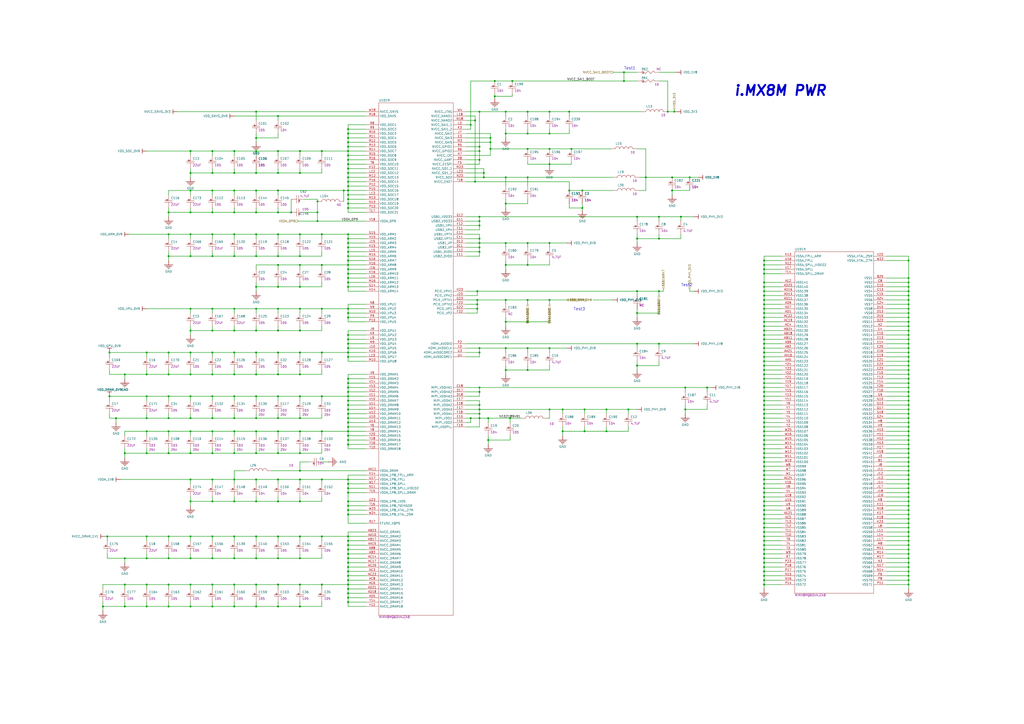
<source format=kicad_sch>
(kicad_sch (version 20231120) (generator "eeschema") (generator_version "8.0")
  (paper "A2")
  (title_block (title "Librem 5 Mainboard") (date "2024-03-21") (rev "v1.0.6") (company "Purism SPC") (comment 1 "GNU GPLv3+") (comment 2 "Copyright"))
  (lib_symbols
    (symbol "C-04_CPU_PWR:GND" (power)
      (property "Reference" "#PWR" (at 0 0 0))
      (property "Value" "GND" (at 0 6.35 0))
      (symbol "GND_0_0"
        (pin power_in line (at 0 0 0) (length 0) hide (name "GND") (number ""))
      )
    )
    (symbol "C-04_CPU_PWR:NVCC_DRAM_1V1" (power)
      (property "Reference" "#PWR" (at 0 0 0))
      (property "Value" "NVCC_DRAM_1V1" (at 0 3.81 0))
      (symbol "NVCC_DRAM_1V1_0_0"
        (pin power_in line (at 0 0 0) (length 0) hide (name "NVCC_DRAM_1V1") (number ""))
      )
    )
    (symbol "C-04_CPU_PWR:NVCC_SNVS_3V3" (power)
      (property "Reference" "#PWR" (at 0 0 0))
      (property "Value" "NVCC_SNVS_3V3" (at 0 3.81 0))
      (symbol "NVCC_SNVS_3V3_0_0"
        (pin power_in line (at 0 0 0) (length 0) hide (name "NVCC_SNVS_3V3") (number ""))
      )
    )
    (symbol "C-04_CPU_PWR:VDDA_1V8" (power)
      (property "Reference" "#PWR" (at 0 0 0))
      (property "Value" "VDDA_1V8" (at 0 3.81 0))
      (symbol "VDDA_1V8_0_0"
        (pin power_in line (at 0 0 0) (length 0) hide (name "VDDA_1V8") (number ""))
      )
    )
    (symbol "C-04_CPU_PWR:VDD_1V8" (power)
      (property "Reference" "#PWR" (at 0 0 0))
      (property "Value" "VDD_1V8" (at 0 3.81 0))
      (symbol "VDD_1V8_0_0"
        (pin power_in line (at 0 0 0) (length 0) hide (name "VDD_1V8") (number ""))
      )
    )
    (symbol "C-04_CPU_PWR:VDD_3V3" (power)
      (property "Reference" "#PWR" (at 0 0 0))
      (property "Value" "VDD_3V3" (at 0 3.81 0))
      (symbol "VDD_3V3_0_0"
        (pin power_in line (at 0 0 0) (length 0) hide (name "VDD_3V3") (number ""))
      )
    )
    (symbol "C-04_CPU_PWR:VDD_ARM_0V9" (power)
      (property "Reference" "#PWR" (at 0 0 0))
      (property "Value" "VDD_ARM_0V9" (at 0 3.81 0))
      (symbol "VDD_ARM_0V9_0_0"
        (pin power_in line (at 0 0 0) (length 0) hide (name "VDD_ARM_0V9") (number ""))
      )
    )
    (symbol "C-04_CPU_PWR:VDD_DRAM_0V9" (power)
      (property "Reference" "#PWR" (at 0 0 0))
      (property "Value" "VDD_DRAM_0V9" (at 0 3.81 0))
      (symbol "VDD_DRAM_0V9_0_0"
        (pin power_in line (at 0 0 0) (length 0) hide (name "VDD_DRAM_0V9") (number ""))
      )
    )
    (symbol "C-04_CPU_PWR:VDD_GPU_0V9" (power)
      (property "Reference" "#PWR" (at 0 0 0))
      (property "Value" "VDD_GPU_0V9" (at 0 3.81 0))
      (symbol "VDD_GPU_0V9_0_0"
        (pin power_in line (at 0 0 0) (length 0) hide (name "VDD_GPU_0V9") (number ""))
      )
    )
    (symbol "C-04_CPU_PWR:VDD_PHY_0V9" (power)
      (property "Reference" "#PWR" (at 0 0 0))
      (property "Value" "VDD_PHY_0V9" (at 0 3.81 0))
      (symbol "VDD_PHY_0V9_0_0"
        (pin power_in line (at 0 0 0) (length 0) hide (name "VDD_PHY_0V9") (number ""))
      )
    )
    (symbol "C-04_CPU_PWR:VDD_PHY_1V8" (power)
      (property "Reference" "#PWR" (at 0 0 0))
      (property "Value" "VDD_PHY_1V8" (at 0 3.81 0))
      (symbol "VDD_PHY_1V8_0_0"
        (pin power_in line (at 0 0 0) (length 0) hide (name "VDD_PHY_1V8") (number ""))
      )
    )
    (symbol "C-04_CPU_PWR:VDD_PHY_3V3" (power)
      (property "Reference" "#PWR" (at 0 0 0))
      (property "Value" "VDD_PHY_3V3" (at 0 3.81 0))
      (symbol "VDD_PHY_3V3_0_0"
        (pin power_in line (at 0 0 0) (length 0) hide (name "VDD_PHY_3V3") (number ""))
      )
    )
    (symbol "C-04_CPU_PWR:VDD_SNVS_0V9" (power)
      (property "Reference" "#PWR" (at 0 0 0))
      (property "Value" "VDD_SNVS_0V9" (at 0 3.81 0))
      (symbol "VDD_SNVS_0V9_0_0"
        (pin power_in line (at 0 0 0) (length 0) hide (name "VDD_SNVS_0V9") (number ""))
      )
    )
    (symbol "C-04_CPU_PWR:VDD_SOC_0V9" (power)
      (property "Reference" "#PWR" (at 0 0 0))
      (property "Value" "VDD_SOC_0V9" (at 0 3.81 0))
      (symbol "VDD_SOC_0V9_0_0"
        (pin power_in line (at 0 0 0) (length 0) hide (name "VDD_SOC_0V9") (number ""))
      )
    )
    (symbol "C-04_CPU_PWR:VDD_VPU_0V9" (power)
      (property "Reference" "#PWR" (at 0 0 0))
      (property "Value" "VDD_VPU_0V9" (at 0 3.81 0))
      (symbol "VDD_VPU_0V9_0_0"
        (pin power_in line (at 0 0 0) (length 0) hide (name "VDD_VPU_0V9") (number ""))
      )
    )
    (symbol "C-04_CPU_PWR:root_0_C0201"
      (symbol "root_0_C0201_1_0"
        (pin passive line (at 2.54 5.08 270) (length 2.54) (name "1") (number "1"))
        (pin passive line (at 2.54 -2.54 90) (length 2.54) (name "2") (number "2"))
      )
    )
    (symbol "C-04_CPU_PWR:root_0_C0402"
      (symbol "root_0_C0402_1_0"
        (pin passive line (at 2.54 5.08 270) (length 2.54) (name "1") (number "1"))
        (pin passive line (at 2.54 -2.54 90) (length 2.54) (name "2") (number "2"))
      )
    )
    (symbol "C-04_CPU_PWR:root_0_C0603"
      (symbol "root_0_C0603_1_0"
        (pin passive line (at 2.54 5.08 270) (length 2.54) (name "1") (number "1"))
        (pin passive line (at 2.54 -2.54 90) (length 2.54) (name "2") (number "2"))
      )
    )
    (symbol "C-04_CPU_PWR:root_0_MIMX8MQ6DVAJZAA_BGA621"
      (symbol "root_0_MIMX8MQ6DVAJZAA_BGA621_1_0"
        (text "(LPDDR4/DDR4/DDR3)" (at 30.48 153.162 0) (effects (font (size 0.889 0.889)) (justify left bottom)))
        (text "i.MX8M - DDR" (at 30.48 164.592 0) (effects (font (size 1.524 1.524)) (justify left bottom)))
        (pin passive line (at 104.14 76.2 180) (length 7.62) (name "DRAM_DQ22/DQ6_B/DQL6_B/DQL6_B") (number "AA1"))
        (pin passive line (at -7.62 30.48 0) (length 7.62) (name "DRAM_AC27/PARITY") (number "AA12"))
        (pin passive line (at -7.62 12.7 0) (length 7.62) (name "DRAM_ZN/ZQ/ZQ/ZQ") (number "AA13"))
        (pin passive line (at -7.62 17.78 0) (length 7.62) (name "DRAM_VREF/VREF/VREF/VREF") (number "AA14"))
        (pin passive line (at 104.14 121.92 180) (length 7.62) (name "DRAM_DQ15/DQ15_A/DQU7_A/DQU7_A") (number "AA17"))
        (pin passive line (at 104.14 129.54 180) (length 7.62) (name "DRAM_DQ12/DQ12_A/DQU4_A/DQU4_A") (number "AA18"))
        (pin passive line (at 104.14 124.46 180) (length 7.62) (name "DRAM_DQ14/DQ14_A/DQU6_A/DQU6_A") (number "AA19"))
        (pin passive line (at 104.14 81.28 180) (length 7.62) (name "DRAM_DQ20/DQ4_B/DQL4_B/DQL4_B") (number "AA2"))
        (pin passive line (at 104.14 132.08 180) (length 7.62) (name "DRAM_DQ11/DQ11_A/DQU3_A/DQU3_A") (number "AA20"))
        (pin passive line (at 104.14 137.16 180) (length 7.62) (name "DRAM_DQ09/DQ09_A/DQU1_A/DQU1_A") (number "AA22"))
        (pin passive line (at 104.14 134.62 180) (length 7.62) (name "DRAM_DQ10/DQ10_A/DQU2_A/DQU2_A") (number "AA23"))
        (pin passive line (at 104.14 149.86 180) (length 7.62) (name "DRAM_DQ04/DQ4_A/DQL4_A/DQL4_A") (number "AA24"))
        (pin passive line (at 104.14 144.78 180) (length 7.62) (name "DRAM_DQ06/DQ6_A/DQL6_A/DQL6_A") (number "AA25"))
        (pin passive line (at 104.14 66.04 180) (length 7.62) (name "DRAM_DQ26/DQ10_B/DQU2_B/DQU2_B") (number "AA3"))
        (pin passive line (at 104.14 68.58 180) (length 7.62) (name "DRAM_DQ25/DQ09_B/DQU1_B/DQU1_B") (number "AA4"))
        (pin passive line (at 104.14 63.5 180) (length 7.62) (name "DRAM_DQ27/DQ11_B/DQU3_B/DQU3_B") (number "AA6"))
        (pin passive line (at 104.14 55.88 180) (length 7.62) (name "DRAM_DQ30/DQ14_B/DQU6_B/DQU6_B") (number "AA7"))
        (pin passive line (at 104.14 60.96 180) (length 7.62) (name "DRAM_DQ28/DQ12_B/DQU4_B/DQU4_B") (number "AA8"))
        (pin passive line (at 104.14 53.34 180) (length 7.62) (name "DRAM_DQ31/DQ15_B/DQU7_B/DQU7_B") (number "AA9"))
        (pin passive line (at 104.14 73.66 180) (length 7.62) (name "DRAM_DQ23/DQ7_B/DQL7_B/DQL7_B") (number "AB1"))
        (pin passive line (at -7.62 35.56 0) (length 7.62) (name "DRAM_AC35/RAS_N_/_A16~{/}RAS") (number "AB10"))
        (pin passive line (at -7.62 33.02 0) (length 7.62) (name "DRAM_AC26/BA1/BA1") (number "AB12"))
        (pin passive line (at -7.62 22.86 0) (length 7.62) (name "DRAM_RESET_N/RESET_N/RESET_N~{/}RESET") (number "AB13"))
        (pin passive line (at -7.62 7.62 0) (length 7.62) (name "DRAM_AC19/MTEST/MTEST/MTEST") (number "AB14"))
        (pin passive line (at -7.62 43.18 0) (length 7.62) (name "DRAM_AC07/A9/A9") (number "AB15"))
        (pin passive line (at -7.62 116.84 0) (length 7.62) (name "DRAM_AC14/A4/A4") (number "AB16"))
        (pin passive line (at 104.14 127 180) (length 7.62) (name "DRAM_DQ13/DQ13_A/DQU5_A/DQU5_A") (number "AB19"))
        (pin passive line (at 104.14 114.3 180) (length 7.62) (name "DRAM_DM1/DMI1_A/DMU_N_A_/_DBIU_N_A/DMU_A") (number "AB20"))
        (pin passive line (at 104.14 101.6 180) (length 7.62) (name "DRAM_DQS1_P/DQS1_T_A/DQSU_T_A/DQSU_A") (number "AB21"))
        (pin passive line (at 104.14 139.7 180) (length 7.62) (name "DRAM_DQ08/DQ08_A/DQU0_A/DQU0_A") (number "AB22"))
        (pin passive line (at 104.14 142.24 180) (length 7.62) (name "DRAM_DQ07/DQ7_A/DQL7_A/DQL7_A") (number "AB25"))
        (pin passive line (at 104.14 71.12 180) (length 7.62) (name "DRAM_DQ24/DQ08_B/DQU0_B/DQU0_B") (number "AB4"))
        (pin passive line (at 104.14 33.02 180) (length 7.62) (name "DRAM_DQS3_P/DQS1_T_B/DQSU_T_B/DQSU_B") (number "AB5"))
        (pin passive line (at 104.14 45.72 180) (length 7.62) (name "DRAM_DM3/DMI1_B/DMU_N_B_/_DBIU_N_B/DMU_B") (number "AB6"))
        (pin passive line (at 104.14 58.42 180) (length 7.62) (name "DRAM_DQ29/DQ13_B/DQU5_B/DQU5_B") (number "AB7"))
        (pin passive line (at 104.14 38.1 180) (length 7.62) (name "DRAM_DQS2_N/DQS0_C_B/DQSL_C_B~{/}DQSL_B") (number "AC1"))
        (pin passive line (at -7.62 66.04 0) (length 7.62) (name "DRAM_AC34/WE_N_/_A14~{/}WE") (number "AC10"))
        (pin passive line (at -7.62 38.1 0) (length 7.62) (name "DRAM_AC38/CS1_N~{/}CS1") (number "AC11"))
        (pin passive line (at -7.62 50.8 0) (length 7.62) (name "DRAM_AC36/ODT0/ODT0") (number "AC12"))
        (pin passive line (at -7.62 5.08 0) (length 7.62) (name "DRAM_ALERT_N/MTEST1/ALERT_N_/_MTEST1/MTE") (number "AC13"))
        (pin passive line (at -7.62 45.72 0) (length 7.62) (name "DRAM_AC15/A3/A3") (number "AC15"))
        (pin passive line (at -7.62 134.62 0) (length 7.62) (name "DRAM_AC00/CKE0_A/CKE0/CKE0") (number "AC16"))
        (pin passive line (at -7.62 139.7 0) (length 7.62) (name "DRAM_AC03/CS1_A/C0/") (number "AC18"))
        (pin passive line (at 104.14 40.64 180) (length 7.62) (name "DRAM_DQS2_P/DQS0_T_B/DQSL_T_B/DQSL_B") (number "AC2"))
        (pin passive line (at 104.14 99.06 180) (length 7.62) (name "DRAM_DQS1_N/DQS1_C_A/DQSU_C_A~{/}DQSU_A") (number "AC21"))
        (pin passive line (at 104.14 109.22 180) (length 7.62) (name "DRAM_DQS0_P/DQS0_T_A/DQSL_T_A/DQSL_A") (number "AC24"))
        (pin passive line (at 104.14 106.68 180) (length 7.62) (name "DRAM_DQS0_N/DQS0_C_A/DQSL_C_A~{/}DQSL_A") (number "AC25"))
        (pin passive line (at 104.14 30.48 180) (length 7.62) (name "DRAM_DQS3_N/DQS1_C_B/DQSU_C_B~{/}DQSU_B") (number "AC5"))
        (pin passive line (at -7.62 104.14 0) (length 7.62) (name "DRAM_AC28/CA2_B/A13/A13") (number "AC7"))
        (pin passive line (at -7.62 91.44 0) (length 7.62) (name "DRAM_AC23/CS0_B/") (number "AC9"))
        (pin passive line (at -7.62 83.82 0) (length 7.62) (name "DRAM_AC20/CKE0_B/CK_T_B/CK_B") (number "AD10"))
        (pin passive line (at -7.62 76.2 0) (length 7.62) (name "DRAM_AC24/CK_T_B/A2/A2") (number "AD12"))
        (pin passive line (at -7.62 127 0) (length 7.62) (name "DRAM_AC04/CK_T_A/BG0/BA2") (number "AD14"))
        (pin passive line (at -7.62 55.88 0) (length 7.62) (name "DRAM_AC17/CK_C_A~{/}CK_A") (number "AD15"))
        (pin passive line (at -7.62 160.02 0) (length 7.62) (name "DRAM_AC08/CA0_A/A12/A12_/~{_}BC") (number "AD17"))
        (pin passive line (at -7.62 149.86 0) (length 7.62) (name "DRAM_AC12/CA4_A/A6/A6") (number "AD19"))
        (pin passive line (at 104.14 88.9 180) (length 7.62) (name "DRAM_DQ17/DQ1_B/DQL1_B/DQL1_B") (number "AD2"))
        (pin passive line (at -7.62 154.94 0) (length 7.62) (name "DRAM_AC10/CA2_A/A7/A7") (number "AD20"))
        (pin passive line (at 104.14 152.4 180) (length 7.62) (name "DRAM_DQ03/DQ3_A/DQL3_A/DQL3_A") (number "AD22"))
        (pin passive line (at 104.14 116.84 180) (length 7.62) (name "DRAM_DM0/DMI0_A/DML_N_A_/_DBIL_N_A/DML_A") (number "AD23"))
        (pin passive line (at 104.14 157.48 180) (length 7.62) (name "DRAM_DQ01/DQ1_A/DQL1_A/DQL1_A") (number "AD24"))
        (pin passive line (at 104.14 48.26 180) (length 7.62) (name "DRAM_DM2/DMI0_B/DML_N_B_/_DBIL_N_B/DML_B") (number "AD3"))
        (pin passive line (at 104.14 83.82 180) (length 7.62) (name "DRAM_DQ19/DQ3_B/DQL3_B/DQL3_B") (number "AD4"))
        (pin passive line (at -7.62 96.52 0) (length 7.62) (name "DRAM_AC31/CA5_B/A0/A0") (number "AD6"))
        (pin passive line (at -7.62 88.9 0) (length 7.62) (name "DRAM_AC22/CS1_B/") (number "AD8"))
        (pin passive line (at -7.62 81.28 0) (length 7.62) (name "DRAM_AC21/CKE1_B/CK_C_B~{/}CK_B") (number "AE10"))
        (pin passive line (at -7.62 48.26 0) (length 7.62) (name "DRAM_AC37/ODT1/ODT1") (number "AE11"))
        (pin passive line (at -7.62 73.66 0) (length 7.62) (name "DRAM_AC25/CK_C_B/A1/A1") (number "AE12"))
        (pin passive line (at -7.62 40.64 0) (length 7.62) (name "DRAM_AC06/ACT_N/A15") (number "AE13"))
        (pin passive line (at -7.62 124.46 0) (length 7.62) (name "DRAM_AC05/CK_C_A/BG1/A14") (number "AE14"))
        (pin passive line (at -7.62 53.34 0) (length 7.62) (name "DRAM_AC16/CK_T_A/CK_A") (number "AE15"))
        (pin passive line (at -7.62 157.48 0) (length 7.62) (name "DRAM_AC09/CA1_A/A11/A11") (number "AE16"))
        (pin passive line (at -7.62 132.08 0) (length 7.62) (name "DRAM_AC01/CKE1_A/CKE1/CKE1") (number "AE17"))
        (pin passive line (at -7.62 142.24 0) (length 7.62) (name "DRAM_AC02/CS0_A/CS0_N~{/}CS0") (number "AE18"))
        (pin passive line (at -7.62 147.32 0) (length 7.62) (name "DRAM_AC13/CA5_A/A5/A5") (number "AE19"))
        (pin passive line (at -7.62 152.4 0) (length 7.62) (name "DRAM_AC11/CA3_A/A8/A8") (number "AE20"))
        (pin passive line (at 104.14 154.94 180) (length 7.62) (name "DRAM_DQ02/DQ2_A/DQL2_A/DQL2_A") (number "AE22"))
        (pin passive line (at 104.14 160.02 180) (length 7.62) (name "DRAM_DQ00/DQ0_A/DQL0_A/DQL0_A") (number "AE23"))
        (pin passive line (at 104.14 91.44 180) (length 7.62) (name "DRAM_DQ16/DQ0_B/DQL0_B/DQL0_B") (number "AE3"))
        (pin passive line (at 104.14 86.36 180) (length 7.62) (name "DRAM_DQ18/DQ2_B/DQL2_B/DQL2_B") (number "AE4"))
        (pin passive line (at -7.62 99.06 0) (length 7.62) (name "DRAM_AC30/CA4_B/A10_/_AP/A10_/_AP") (number "AE6"))
        (pin passive line (at -7.62 101.6 0) (length 7.62) (name "DRAM_AC29/CA3_B/BA0/BA0") (number "AE7"))
        (pin passive line (at -7.62 109.22 0) (length 7.62) (name "DRAM_AC32/CA0_B/C2/") (number "AE8"))
        (pin passive line (at -7.62 106.68 0) (length 7.62) (name "DRAM_AC33/CA1_B/CAS_N_/_A15~{/}CAS") (number "AE9"))
        (pin passive line (at 104.14 78.74 180) (length 7.62) (name "DRAM_DQ21/DQ5_B/DQL5_B/DQL5_B") (number "Y1"))
        (pin passive line (at 104.14 147.32 180) (length 7.62) (name "DRAM_DQ05/DQ5_A/DQL5_A/DQL5_A") (number "Y25"))
      )
      (symbol "root_0_MIMX8MQ6DVAJZAA_BGA621_2_0"
        (text "i.MX8M - USB" (at 5.08 90.932 0) (effects (font (size 1.524 1.524)) (justify left bottom)))
        (text "USB_P0_VDD33" (at 19.558 70.358 900) (effects (font (size 0.889 0.889)) (justify left bottom)))
        (text "USB_P0_VPH" (at 19.558 55.372 900) (effects (font (size 0.889 0.889)) (justify left bottom)))
        (text "USB_P1_VDD33" (at 19.558 22.098 900) (effects (font (size 0.889 0.889)) (justify left bottom)))
        (text "USB_P1_VPH" (at 19.558 7.112 900) (effects (font (size 0.889 0.889)) (justify left bottom)))
        (pin passive line (at 48.26 35.56 180) (length 7.62) (name "USB2_DP") (number "A10"))
        (pin passive line (at 48.26 55.88 180) (length 7.62) (name "USB1_RESREF") (number "A11"))
        (pin passive line (at 48.26 63.5 180) (length 7.62) (name "USB1_RX_P") (number "A12"))
        (pin passive line (at 48.26 71.12 180) (length 7.62) (name "USB1_TX_P") (number "A13"))
        (pin passive line (at 48.26 83.82 180) (length 7.62) (name "USB1_DP") (number "A14"))
        (pin passive line (at 48.26 15.24 180) (length 7.62) (name "USB2_RX_P") (number "A8"))
        (pin passive line (at 48.26 22.86 180) (length 7.62) (name "USB2_TX_P") (number "A9"))
        (pin passive line (at 48.26 33.02 180) (length 7.62) (name "USB2_DN") (number "B10"))
        (pin passive line (at 48.26 7.62 180) (length 7.62) (name "USB2_RESREF") (number "B11"))
        (pin passive line (at 48.26 60.96 180) (length 7.62) (name "USB1_RX_N") (number "B12"))
        (pin passive line (at 48.26 68.58 180) (length 7.62) (name "USB1_TX_N") (number "B13"))
        (pin passive line (at 48.26 81.28 180) (length 7.62) (name "USB1_DN") (number "B14"))
        (pin passive line (at 48.26 12.7 180) (length 7.62) (name "USB2_RX_N") (number "B8"))
        (pin passive line (at 48.26 20.32 180) (length 7.62) (name "USB2_TX_N") (number "B9"))
        (pin passive line (at 48.26 78.74 180) (length 7.62) (name "USB1_ID") (number "C14"))
        (pin passive line (at 48.26 30.48 180) (length 7.62) (name "USB2_ID") (number "C9"))
        (pin passive line (at 48.26 86.36 180) (length 7.62) (name "USB1_VBUS") (number "D14"))
        (pin passive line (at 48.26 38.1 180) (length 7.62) (name "USB2_VBUS") (number "D9"))
      )
      (symbol "root_0_MIMX8MQ6DVAJZAA_BGA621_3_0"
        (text "i.MX8M - PCIe" (at 5.08 62.992 0) (effects (font (size 1.524 1.524)) (justify left bottom)))
        (text "PCIE0_VPH" (at 11.938 42.164 900) (effects (font (size 0.889 0.889)) (justify left bottom)))
        (text "PCIE1_VPH" (at 11.938 14.224 900) (effects (font (size 0.889 0.889)) (justify left bottom)))
        (pin passive line (at 48.26 7.62 180) (length 7.62) (name "PCIE2_RESREF") (number "C25"))
        (pin passive line (at 48.26 20.32 180) (length 7.62) (name "PCIE2_RXN_N") (number "D24"))
        (pin passive line (at 48.26 22.86 180) (length 7.62) (name "PCIE2_RXN_P") (number "D25"))
        (pin passive line (at 48.26 27.94 180) (length 7.62) (name "PCIE2_TXN_N") (number "E24"))
        (pin passive line (at 48.26 30.48 180) (length 7.62) (name "PCIE2_TXN_P") (number "E25"))
        (pin passive line (at 48.26 12.7 180) (length 7.62) (name "PCIE2_REF_PAD_CLK_N") (number "F24"))
        (pin passive line (at 48.26 15.24 180) (length 7.62) (name "PCIE2_REF_PAD_CLK_P") (number "F25"))
        (pin passive line (at 48.26 35.56 180) (length 7.62) (name "PCIE1_RESREF") (number "G25"))
        (pin passive line (at 48.26 48.26 180) (length 7.62) (name "PCIE1_RXN_N") (number "H24"))
        (pin passive line (at 48.26 50.8 180) (length 7.62) (name "PCIE1_RXN_P") (number "H25"))
        (pin passive line (at 48.26 55.88 180) (length 7.62) (name "PCIE1_TXN_N") (number "J24"))
        (pin passive line (at 48.26 58.42 180) (length 7.62) (name "PCIE1_TXN_P") (number "J25"))
        (pin passive line (at 48.26 40.64 180) (length 7.62) (name "PCIE1_REF_PAD_CLK_N") (number "K24"))
        (pin passive line (at 48.26 43.18 180) (length 7.62) (name "PCIE1_REF_PAD_CLK_P") (number "K25"))
      )
      (symbol "root_0_MIMX8MQ6DVAJZAA_BGA621_4_0"
        (text "DSI_VDDHA" (at 19.558 24.892 900) (effects (font (size 0.889 0.889)) (justify left bottom)))
        (text "i.MX8M - DSI" (at 7.62 52.832 0) (effects (font (size 1.524 1.524)) (justify left bottom)))
        (pin passive line (at 48.26 15.24 180) (length 7.62) (name "MIPI_DSI_D3_N") (number "A15"))
        (pin passive line (at 48.26 30.48 180) (length 7.62) (name "MIPI_DSI_D1_N") (number "A16"))
        (pin passive line (at 48.26 38.1 180) (length 7.62) (name "MIPI_DSI_D0_N") (number "A17"))
        (pin passive line (at 48.26 22.86 180) (length 7.62) (name "MIPI_DSI_D2_N") (number "A18"))
        (pin passive line (at 48.26 17.78 180) (length 7.62) (name "MIPI_DSI_D3_P") (number "B15"))
        (pin passive line (at 48.26 33.02 180) (length 7.62) (name "MIPI_DSI_D1_P") (number "B16"))
        (pin passive line (at 48.26 40.64 180) (length 7.62) (name "MIPI_DSI_D0_P") (number "B17"))
        (pin passive line (at 48.26 25.4 180) (length 7.62) (name "MIPI_DSI_D2_P") (number "B18"))
        (pin passive line (at 48.26 45.72 180) (length 7.62) (name "MIPI_DSI_CLK_N") (number "C16"))
        (pin passive line (at 48.26 10.16 180) (length 7.62) (name "MIPI_DSI_REXT") (number "C17"))
        (pin passive line (at 48.26 48.26 180) (length 7.62) (name "MIPI_DSI_CLK_P") (number "D16"))
      )
      (symbol "root_0_MIMX8MQ6DVAJZAA_BGA621_5_0"
        (text "CSI_P1_VDDHA" (at 17.018 52.578 900) (effects (font (size 0.889 0.889)) (justify left bottom)))
        (text "CSI_P2_VDDHA" (at 17.018 9.398 900) (effects (font (size 0.889 0.889)) (justify left bottom)))
        (text "i.MX8M - CSI" (at 7.62 85.852 0) (effects (font (size 1.524 1.524)) (justify left bottom)))
        (pin passive line (at 48.26 35.56 180) (length 7.62) (name "MIPI_CSI2_CLK_N") (number "A19"))
        (pin passive line (at 48.26 20.32 180) (length 7.62) (name "MIPI_CSI2_D1_N") (number "A20"))
        (pin passive line (at 48.26 12.7 180) (length 7.62) (name "MIPI_CSI2_D2_N") (number "A21"))
        (pin passive line (at 48.26 78.74 180) (length 7.62) (name "MIPI_CSI1_CLK_N") (number "A22"))
        (pin passive line (at 48.26 71.12 180) (length 7.62) (name "MIPI_CSI1_D0_N") (number "A23"))
        (pin passive line (at 48.26 38.1 180) (length 7.62) (name "MIPI_CSI2_CLK_P") (number "B19"))
        (pin passive line (at 48.26 22.86 180) (length 7.62) (name "MIPI_CSI2_D1_P") (number "B20"))
        (pin passive line (at 48.26 15.24 180) (length 7.62) (name "MIPI_CSI2_D2_P") (number "B21"))
        (pin passive line (at 48.26 81.28 180) (length 7.62) (name "MIPI_CSI1_CLK_P") (number "B22"))
        (pin passive line (at 48.26 73.66 180) (length 7.62) (name "MIPI_CSI1_D0_P") (number "B23"))
        (pin passive line (at 48.26 55.88 180) (length 7.62) (name "MIPI_CSI1_D2_N") (number "B24"))
        (pin passive line (at 48.26 5.08 180) (length 7.62) (name "MIPI_CSI2_D3_N") (number "C19"))
        (pin passive line (at 48.26 27.94 180) (length 7.62) (name "MIPI_CSI2_D0_N") (number "C20"))
        (pin passive line (at 48.26 48.26 180) (length 7.62) (name "MIPI_CSI1_D3_N") (number "C21"))
        (pin passive line (at 48.26 63.5 180) (length 7.62) (name "MIPI_CSI1_D1_N") (number "C22"))
        (pin passive line (at 48.26 58.42 180) (length 7.62) (name "MIPI_CSI1_D2_P") (number "C23"))
        (pin passive line (at 48.26 7.62 180) (length 7.62) (name "MIPI_CSI2_D3_P") (number "D19"))
        (pin passive line (at 48.26 30.48 180) (length 7.62) (name "MIPI_CSI2_D0_P") (number "D20"))
        (pin passive line (at 48.26 50.8 180) (length 7.62) (name "MIPI_CSI1_D3_P") (number "D21"))
        (pin passive line (at 48.26 66.04 180) (length 7.62) (name "MIPI_CSI1_D1_P") (number "D22"))
      )
      (symbol "root_0_MIMX8MQ6DVAJZAA_BGA621_6_0"
        (text "HDMI_AVDDIO" (at 17.018 34.798 900) (effects (font (size 0.889 0.889)) (justify left bottom)))
        (text "i.MX8M - HDMI" (at 2.54 75.692 0) (effects (font (size 1.524 1.524)) (justify left bottom)))
        (pin passive line (at 48.26 17.78 180) (length 7.62) (name "HDMI_TX_P_LN_3") (number "M1"))
        (pin passive line (at 48.26 20.32 180) (length 7.62) (name "HDMI_TX_M_LN_3") (number "M2"))
        (pin passive line (at 48.26 27.94 180) (length 7.62) (name "HDMI_TX_M_LN_2") (number "N1"))
        (pin passive line (at 48.26 25.4 180) (length 7.62) (name "HDMI_TX_P_LN_2") (number "N2"))
        (pin passive line (at 48.26 5.08 180) (length 7.62) (name "HDMI_REXT") (number "P1"))
        (pin passive line (at 48.26 68.58 180) (length 7.62) (name "HDMI_DDC_SDA") (number "P3"))
        (pin passive line (at 48.26 48.26 180) (length 7.62) (name "HDMI_REFCLK_N") (number "R1"))
        (pin passive line (at 48.26 50.8 180) (length 7.62) (name "HDMI_REFCLK_P") (number "R2"))
        (pin passive line (at 48.26 71.12 180) (length 7.62) (name "HDMI_DDC_SCL") (number "R3"))
        (pin passive line (at 48.26 40.64 180) (length 7.62) (name "HDMI_TX_P_LN_0") (number "T1"))
        (pin passive line (at 48.26 43.18 180) (length 7.62) (name "HDMI_TX_M_LN_0") (number "T2"))
        (pin passive line (at 48.26 35.56 180) (length 7.62) (name "HDMI_TX_M_LN_1") (number "U1"))
        (pin passive line (at 48.26 33.02 180) (length 7.62) (name "HDMI_TX_P_LN_1") (number "U2"))
        (pin passive line (at 48.26 12.7 180) (length 7.62) (name "HDMI_AUX_P") (number "V1"))
        (pin passive line (at 48.26 10.16 180) (length 7.62) (name "HDMI_AUX_N") (number "V2"))
        (pin passive line (at 48.26 63.5 180) (length 7.62) (name "HDMI_HPD") (number "W2"))
        (pin passive line (at 48.26 58.42 180) (length 7.62) (name "HDMI_CEC") (number "W3"))
      )
      (symbol "root_0_MIMX8MQ6DVAJZAA_BGA621_7_0"
        (text "i.MX8M - SAI" (at 12.7 96.012 0) (effects (font (size 1.524 1.524)) (justify left bottom)))
        (text "NVCC_SAI1" (at 32.512 51.816 900) (effects (font (size 0.889 0.889)) (justify left bottom)))
        (text "NVCC_SAI2" (at 32.512 8.636 900) (effects (font (size 0.889 0.889)) (justify left bottom)))
        (text "NVCC_SAI3" (at 24.13 55.88 900) (effects (font (size 0.889 0.889)) (justify left bottom)))
        (text "NVCC_SAI5" (at 24.13 86.36 900) (effects (font (size 0.889 0.889)) (justify left bottom)))
        (pin passive line (at 60.96 91.44 180) (length 7.62) (name "SAI1_MCLK") (number "A3"))
        (pin passive line (at 60.96 73.66 180) (length 7.62) (name "SAI1_TXD2") (number "B2"))
        (pin passive line (at 60.96 63.5 180) (length 7.62) (name "SAI1_TXD6") (number "B3"))
        (pin passive line (at 60.96 60.96 180) (length 7.62) (name "SAI1_TXD7") (number "C1"))
        (pin passive line (at 60.96 66.04 180) (length 7.62) (name "SAI1_TXD5") (number "C2"))
        (pin passive line (at -7.62 55.88 0) (length 7.62) (name "SAI3_TXD") (number "C3"))
        (pin passive line (at -7.62 58.42 0) (length 7.62) (name "SAI3_TXC") (number "C4"))
        (pin passive line (at 60.96 71.12 180) (length 7.62) (name "SAI1_TXD3") (number "D1"))
        (pin passive line (at 60.96 68.58 180) (length 7.62) (name "SAI1_TXD4") (number "D2"))
        (pin passive line (at -7.62 66.04 0) (length 7.62) (name "SAI3_MCLK") (number "D3"))
        (pin passive line (at 60.96 83.82 180) (length 7.62) (name "SAI1_TXC") (number "E1"))
        (pin passive line (at 60.96 76.2 180) (length 7.62) (name "SAI1_TXD1") (number "E2"))
        (pin passive line (at -7.62 35.56 0) (length 7.62) (name "SPDIF_EXT_CLK") (number "E6"))
        (pin passive line (at 60.96 35.56 180) (length 7.62) (name "SAI1_RXD5") (number "F1"))
        (pin passive line (at 60.96 78.74 180) (length 7.62) (name "SAI1_TXD0") (number "F2"))
        (pin passive line (at -7.62 45.72 0) (length 7.62) (name "SAI3_RXD") (number "F3"))
        (pin passive line (at -7.62 48.26 0) (length 7.62) (name "SAI3_RXC") (number "F4"))
        (pin passive line (at -7.62 40.64 0) (length 7.62) (name "SPDIF_TX") (number "F6"))
        (pin passive line (at 60.96 30.48 180) (length 7.62) (name "SAI1_RXD7") (number "G1"))
        (pin passive line (at 60.96 33.02 180) (length 7.62) (name "SAI1_RXD6") (number "G2"))
        (pin passive line (at -7.62 60.96 0) (length 7.62) (name "SAI3_TXFS") (number "G3"))
        (pin passive line (at -7.62 50.8 0) (length 7.62) (name "SAI3_RXFS") (number "G4"))
        (pin passive line (at 60.96 15.24 180) (length 7.62) (name "SAI2_TXD0") (number "G5"))
        (pin passive line (at -7.62 38.1 0) (length 7.62) (name "SPDIF_RX") (number "G6"))
        (pin passive line (at 60.96 86.36 180) (length 7.62) (name "SAI1_TXFS") (number "H1"))
        (pin passive line (at 60.96 43.18 180) (length 7.62) (name "SAI1_RXD2") (number "H2"))
        (pin passive line (at 60.96 7.62 180) (length 7.62) (name "SAI2_RXC") (number "H3"))
        (pin passive line (at 60.96 20.32 180) (length 7.62) (name "SAI2_TXFS") (number "H4"))
        (pin passive line (at 60.96 25.4 180) (length 7.62) (name "SAI2_MCLK") (number "H5"))
        (pin passive line (at 60.96 5.08 180) (length 7.62) (name "SAI2_RXD0") (number "H6"))
        (pin passive line (at 60.96 38.1 180) (length 7.62) (name "SAI1_RXD4") (number "J1"))
        (pin passive line (at 60.96 40.64 180) (length 7.62) (name "SAI1_RXD3") (number "J2"))
        (pin passive line (at 60.96 10.16 180) (length 7.62) (name "SAI2_RXFS") (number "J4"))
        (pin passive line (at 60.96 17.78 180) (length 7.62) (name "SAI2_TXC") (number "J5"))
        (pin passive line (at 60.96 53.34 180) (length 7.62) (name "SAI1_RXC") (number "K1"))
        (pin passive line (at 60.96 48.26 180) (length 7.62) (name "SAI1_RXD0") (number "K2"))
        (pin passive line (at -7.62 91.44 0) (length 7.62) (name "SAI5_MCLK") (number "K4"))
        (pin passive line (at -7.62 71.12 0) (length 7.62) (name "SAI5_RXD3") (number "K5"))
        (pin passive line (at 60.96 55.88 180) (length 7.62) (name "SAI1_RXFS") (number "L1"))
        (pin passive line (at 60.96 45.72 180) (length 7.62) (name "SAI1_RXD1") (number "L2"))
        (pin passive line (at -7.62 76.2 0) (length 7.62) (name "SAI5_RXD1") (number "L4"))
        (pin passive line (at -7.62 83.82 0) (length 7.62) (name "SAI5_RXC") (number "L5"))
        (pin passive line (at -7.62 73.66 0) (length 7.62) (name "SAI5_RXD2") (number "M4"))
        (pin passive line (at -7.62 78.74 0) (length 7.62) (name "SAI5_RXD0") (number "M5"))
        (pin passive line (at -7.62 86.36 0) (length 7.62) (name "SAI5_RXFS") (number "N4"))
      )
      (symbol "root_0_MIMX8MQ6DVAJZAA_BGA621_8_0"
        (text "i.MX8M - NAND" (at 2.54 62.992 0) (effects (font (size 1.524 1.524)) (justify left bottom)))
        (text "NVCC_NAND" (at 14.478 27.432 900) (effects (font (size 0.889 0.889)) (justify left bottom)))
        (pin passive line (at 45.72 53.34 180) (length 7.62) (name "NAND_CE2_B") (number "F21"))
        (pin passive line (at 45.72 45.72 180) (length 7.62) (name "NAND_ALE") (number "G19"))
        (pin passive line (at 45.72 22.86 180) (length 7.62) (name "NAND_DATA00") (number "G20"))
        (pin passive line (at 45.72 55.88 180) (length 7.62) (name "NAND_CE1_B") (number "G21"))
        (pin passive line (at 45.72 58.42 180) (length 7.62) (name "NAND_CE0_B") (number "H19"))
        (pin passive line (at 45.72 50.8 180) (length 7.62) (name "NAND_CE3_B") (number "H20"))
        (pin passive line (at 45.72 43.18 180) (length 7.62) (name "NAND_CLE") (number "H21"))
        (pin passive line (at 45.72 17.78 180) (length 7.62) (name "NAND_DATA02") (number "H22"))
        (pin passive line (at 45.72 20.32 180) (length 7.62) (name "NAND_DATA01") (number "J20"))
        (pin passive line (at 45.72 15.24 180) (length 7.62) (name "NAND_DATA03") (number "J21"))
        (pin passive line (at 45.72 10.16 180) (length 7.62) (name "NAND_DATA05") (number "J22"))
        (pin passive line (at 45.72 40.64 180) (length 7.62) (name "NAND_RE_B") (number "K19"))
        (pin passive line (at 45.72 33.02 180) (length 7.62) (name "NAND_READY_B") (number "K20"))
        (pin passive line (at 45.72 35.56 180) (length 7.62) (name "NAND_WP_B") (number "K21"))
        (pin passive line (at 45.72 38.1 180) (length 7.62) (name "NAND_WE_B") (number "K22"))
        (pin passive line (at 45.72 7.62 180) (length 7.62) (name "NAND_DATA06") (number "L19"))
        (pin passive line (at 45.72 12.7 180) (length 7.62) (name "NAND_DATA04") (number "L20"))
        (pin passive line (at 45.72 5.08 180) (length 7.62) (name "NAND_DATA07") (number "M19"))
        (pin passive line (at 45.72 27.94 180) (length 7.62) (name "NAND_DQS") (number "M20"))
      )
      (symbol "root_0_MIMX8MQ6DVAJZAA_BGA621_9_0"
        (text "i.MX8M - SD" (at 10.16 42.672 0) (effects (font (size 1.524 1.524)) (justify left bottom)))
        (text "NVCC_SD1" (at 16.256 27.94 900) (effects (font (size 0.889 0.889)) (justify left bottom)))
        (text "NVCC_SD2" (at 27.178 17.272 900) (effects (font (size 0.889 0.889)) (justify left bottom)))
        (pin passive line (at 50.8 15.24 180) (length 7.62) (name "SD2_CD_B") (number "L21"))
        (pin passive line (at 50.8 38.1 180) (length 7.62) (name "SD2_CLK") (number "L22"))
        (pin passive line (at -7.62 35.56 0) (length 7.62) (name "SD1_CMD") (number "L24"))
        (pin passive line (at -7.62 38.1 0) (length 7.62) (name "SD1_CLK") (number "L25"))
        (pin passive line (at 50.8 17.78 180) (length 7.62) (name "SD2_WP") (number "M21"))
        (pin passive line (at 50.8 35.56 180) (length 7.62) (name "SD2_CMD") (number "M22"))
        (pin passive line (at -7.62 27.94 0) (length 7.62) (name "SD1_DATA1") (number "M24"))
        (pin passive line (at -7.62 30.48 0) (length 7.62) (name "SD1_DATA0") (number "M25"))
        (pin passive line (at 50.8 27.94 180) (length 7.62) (name "SD2_DATA1") (number "N21"))
        (pin passive line (at 50.8 30.48 180) (length 7.62) (name "SD2_DATA0") (number "N22"))
        (pin passive line (at -7.62 20.32 0) (length 7.62) (name "SD1_DATA4") (number "N24"))
        (pin passive line (at -7.62 25.4 0) (length 7.62) (name "SD1_DATA2") (number "N25"))
        (pin passive line (at 50.8 22.86 180) (length 7.62) (name "SD2_DATA3") (number "P21"))
        (pin passive line (at 50.8 25.4 180) (length 7.62) (name "SD2_DATA2") (number "P22"))
        (pin passive line (at -7.62 17.78 0) (length 7.62) (name "SD1_DATA5") (number "P24"))
        (pin passive line (at -7.62 22.86 0) (length 7.62) (name "SD1_DATA3") (number "P25"))
        (pin passive line (at 50.8 12.7 180) (length 7.62) (name "SD2_RESET_B") (number "R22"))
        (pin passive line (at -7.62 7.62 0) (length 7.62) (name "SD1_RESET_B") (number "R24"))
        (pin passive line (at -7.62 15.24 0) (length 7.62) (name "SD1_DATA6") (number "R25"))
        (pin passive line (at -7.62 5.08 0) (length 7.62) (name "SD1_STROBE") (number "T24"))
        (pin passive line (at -7.62 12.7 0) (length 7.62) (name "SD1_DATA7") (number "T25"))
      )
      (symbol "root_0_MIMX8MQ6DVAJZAA_BGA621_10_0"
        (text "i.MX8M - eNET" (at 2.54 52.832 0) (effects (font (size 1.524 1.524)) (justify left bottom)))
        (text "NVCC_ENET" (at 19.558 22.098 900) (effects (font (size 0.889 0.889)) (justify left bottom)))
        (pin passive line (at 45.72 43.18 180) (length 7.62) (name "ENET_MDIO") (number "N19"))
        (pin passive line (at 45.72 45.72 180) (length 7.62) (name "ENET_MDC") (number "N20"))
        (pin passive line (at 45.72 38.1 180) (length 7.62) (name "ENET_TX_CTL") (number "P19"))
        (pin passive line (at 45.72 25.4 180) (length 7.62) (name "ENET_TD3") (number "P20"))
        (pin passive line (at 45.72 27.94 180) (length 7.62) (name "ENET_TD2") (number "R19"))
        (pin passive line (at 45.72 33.02 180) (length 7.62) (name "ENET_TD0") (number "R20"))
        (pin passive line (at 45.72 30.48 180) (length 7.62) (name "ENET_TD1") (number "R21"))
        (pin passive line (at 45.72 35.56 180) (length 7.62) (name "ENET_TXC") (number "T19"))
        (pin passive line (at 45.72 17.78 180) (length 7.62) (name "ENET_RXC") (number "T20"))
        (pin passive line (at 45.72 20.32 180) (length 7.62) (name "ENET_RX_CTL") (number "T21"))
        (pin passive line (at 45.72 15.24 180) (length 7.62) (name "ENET_RD0") (number "U19"))
        (pin passive line (at 45.72 10.16 180) (length 7.62) (name "ENET_RD2") (number "U20"))
        (pin passive line (at 45.72 12.7 180) (length 7.62) (name "ENET_RD1") (number "U21"))
        (pin passive line (at 45.72 7.62 180) (length 7.62) (name "ENET_RD3") (number "V19"))
      )
      (symbol "root_0_MIMX8MQ6DVAJZAA_BGA621_11_0"
        (text "NVCC_ECSPI" (at 24.638 47.244 900) (effects (font (size 0.889 0.889)) (justify left bottom)))
        (text "NVCC_GPIO1" (at 24.638 17.272 900) (effects (font (size 0.889 0.889)) (justify left bottom)))
        (text "NVCC_I2C" (at 13.716 30.48 900) (effects (font (size 0.889 0.889)) (justify left bottom)))
        (text "NVCC_UART" (at 13.716 60.96 900) (effects (font (size 0.889 0.889)) (justify left bottom)))
        (pin passive line (at 50.8 66.04 180) (length 7.62) (name "ECSPI1_MOSI") (number "A4"))
        (pin passive line (at 50.8 55.88 180) (length 7.62) (name "ECSPI2_SS0") (number "A5"))
        (pin passive line (at -7.62 53.34 0) (length 7.62) (name "UART3_RXD") (number "A6"))
        (pin passive line (at -7.62 66.04 0) (length 7.62) (name "UART1_TXD") (number "A7"))
        (pin passive line (at 50.8 63.5 180) (length 7.62) (name "ECSPI1_MISO") (number "B4"))
        (pin passive line (at 50.8 50.8 180) (length 7.62) (name "ECSPI2_MISO") (number "B5"))
        (pin passive line (at -7.62 60.96 0) (length 7.62) (name "UART2_RXD") (number "B6"))
        (pin passive line (at -7.62 50.8 0) (length 7.62) (name "UART3_TXD") (number "B7"))
        (pin passive line (at 50.8 48.26 180) (length 7.62) (name "ECSPI2_SCLK") (number "C5"))
        (pin passive line (at -7.62 45.72 0) (length 7.62) (name "UART4_RXD") (number "C6"))
        (pin passive line (at -7.62 68.58 0) (length 7.62) (name "UART1_RXD") (number "C7"))
        (pin passive line (at 50.8 68.58 180) (length 7.62) (name "ECSPI1_SS0") (number "D4"))
        (pin passive line (at 50.8 60.96 180) (length 7.62) (name "ECSPI1_SCLK") (number "D5"))
        (pin passive line (at -7.62 58.42 0) (length 7.62) (name "UART2_TXD") (number "D6"))
        (pin passive line (at -7.62 43.18 0) (length 7.62) (name "UART4_TXD") (number "D7"))
        (pin passive line (at 50.8 53.34 180) (length 7.62) (name "ECSPI2_MOSI") (number "E5"))
        (pin passive line (at -7.62 38.1 0) (length 7.62) (name "I2C1_SCL") (number "E7"))
        (pin passive line (at -7.62 35.56 0) (length 7.62) (name "I2C1_SDA") (number "E8"))
        (pin passive line (at -7.62 20.32 0) (length 7.62) (name "I2C3_SDA") (number "E9"))
        (pin passive line (at -7.62 27.94 0) (length 7.62) (name "I2C2_SDA") (number "F7"))
        (pin passive line (at -7.62 15.24 0) (length 7.62) (name "I2C4_SCL") (number "F8"))
        (pin passive line (at -7.62 12.7 0) (length 7.62) (name "I2C4_SDA") (number "F9"))
        (pin passive line (at -7.62 30.48 0) (length 7.62) (name "I2C2_SCL") (number "G7"))
        (pin passive line (at -7.62 22.86 0) (length 7.62) (name "I2C3_SCL") (number "G8"))
        (pin passive line (at 50.8 5.08 180) (length 7.62) (name "GPIO1_IO15") (number "J6"))
        (pin passive line (at 50.8 10.16 180) (length 7.62) (name "GPIO1_IO13") (number "K6"))
        (pin passive line (at 50.8 7.62 180) (length 7.62) (name "GPIO1_IO14") (number "K7"))
        (pin passive line (at 50.8 15.24 180) (length 7.62) (name "GPIO1_IO11") (number "L6"))
        (pin passive line (at 50.8 12.7 180) (length 7.62) (name "GPIO1_IO12") (number "L7"))
        (pin passive line (at 50.8 20.32 180) (length 7.62) (name "GPIO1_IO09") (number "M6"))
        (pin passive line (at 50.8 17.78 180) (length 7.62) (name "GPIO1_IO10") (number "M7"))
        (pin passive line (at 50.8 27.94 180) (length 7.62) (name "GPIO1_IO06") (number "N5"))
        (pin passive line (at 50.8 25.4 180) (length 7.62) (name "GPIO1_IO07") (number "N6"))
        (pin passive line (at 50.8 22.86 180) (length 7.62) (name "GPIO1_IO08") (number "N7"))
        (pin passive line (at 50.8 35.56 180) (length 7.62) (name "GPIO1_IO03") (number "P4"))
        (pin passive line (at 50.8 33.02 180) (length 7.62) (name "GPIO1_IO04") (number "P5"))
        (pin passive line (at 50.8 30.48 180) (length 7.62) (name "GPIO1_IO05") (number "P7"))
        (pin passive line (at 50.8 38.1 180) (length 7.62) (name "GPIO1_IO02") (number "R4"))
        (pin passive line (at 50.8 43.18 180) (length 7.62) (name "GPIO1_IO00") (number "T6"))
        (pin passive line (at 50.8 40.64 180) (length 7.62) (name "GPIO1_IO01") (number "T7"))
      )
      (symbol "root_0_MIMX8MQ6DVAJZAA_BGA621_12_0"
        (text "i.MX8M - MISC" (at 10.16 62.992 0) (effects (font (size 1.524 1.524)) (justify left bottom)))
        (text "NVCC_JTAG" (at 32.258 40.132 900) (effects (font (size 0.889 0.889)) (justify left bottom)))
        (text "NVCC_SNVS" (at 24.638 40.132 900) (effects (font (size 0.889 0.889)) (justify left bottom)))
        (text "VDDA" (at 25.4 13.462 0) (effects (font (size 0.889 0.889)) (justify left bottom)))
        (pin passive line (at 60.96 25.4 180) (length 7.62) (name "CLK1_P") (number "R23"))
        (pin passive line (at 60.96 17.78 180) (length 7.62) (name "CLK2_P") (number "T22"))
        (pin passive line (at 60.96 22.86 180) (length 7.62) (name "CLK1_N") (number "T23"))
        (pin passive line (at 60.96 45.72 180) (length 7.62) (name "JTAG_TCK") (number "T5"))
        (pin passive line (at 60.96 15.24 180) (length 7.62) (name "CLK2_N") (number "U22"))
        (pin passive line (at -7.62 17.78 0) (length 7.62) (name "XTALO_25M") (number "U24"))
        (pin passive line (at -7.62 20.32 0) (length 7.62) (name "XTALI_25M") (number "U25"))
        (pin passive line (at 60.96 38.1 180) (length 7.62) (name "JTAG_TDO") (number "U5"))
        (pin passive line (at 60.96 35.56 180) (length 7.62) (name "JTAG_TRST_B") (number "U6"))
        (pin passive line (at 60.96 33.02 180) (length 7.62) (name "JTAG_MOD") (number "U7"))
        (pin passive line (at -7.62 45.72 0) (length 7.62) (name "PMIC_ON_REQ") (number "V20"))
        (pin passive line (at -7.62 48.26 0) (length 7.62) (name "PMIC_STBY_REQ") (number "V21"))
        (pin passive line (at -7.62 35.56 0) (length 7.62) (name "RTC") (number "V22"))
        (pin passive line (at -7.62 7.62 0) (length 7.62) (name "XTALO_27M") (number "V24"))
        (pin passive line (at -7.62 10.16 0) (length 7.62) (name "XTALI_27M") (number "V25"))
        (pin passive line (at 60.96 43.18 180) (length 7.62) (name "JTAG_TMS") (number "V5"))
        (pin passive line (at 60.96 55.88 180) (length 7.62) (name "BOOT_MODE1") (number "V6"))
        (pin passive line (at 60.96 50.8 180) (length 7.62) (name "TEST_MODE") (number "V7"))
        (pin passive line (at -7.62 33.02 0) (length 7.62) (name "RTC_RESET_B") (number "W19"))
        (pin passive line (at -7.62 53.34 0) (length 7.62) (name "POR_B") (number "W20"))
        (pin passive line (at -7.62 58.42 0) (length 7.62) (name "ONOFF") (number "W21"))
        (pin passive line (at 60.96 40.64 180) (length 7.62) (name "JTAG_TDI") (number "W5"))
        (pin passive line (at 60.96 58.42 180) (length 7.62) (name "BOOT_MODE0") (number "W6"))
      )
      (symbol "root_0_MIMX8MQ6DVAJZAA_BGA621_13_0"
        (pin power_in line (at -7.62 45.72 0) (length 7.62) (name "NVCC_DRAM2") (number "AA10"))
        (pin power_in line (at -7.62 83.82 0) (length 7.62) (name "VDDA_DRAM") (number "AA11"))
        (pin power_in line (at -7.62 40.64 0) (length 7.62) (name "NVCC_DRAM4") (number "AA15"))
        (pin power_in line (at -7.62 43.18 0) (length 7.62) (name "NVCC_DRAM3") (number "AB17"))
        (pin power_in line (at -7.62 48.26 0) (length 7.62) (name "NVCC_DRAM1") (number "AB23"))
        (pin power_in line (at -7.62 35.56 0) (length 7.62) (name "NVCC_DRAM6") (number "AB3"))
        (pin power_in line (at -7.62 38.1 0) (length 7.62) (name "NVCC_DRAM5") (number "AB8"))
        (pin power_in line (at -7.62 33.02 0) (length 7.62) (name "NVCC_DRAM7") (number "AC14"))
        (pin power_in line (at -7.62 30.48 0) (length 7.62) (name "NVCC_DRAM8") (number "AC17"))
        (pin power_in line (at -7.62 27.94 0) (length 7.62) (name "NVCC_DRAM9") (number "AC20"))
        (pin power_in line (at -7.62 22.86 0) (length 7.62) (name "NVCC_DRAM11") (number "AC23"))
        (pin power_in line (at -7.62 25.4 0) (length 7.62) (name "NVCC_DRAM10") (number "AC3"))
        (pin power_in line (at -7.62 17.78 0) (length 7.62) (name "NVCC_DRAM13") (number "AC6"))
        (pin power_in line (at -7.62 20.32 0) (length 7.62) (name "NVCC_DRAM12") (number "AC8"))
        (pin power_in line (at -7.62 12.7 0) (length 7.62) (name "NVCC_DRAM15") (number "AD18"))
        (pin power_in line (at -7.62 15.24 0) (length 7.62) (name "NVCC_DRAM14") (number "AD21"))
        (pin power_in line (at -7.62 10.16 0) (length 7.62) (name "NVCC_DRAM16") (number "AD5"))
        (pin power_in line (at 50.8 218.44 180) (length 7.62) (name "USB2_VPTX") (number "C11"))
        (pin power_in line (at 50.8 220.98 180) (length 7.62) (name "USB1_VPTX") (number "C12"))
        (pin power_in line (at 50.8 132.08 180) (length 7.62) (name "MIPI_VDDHA1") (number "C18"))
        (pin power_in line (at 50.8 213.36 180) (length 7.62) (name "USB2_VP") (number "D11"))
        (pin power_in line (at 50.8 215.9 180) (length 7.62) (name "USB1_VP") (number "D12"))
        (pin power_in line (at 50.8 129.54 180) (length 7.62) (name "MIPI_VDDHA2") (number "D17"))
        (pin power_in line (at 50.8 127 180) (length 7.62) (name "MIPI_VDDHA3") (number "D18"))
        (pin power_in line (at 50.8 264.16 180) (length 7.62) (name "NVCC_UART") (number "D8"))
        (pin power_in line (at 50.8 208.28 180) (length 7.62) (name "USB2_DVDD") (number "E11"))
        (pin power_in line (at 50.8 210.82 180) (length 7.62) (name "USB1_DVDD") (number "E12"))
        (pin power_in line (at 50.8 114.3 180) (length 7.62) (name "MIPI_VDD1") (number "E15"))
        (pin power_in line (at 50.8 124.46 180) (length 7.62) (name "MIPI_VDDA1") (number "E17"))
        (pin power_in line (at 50.8 121.92 180) (length 7.62) (name "MIPI_VDDA2") (number "E18"))
        (pin power_in line (at 50.8 276.86 180) (length 7.62) (name "NVCC_SAI3") (number "E3"))
        (pin power_in line (at 50.8 223.52 180) (length 7.62) (name "USB2_VPH") (number "F11"))
        (pin power_in line (at 50.8 226.06 180) (length 7.62) (name "USB1_VPH") (number "F12"))
        (pin power_in line (at 50.8 111.76 180) (length 7.62) (name "MIPI_VDD2") (number "F15"))
        (pin power_in line (at 50.8 119.38 180) (length 7.62) (name "MIPI_VDDA3") (number "F17"))
        (pin power_in line (at 50.8 116.84 180) (length 7.62) (name "MIPI_VDDA4") (number "F18"))
        (pin power_in line (at 50.8 109.22 180) (length 7.62) (name "MIPI_VDDPLL") (number "F19"))
        (pin passive line (at 50.8 175.26 180) (length 7.62) (name "PCIE_VP2") (number "F22"))
        (pin passive line (at 50.8 180.34 180) (length 7.62) (name "PCIE_VPTX2") (number "F23"))
        (pin power_in line (at 50.8 261.62 180) (length 7.62) (name "NVCC_ECSPI") (number "F5"))
        (pin power_in line (at 50.8 228.6 180) (length 7.62) (name "USB2_VDD33") (number "G11"))
        (pin power_in line (at 50.8 231.14 180) (length 7.62) (name "USB1_VDD33") (number "G12"))
        (pin power_in line (at -7.62 190.5 0) (length 7.62) (name "VDD_ARM13") (number "G14"))
        (pin power_in line (at -7.62 220.98 0) (length 7.62) (name "VDD_ARM1") (number "G15"))
        (pin power_in line (at -7.62 205.74 0) (length 7.62) (name "VDD_ARM7") (number "G16"))
        (pin passive line (at 50.8 177.8 180) (length 7.62) (name "PCIE_VP1") (number "G22"))
        (pin passive line (at 50.8 182.88 180) (length 7.62) (name "PCIE_VPTX1") (number "G23"))
        (pin power_in line (at -7.62 187.96 0) (length 7.62) (name "VDD_ARM14") (number "H14"))
        (pin power_in line (at -7.62 218.44 0) (length 7.62) (name "VDD_ARM2") (number "H15"))
        (pin power_in line (at -7.62 203.2 0) (length 7.62) (name "VDD_ARM8") (number "H16"))
        (pin passive line (at 50.8 187.96 180) (length 7.62) (name "PCIE_VPH1") (number "H23"))
        (pin power_in line (at 50.8 266.7 180) (length 7.62) (name "NVCC_I2C") (number "H7"))
        (pin power_in line (at -7.62 154.94 0) (length 7.62) (name "VDD_GPU5") (number "J10"))
        (pin power_in line (at -7.62 215.9 0) (length 7.62) (name "VDD_ARM3") (number "J15"))
        (pin power_in line (at -7.62 200.66 0) (length 7.62) (name "VDD_ARM9") (number "J16"))
        (pin passive line (at 50.8 185.42 180) (length 7.62) (name "PCIE_VPH2") (number "J23"))
        (pin power_in line (at 50.8 279.4 180) (length 7.62) (name "NVCC_SAI2") (number "J7"))
        (pin power_in line (at -7.62 165.1 0) (length 7.62) (name "VDD_GPU1") (number "J9"))
        (pin power_in line (at -7.62 152.4 0) (length 7.62) (name "VDD_GPU6") (number "K10"))
        (pin power_in line (at -7.62 259.08 0) (length 7.62) (name "VDD_SOC11") (number "K12"))
        (pin power_in line (at -7.62 81.28 0) (length 7.62) (name "VDDA_1P8_FPLL_ARM") (number "K14"))
        (pin power_in line (at -7.62 213.36 0) (length 7.62) (name "VDD_ARM4") (number "K15"))
        (pin power_in line (at -7.62 198.12 0) (length 7.62) (name "VDD_ARM10") (number "K16"))
        (pin power_in line (at 50.8 281.94 180) (length 7.62) (name "NVCC_SAI1_2") (number "K3"))
        (pin power_in line (at -7.62 162.56 0) (length 7.62) (name "VDD_GPU2") (number "K9"))
        (pin power_in line (at -7.62 149.86 0) (length 7.62) (name "VDD_GPU7") (number "L10"))
        (pin power_in line (at -7.62 256.54 0) (length 7.62) (name "VDD_SOC12") (number "L12"))
        (pin power_in line (at -7.62 243.84 0) (length 7.62) (name "VDD_SOC17") (number "L13"))
        (pin power_in line (at -7.62 210.82 0) (length 7.62) (name "VDD_ARM5") (number "L15"))
        (pin power_in line (at -7.62 195.58 0) (length 7.62) (name "VDD_ARM11") (number "L16"))
        (pin power_in line (at 50.8 289.56 180) (length 7.62) (name "NVCC_NAND1") (number "L18"))
        (pin power_in line (at 50.8 256.54 180) (length 7.62) (name "NVCC_SD1_2") (number "L23"))
        (pin power_in line (at 50.8 284.48 180) (length 7.62) (name "NVCC_SAI1_1") (number "L3"))
        (pin power_in line (at -7.62 160.02 0) (length 7.62) (name "VDD_GPU3") (number "L9"))
        (pin power_in line (at -7.62 147.32 0) (length 7.62) (name "VDD_GPU8") (number "M10"))
        (pin power_in line (at -7.62 254 0) (length 7.62) (name "VDD_SOC13") (number "M12"))
        (pin power_in line (at -7.62 241.3 0) (length 7.62) (name "VDD_SOC18") (number "M13"))
        (pin power_in line (at -7.62 208.28 0) (length 7.62) (name "VDD_ARM6") (number "M15"))
        (pin power_in line (at -7.62 193.04 0) (length 7.62) (name "VDD_ARM12") (number "M16"))
        (pin power_in line (at 50.8 287.02 180) (length 7.62) (name "NVCC_NAND2") (number "M18"))
        (pin power_in line (at 50.8 259.08 180) (length 7.62) (name "NVCC_SD1_1") (number "M23"))
        (pin power_in line (at 50.8 274.32 180) (length 7.62) (name "NVCC_SAI5") (number "M3"))
        (pin power_in line (at -7.62 157.48 0) (length 7.62) (name "VDD_GPU4") (number "M9"))
        (pin power_in line (at -7.62 175.26 0) (length 7.62) (name "VDD_VPU3") (number "N10"))
        (pin power_in line (at -7.62 73.66 0) (length 7.62) (name "VDDA_1P8_SPLL_VIDEO2") (number "N11"))
        (pin power_in line (at -7.62 238.76 0) (length 7.62) (name "VDD_SOC19") (number "N13"))
        (pin power_in line (at 50.8 254 180) (length 7.62) (name "NVCC_SD2") (number "N23"))
        (pin power_in line (at -7.62 180.34 0) (length 7.62) (name "VDD_VPU1") (number "N8"))
        (pin power_in line (at -7.62 177.8 0) (length 7.62) (name "VDD_VPU2") (number "N9"))
        (pin power_in line (at -7.62 170.18 0) (length 7.62) (name "VDD_VPU5") (number "P10"))
        (pin power_in line (at -7.62 248.92 0) (length 7.62) (name "VDD_SOC15") (number "P12"))
        (pin power_in line (at -7.62 236.22 0) (length 7.62) (name "VDD_SOC20") (number "P13"))
        (pin power_in line (at -7.62 246.38 0) (length 7.62) (name "VDD_SOC16") (number "P15"))
        (pin power_in line (at -7.62 251.46 0) (length 7.62) (name "VDD_SOC14") (number "P16"))
        (pin power_in line (at 50.8 157.48 180) (length 7.62) (name "HDMI_AVDDIO") (number "P2"))
        (pin power_in line (at -7.62 172.72 0) (length 7.62) (name "VDD_VPU4") (number "P9"))
        (pin power_in line (at -7.62 279.4 0) (length 7.62) (name "VDD_SOC3") (number "R10"))
        (pin power_in line (at -7.62 276.86 0) (length 7.62) (name "VDD_SOC4") (number "R11"))
        (pin power_in line (at -7.62 274.32 0) (length 7.62) (name "VDD_SOC5") (number "R12"))
        (pin power_in line (at -7.62 271.78 0) (length 7.62) (name "VDD_SOC6") (number "R13"))
        (pin power_in line (at -7.62 269.24 0) (length 7.62) (name "VDD_SOC7") (number "R14"))
        (pin power_in line (at -7.62 266.7 0) (length 7.62) (name "VDD_SOC8") (number "R15"))
        (pin power_in line (at -7.62 264.16 0) (length 7.62) (name "VDD_SOC9") (number "R16"))
        (pin passive line (at -7.62 53.34 0) (length 7.62) (name "EFUSE_VQPS") (number "R17"))
        (pin power_in line (at -7.62 289.56 0) (length 7.62) (name "VDD_SNVS") (number "R18"))
        (pin power_in line (at 50.8 271.78 180) (length 7.62) (name "NVCC_GPIO1") (number "R5"))
        (pin power_in line (at 50.8 269.24 180) (length 7.62) (name "NVCC_GPIO2") (number "R6"))
        (pin power_in line (at -7.62 284.48 0) (length 7.62) (name "VDD_SOC1") (number "R8"))
        (pin power_in line (at -7.62 281.94 0) (length 7.62) (name "VDD_SOC2") (number "R9"))
        (pin power_in line (at -7.62 71.12 0) (length 7.62) (name "VDDA_1P8_SPLL_DRAM") (number "T15"))
        (pin power_in line (at -7.62 63.5 0) (length 7.62) (name "VDDA_1P8_TSENSOR") (number "T16"))
        (pin power_in line (at -7.62 233.68 0) (length 7.62) (name "VDD_SOC21") (number "T17"))
        (pin power_in line (at 50.8 251.46 180) (length 7.62) (name "NVCC_ENET") (number "T18"))
        (pin power_in line (at -7.62 261.62 0) (length 7.62) (name "VDD_SOC10") (number "T8"))
        (pin power_in line (at -7.62 114.3 0) (length 7.62) (name "VDD_DRAM11") (number "U10"))
        (pin power_in line (at -7.62 121.92 0) (length 7.62) (name "VDD_DRAM8") (number "U11"))
        (pin power_in line (at -7.62 116.84 0) (length 7.62) (name "VDD_DRAM10") (number "U12"))
        (pin power_in line (at -7.62 111.76 0) (length 7.62) (name "VDD_DRAM12") (number "U13"))
        (pin power_in line (at -7.62 119.38 0) (length 7.62) (name "VDD_DRAM9") (number "U14"))
        (pin power_in line (at -7.62 78.74 0) (length 7.62) (name "VDDA_1P8_FPLL") (number "U17"))
        (pin power_in line (at -7.62 66.04 0) (length 7.62) (name "VDDA_1P8_LVDS") (number "U23"))
        (pin power_in line (at 50.8 152.4 180) (length 7.62) (name "HDMI_AVDDCORE2") (number "U3"))
        (pin power_in line (at 50.8 149.86 180) (length 7.62) (name "HDMI_AVDDCORE1") (number "U4"))
        (pin power_in line (at -7.62 124.46 0) (length 7.62) (name "VDD_DRAM7") (number "V10"))
        (pin power_in line (at -7.62 127 0) (length 7.62) (name "VDD_DRAM6") (number "V11"))
        (pin power_in line (at -7.62 129.54 0) (length 7.62) (name "VDD_DRAM5") (number "V12"))
        (pin power_in line (at -7.62 132.08 0) (length 7.62) (name "VDD_DRAM4") (number "V13"))
        (pin power_in line (at -7.62 134.62 0) (length 7.62) (name "VDD_DRAM3") (number "V14"))
        (pin power_in line (at -7.62 137.16 0) (length 7.62) (name "VDD_DRAM2") (number "V15"))
        (pin power_in line (at -7.62 228.6 0) (length 7.62) (name "VDDA_0P9") (number "V18"))
        (pin power_in line (at 50.8 154.94 180) (length 7.62) (name "HDMI_AVDDCLK") (number "V3"))
        (pin power_in line (at -7.62 139.7 0) (length 7.62) (name "VDD_DRAM1") (number "V9"))
        (pin power_in line (at -7.62 76.2 0) (length 7.62) (name "VDDA_1P8_SPLL") (number "W17"))
        (pin power_in line (at -7.62 292.1 0) (length 7.62) (name "NVCC_SNVS") (number "W18"))
        (pin power_in line (at -7.62 60.96 0) (length 7.62) (name "VDDA_1P8_XTAL_27M") (number "W23"))
        (pin power_in line (at -7.62 58.42 0) (length 7.62) (name "VDDA_1P8_XTAL_25M") (number "W24"))
        (pin power_in line (at 50.8 292.1 180) (length 7.62) (name "NVCC_JTAG") (number "W4"))
        (pin power_in line (at -7.62 96.52 0) (length 7.62) (name "VDD_DRAM18") (number "Y10"))
        (pin power_in line (at -7.62 5.08 0) (length 7.62) (name "NVCC_DRAM18") (number "Y12"))
        (pin power_in line (at -7.62 7.62 0) (length 7.62) (name "NVCC_DRAM17") (number "Y14"))
        (pin power_in line (at -7.62 99.06 0) (length 7.62) (name "VDD_DRAM17") (number "Y16"))
        (pin power_in line (at -7.62 101.6 0) (length 7.62) (name "VDD_DRAM16") (number "Y18"))
        (pin power_in line (at -7.62 104.14 0) (length 7.62) (name "VDD_DRAM15") (number "Y20"))
        (pin power_in line (at -7.62 109.22 0) (length 7.62) (name "VDD_DRAM13") (number "Y6"))
        (pin power_in line (at -7.62 106.68 0) (length 7.62) (name "VDD_DRAM14") (number "Y8"))
      )
      (symbol "root_0_MIMX8MQ6DVAJZAA_BGA621_14_0"
        (pin power_in line (at 53.34 154.94 180) (length 7.62) (name "VSS12") (number "A2"))
        (pin power_in line (at 53.34 170.18 180) (length 7.62) (name "VSS6") (number "A24"))
        (pin power_in line (at -7.62 137.16 0) (length 7.62) (name "VSS124") (number "AA16"))
        (pin power_in line (at -7.62 139.7 0) (length 7.62) (name "VSS125") (number "AA21"))
        (pin power_in line (at -7.62 134.62 0) (length 7.62) (name "VSS123") (number "AA5"))
        (pin power_in line (at -7.62 147.32 0) (length 7.62) (name "VSS128") (number "AB11"))
        (pin power_in line (at -7.62 149.86 0) (length 7.62) (name "VSS129") (number "AB18"))
        (pin power_in line (at -7.62 142.24 0) (length 7.62) (name "VSS126") (number "AB2"))
        (pin power_in line (at -7.62 152.4 0) (length 7.62) (name "VSS130") (number "AB24"))
        (pin power_in line (at -7.62 144.78 0) (length 7.62) (name "VSS127") (number "AB9"))
        (pin power_in line (at -7.62 157.48 0) (length 7.62) (name "VSS132") (number "AC19"))
        (pin power_in line (at -7.62 160.02 0) (length 7.62) (name "VSS133") (number "AC22"))
        (pin power_in line (at -7.62 154.94 0) (length 7.62) (name "VSS131") (number "AC4"))
        (pin power_in line (at -7.62 162.56 0) (length 7.62) (name "VSS134") (number "AD1"))
        (pin power_in line (at -7.62 170.18 0) (length 7.62) (name "VSS137") (number "AD11"))
        (pin power_in line (at -7.62 172.72 0) (length 7.62) (name "VSS138") (number "AD13"))
        (pin power_in line (at -7.62 175.26 0) (length 7.62) (name "VSS139") (number "AD16"))
        (pin power_in line (at -7.62 177.8 0) (length 7.62) (name "VSS140") (number "AD25"))
        (pin power_in line (at -7.62 165.1 0) (length 7.62) (name "VSS135") (number "AD7"))
        (pin power_in line (at -7.62 167.64 0) (length 7.62) (name "VSS136") (number "AD9"))
        (pin power_in line (at -7.62 180.34 0) (length 7.62) (name "VSS141") (number "AE2"))
        (pin power_in line (at -7.62 45.72 0) (length 7.62) (name "VSS88") (number "AE21"))
        (pin power_in line (at -7.62 66.04 0) (length 7.62) (name "VSS96") (number "AE24"))
        (pin power_in line (at -7.62 43.18 0) (length 7.62) (name "VSS87") (number "AE5"))
        (pin power_in line (at 53.34 76.2 180) (length 7.62) (name "VSS43") (number "B1"))
        (pin power_in line (at 53.34 182.88 180) (length 7.62) (name "VSS1") (number "B25"))
        (pin power_in line (at 53.34 177.8 180) (length 7.62) (name "VSS3") (number "C10"))
        (pin power_in line (at 53.34 175.26 180) (length 7.62) (name "VSS4") (number "C13"))
        (pin power_in line (at 53.34 172.72 180) (length 7.62) (name "VSS5") (number "C15"))
        (pin power_in line (at 53.34 167.64 180) (length 7.62) (name "VSS7") (number "C24"))
        (pin power_in line (at 53.34 180.34 180) (length 7.62) (name "VSS2") (number "C8"))
        (pin power_in line (at 53.34 165.1 180) (length 7.62) (name "VSS8") (number "D10"))
        (pin power_in line (at 53.34 162.56 180) (length 7.62) (name "VSS9") (number "D13"))
        (pin power_in line (at 53.34 160.02 180) (length 7.62) (name "VSS10") (number "D15"))
        (pin power_in line (at 53.34 157.48 180) (length 7.62) (name "VSS11") (number "D23"))
        (pin power_in line (at 53.34 149.86 180) (length 7.62) (name "VSS14") (number "E10"))
        (pin power_in line (at 53.34 147.32 180) (length 7.62) (name "VSS15") (number "E13"))
        (pin power_in line (at 53.34 144.78 180) (length 7.62) (name "VSS16") (number "E14"))
        (pin power_in line (at 53.34 139.7 180) (length 7.62) (name "VSS18") (number "E16"))
        (pin power_in line (at 53.34 137.16 180) (length 7.62) (name "VSS19") (number "E19"))
        (pin power_in line (at 53.34 142.24 180) (length 7.62) (name "VSS17") (number "E20"))
        (pin power_in line (at 53.34 134.62 180) (length 7.62) (name "VSS20") (number "E21"))
        (pin power_in line (at 53.34 132.08 180) (length 7.62) (name "VSS21") (number "E22"))
        (pin power_in line (at 53.34 129.54 180) (length 7.62) (name "VSS22") (number "E23"))
        (pin power_in line (at 53.34 152.4 180) (length 7.62) (name "VSS13") (number "E4"))
        (pin power_in line (at 53.34 127 180) (length 7.62) (name "VSS23") (number "F10"))
        (pin power_in line (at 53.34 124.46 180) (length 7.62) (name "VSS24") (number "F13"))
        (pin power_in line (at 53.34 121.92 180) (length 7.62) (name "VSS25") (number "F14"))
        (pin power_in line (at 53.34 116.84 180) (length 7.62) (name "VSS27") (number "F16"))
        (pin power_in line (at 53.34 119.38 180) (length 7.62) (name "VSS26") (number "F20"))
        (pin power_in line (at 53.34 111.76 180) (length 7.62) (name "VSS29") (number "G10"))
        (pin power_in line (at 53.34 109.22 180) (length 7.62) (name "VSS30") (number "G13"))
        (pin power_in line (at 53.34 106.68 180) (length 7.62) (name "VSS31") (number "G17"))
        (pin power_in line (at 53.34 104.14 180) (length 7.62) (name "VSS32") (number "G18"))
        (pin power_in line (at 53.34 101.6 180) (length 7.62) (name "VSS33") (number "G24"))
        (pin power_in line (at 53.34 114.3 180) (length 7.62) (name "VSS28") (number "G9"))
        (pin power_in line (at 53.34 93.98 180) (length 7.62) (name "VSS36") (number "H10"))
        (pin power_in line (at 53.34 91.44 180) (length 7.62) (name "VSS37") (number "H11"))
        (pin power_in line (at 53.34 88.9 180) (length 7.62) (name "VSS38") (number "H12"))
        (pin power_in line (at 53.34 86.36 180) (length 7.62) (name "VSS39") (number "H13"))
        (pin power_in line (at 53.34 83.82 180) (length 7.62) (name "VSS40") (number "H17"))
        (pin power_in line (at 53.34 81.28 180) (length 7.62) (name "VSS41") (number "H18"))
        (pin power_in line (at 53.34 99.06 180) (length 7.62) (name "VSS34") (number "H8"))
        (pin power_in line (at 53.34 96.52 180) (length 7.62) (name "VSS35") (number "H9"))
        (pin power_in line (at 53.34 71.12 180) (length 7.62) (name "VSS45") (number "J11"))
        (pin power_in line (at 53.34 68.58 180) (length 7.62) (name "VSS46") (number "J12"))
        (pin power_in line (at 53.34 66.04 180) (length 7.62) (name "VSS47") (number "J13"))
        (pin power_in line (at 53.34 63.5 180) (length 7.62) (name "VSS48") (number "J14"))
        (pin power_in line (at 53.34 60.96 180) (length 7.62) (name "VSS49") (number "J17"))
        (pin power_in line (at 53.34 58.42 180) (length 7.62) (name "VSS50") (number "J18"))
        (pin power_in line (at 53.34 55.88 180) (length 7.62) (name "VSS51") (number "J19"))
        (pin power_in line (at 53.34 78.74 180) (length 7.62) (name "VSS42") (number "J3"))
        (pin power_in line (at 53.34 73.66 180) (length 7.62) (name "VSS44") (number "J8"))
        (pin power_in line (at 53.34 50.8 180) (length 7.62) (name "VSS53") (number "K11"))
        (pin power_in line (at -7.62 195.58 0) (length 7.62) (name "VSSA_FPLL_ARM") (number "K13"))
        (pin power_in line (at 53.34 45.72 180) (length 7.62) (name "VSS55") (number "K17"))
        (pin power_in line (at 53.34 43.18 180) (length 7.62) (name "VSS56") (number "K18"))
        (pin power_in line (at 53.34 40.64 180) (length 7.62) (name "VSS57") (number "K23"))
        (pin power_in line (at 53.34 53.34 180) (length 7.62) (name "VSS52") (number "K8"))
        (pin power_in line (at 53.34 35.56 180) (length 7.62) (name "VSS59") (number "L11"))
        (pin power_in line (at 53.34 33.02 180) (length 7.62) (name "VSS60") (number "L14"))
        (pin power_in line (at 53.34 30.48 180) (length 7.62) (name "VSS61") (number "L17"))
        (pin power_in line (at 53.34 38.1 180) (length 7.62) (name "VSS58") (number "L8"))
        (pin power_in line (at 53.34 25.4 180) (length 7.62) (name "VSS63") (number "M11"))
        (pin power_in line (at 53.34 22.86 180) (length 7.62) (name "VSS64") (number "M14"))
        (pin power_in line (at 53.34 20.32 180) (length 7.62) (name "VSS65") (number "M17"))
        (pin power_in line (at 53.34 27.94 180) (length 7.62) (name "VSS62") (number "M8"))
        (pin power_in line (at -7.62 190.5 0) (length 7.62) (name "VSSA_SPLL_VIDEO2") (number "N12"))
        (pin power_in line (at 53.34 12.7 180) (length 7.62) (name "VSS68") (number "N14"))
        (pin power_in line (at -7.62 10.16 0) (length 7.62) (name "VSS74") (number "N15"))
        (pin power_in line (at -7.62 7.62 0) (length 7.62) (name "VSS73") (number "N16"))
        (pin power_in line (at 53.34 15.24 180) (length 7.62) (name "VSS67") (number "N17"))
        (pin power_in line (at 53.34 48.26 180) (length 7.62) (name "VSS54") (number "N18"))
        (pin power_in line (at 53.34 17.78 180) (length 7.62) (name "VSS66") (number "N3"))
        (pin power_in line (at 53.34 5.08 180) (length 7.62) (name "VSS71") (number "P11"))
        (pin power_in line (at -7.62 5.08 0) (length 7.62) (name "VSS72") (number "P14"))
        (pin power_in line (at -7.62 12.7 0) (length 7.62) (name "VSS75") (number "P17"))
        (pin power_in line (at -7.62 15.24 0) (length 7.62) (name "VSS76") (number "P18"))
        (pin power_in line (at -7.62 17.78 0) (length 7.62) (name "VSS77") (number "P23"))
        (pin power_in line (at 53.34 10.16 180) (length 7.62) (name "VSS69") (number "P6"))
        (pin power_in line (at 53.34 7.62 180) (length 7.62) (name "VSS70") (number "P8"))
        (pin power_in line (at -7.62 20.32 0) (length 7.62) (name "VSS78") (number "R7"))
        (pin power_in line (at -7.62 33.02 0) (length 7.62) (name "VSS83") (number "T10"))
        (pin power_in line (at -7.62 35.56 0) (length 7.62) (name "VSS84") (number "T11"))
        (pin power_in line (at -7.62 38.1 0) (length 7.62) (name "VSS85") (number "T12"))
        (pin power_in line (at -7.62 40.64 0) (length 7.62) (name "VSS86") (number "T13"))
        (pin power_in line (at -7.62 185.42 0) (length 7.62) (name "VSSA_SPLL_DRAM") (number "T14"))
        (pin power_in line (at -7.62 25.4 0) (length 7.62) (name "VSS80") (number "T3"))
        (pin power_in line (at -7.62 27.94 0) (length 7.62) (name "VSS81") (number "T4"))
        (pin power_in line (at -7.62 30.48 0) (length 7.62) (name "VSS82") (number "T9"))
        (pin power_in line (at -7.62 53.34 0) (length 7.62) (name "VSS91") (number "U15"))
        (pin power_in line (at -7.62 193.04 0) (length 7.62) (name "VSSA_FPLL") (number "U16"))
        (pin power_in line (at -7.62 55.88 0) (length 7.62) (name "VSS92") (number "U18"))
        (pin power_in line (at -7.62 48.26 0) (length 7.62) (name "VSS89") (number "U8"))
        (pin power_in line (at -7.62 50.8 0) (length 7.62) (name "VSS90") (number "U9"))
        (pin power_in line (at -7.62 63.5 0) (length 7.62) (name "VSS95") (number "V16"))
        (pin power_in line (at -7.62 187.96 0) (length 7.62) (name "VSSA_SPLL") (number "V17"))
        (pin power_in line (at 53.34 195.58 180) (length 7.62) (name "VSSA_XTAL_25M") (number "V23"))
        (pin power_in line (at -7.62 58.42 0) (length 7.62) (name "VSS93") (number "V4"))
        (pin power_in line (at -7.62 60.96 0) (length 7.62) (name "VSS94") (number "V8"))
        (pin power_in line (at -7.62 68.58 0) (length 7.62) (name "VSS97") (number "W1"))
        (pin power_in line (at -7.62 76.2 0) (length 7.62) (name "VSS100") (number "W10"))
        (pin power_in line (at -7.62 78.74 0) (length 7.62) (name "VSS101") (number "W11"))
        (pin power_in line (at -7.62 81.28 0) (length 7.62) (name "VSS102") (number "W12"))
        (pin power_in line (at -7.62 83.82 0) (length 7.62) (name "VSS103") (number "W13"))
        (pin power_in line (at -7.62 86.36 0) (length 7.62) (name "VSS104") (number "W14"))
        (pin power_in line (at -7.62 88.9 0) (length 7.62) (name "VSS105") (number "W15"))
        (pin power_in line (at -7.62 91.44 0) (length 7.62) (name "VSS106") (number "W16"))
        (pin power_in line (at 53.34 193.04 180) (length 7.62) (name "VSSA_XTAL_27M") (number "W22"))
        (pin power_in line (at -7.62 93.98 0) (length 7.62) (name "VSS107") (number "W25"))
        (pin power_in line (at -7.62 71.12 0) (length 7.62) (name "VSS98") (number "W7"))
        (pin power_in line (at -7.62 73.66 0) (length 7.62) (name "VSS99") (number "W8"))
        (pin power_in line (at -7.62 22.86 0) (length 7.62) (name "VSS79") (number "W9"))
        (pin power_in line (at -7.62 111.76 0) (length 7.62) (name "VSS114") (number "Y11"))
        (pin power_in line (at -7.62 114.3 0) (length 7.62) (name "VSS115") (number "Y13"))
        (pin power_in line (at -7.62 116.84 0) (length 7.62) (name "VSS116") (number "Y15"))
        (pin power_in line (at -7.62 119.38 0) (length 7.62) (name "VSS117") (number "Y17"))
        (pin power_in line (at -7.62 121.92 0) (length 7.62) (name "VSS118") (number "Y19"))
        (pin power_in line (at -7.62 96.52 0) (length 7.62) (name "VSS108") (number "Y2"))
        (pin power_in line (at -7.62 124.46 0) (length 7.62) (name "VSS119") (number "Y21"))
        (pin power_in line (at -7.62 127 0) (length 7.62) (name "VSS120") (number "Y22"))
        (pin power_in line (at -7.62 129.54 0) (length 7.62) (name "VSS121") (number "Y23"))
        (pin power_in line (at -7.62 132.08 0) (length 7.62) (name "VSS122") (number "Y24"))
        (pin power_in line (at -7.62 99.06 0) (length 7.62) (name "VSS109") (number "Y3"))
        (pin power_in line (at -7.62 101.6 0) (length 7.62) (name "VSS110") (number "Y4"))
        (pin power_in line (at -7.62 104.14 0) (length 7.62) (name "VSS111") (number "Y5"))
        (pin power_in line (at -7.62 106.68 0) (length 7.62) (name "VSS112") (number "Y7"))
        (pin power_in line (at -7.62 109.22 0) (length 7.62) (name "VSS113") (number "Y9"))
      )
    )
    (symbol "C-04_CPU_PWR:root_1_BEAD-0201"
      (symbol "root_1_BEAD-0201_1_0"
        (pin passive line (at -12.7 2.54 0) (length 2.54) (name "1") (number "1"))
        (pin passive line (at 2.54 2.54 180) (length 2.54) (name "2") (number "2"))
      )
    )
    (symbol "C-04_CPU_PWR:root_1_C0201"
      (symbol "root_1_C0201_1_0"
        (pin passive line (at -5.08 2.54 0) (length 2.54) (name "1") (number "1"))
        (pin passive line (at 2.54 2.54 180) (length 2.54) (name "2") (number "2"))
      )
    )
    (symbol "C-04_CPU_PWR:root_1_RES_2"
      (symbol "root_1_RES_2_1_0"
        (pin passive line (at -10.16 2.54 0) (length 2.54) (name "1") (number "1"))
        (pin passive line (at 2.54 2.54 180) (length 2.54) (name "2") (number "2"))
      )
    )
    (symbol "C-04_CPU_PWR:root_1_mirrored_C0201"
      (symbol "root_1_mirrored_C0201_1_0"
        (pin passive line (at 5.08 2.54 180) (length 2.54) (name "1") (number "1"))
        (pin passive line (at -2.54 2.54 0) (length 2.54) (name "2") (number "2"))
      )
    )
    (symbol "C-04_CPU_PWR:root_1_mirrored_C0402"
      (symbol "root_1_mirrored_C0402_1_0"
        (pin passive line (at 5.08 2.54 180) (length 2.54) (name "1") (number "1"))
        (pin passive line (at -2.54 2.54 0) (length 2.54) (name "2") (number "2"))
      )
    )
  )
  (junction (at 284.48 80.01))
  (junction (at 201.93 201.93))
  (junction (at 59.69 351.79))
  (junction (at 318.77 173.99))
  (junction (at 201.93 135.89))
  (junction (at 173.99 273.05))
  (junction (at 527.05 250.19))
  (junction (at 201.93 90.17))
  (junction (at 443.23 171.45))
  (junction (at 201.93 199.39))
  (junction (at 148.59 339.09))
  (junction (at 527.05 168.91))
  (junction (at 201.93 77.47))
  (junction (at 201.93 74.93))
  (junction (at 297.18 46.99))
  (junction (at 168.91 123.19))
  (junction (at 201.93 339.09))
  (junction (at 293.37 173.99))
  (junction (at 397.51 237.49))
  (junction (at 161.29 110.49))
  (junction (at 173.99 323.85))
  (junction (at 527.05 293.37))
  (junction (at 201.93 255.27))
  (junction (at 97.79 135.89))
  (junction (at 201.93 204.47))
  (junction (at 443.23 168.91))
  (junction (at 293.37 77.47))
  (junction (at 443.23 196.85))
  (junction (at 527.05 166.37))
  (junction (at 161.29 242.57))
  (junction (at 201.93 316.23))
  (junction (at 293.37 118.11))
  (junction (at 201.93 92.71))
  (junction (at 85.09 217.17))
  (junction (at 201.93 151.13))
  (junction (at 135.89 278.13))
  (junction (at 186.69 339.09))
  (junction (at 123.19 148.59))
  (junction (at 161.29 339.09))
  (junction (at 110.49 250.19))
  (junction (at 443.23 156.21))
  (junction (at 527.05 184.15))
  (junction (at 148.59 229.87))
  (junction (at 123.19 123.19))
  (junction (at 161.29 278.13))
  (junction (at 148.59 323.85))
  (junction (at 276.86 179.07))
  (junction (at 293.37 102.87))
  (junction (at 123.19 110.49))
  (junction (at 85.09 351.79))
  (junction (at 278.13 85.09))
  (junction (at 161.29 351.79))
  (junction (at 443.23 313.69))
  (junction (at 443.23 242.57))
  (junction (at 201.93 95.25))
  (junction (at 201.93 247.65))
  (junction (at 123.19 250.19))
  (junction (at 527.05 179.07))
  (junction (at 201.93 245.11))
  (junction (at 443.23 240.03))
  (junction (at 201.93 222.25))
  (junction (at 382.27 199.39))
  (junction (at 201.93 331.47))
  (junction (at 161.29 323.85))
  (junction (at 201.93 242.57))
  (junction (at 186.69 179.07))
  (junction (at 201.93 321.31))
  (junction (at 110.49 229.87))
  (junction (at 293.37 153.67))
  (junction (at 443.23 194.31))
  (junction (at 123.19 323.85))
  (junction (at 201.93 184.15))
  (junction (at 201.93 161.29))
  (junction (at 201.93 143.51))
  (junction (at 443.23 303.53))
  (junction (at 278.13 237.49))
  (junction (at 186.69 204.47))
  (junction (at 161.29 87.63))
  (junction (at 135.89 191.77))
  (junction (at 173.99 351.79))
  (junction (at 527.05 224.79))
  (junction (at 173.99 262.89))
  (junction (at 369.57 199.39))
  (junction (at 110.49 110.49))
  (junction (at 161.29 135.89))
  (junction (at 293.37 186.69))
  (junction (at 186.69 229.87))
  (junction (at 110.49 339.09))
  (junction (at 527.05 270.51))
  (junction (at 326.39 250.19))
  (junction (at 173.99 100.33))
  (junction (at 278.13 146.05))
  (junction (at 123.19 242.57))
  (junction (at 123.19 100.33))
  (junction (at 123.19 135.89))
  (junction (at 284.48 86.36))
  (junction (at 135.89 135.89))
  (junction (at 110.49 100.33))
  (junction (at 135.89 123.19))
  (junction (at 201.93 224.79))
  (junction (at 201.93 293.37))
  (junction (at 527.05 189.23))
  (junction (at 173.99 339.09))
  (junction (at 527.05 181.61))
  (junction (at 201.93 153.67))
  (junction (at 369.57 168.91))
  (junction (at 161.29 311.15))
  (junction (at 201.93 194.31))
  (junction (at 287.02 46.99))
  (junction (at 148.59 204.47))
  (junction (at 276.86 173.99))
  (junction (at 97.79 217.17))
  (junction (at 443.23 298.45))
  (junction (at 85.09 250.19))
  (junction (at 351.79 237.49))
  (junction (at 443.23 336.55))
  (junction (at 443.23 257.81))
  (junction (at 527.05 260.35))
  (junction (at 72.39 323.85))
  (junction (at 186.69 135.89))
  (junction (at 443.23 166.37))
  (junction (at 201.93 196.85))
  (junction (at 123.19 229.87))
  (junction (at 123.19 351.79))
  (junction (at 326.39 237.49))
  (junction (at 161.29 179.07))
  (junction (at 527.05 171.45))
  (junction (at 295.91 242.57))
  (junction (at 527.05 199.39))
  (junction (at 527.05 201.93))
  (junction (at 63.5 229.87))
  (junction (at 201.93 107.95))
  (junction (at 443.23 280.67))
  (junction (at 278.13 240.03))
  (junction (at 85.09 311.15))
  (junction (at 443.23 255.27))
  (junction (at 443.23 212.09))
  (junction (at 527.05 290.83))
  (junction (at 443.23 229.87))
  (junction (at 161.29 262.89))
  (junction (at 306.07 102.87))
  (junction (at 318.77 140.97))
  (junction (at 148.59 242.57))
  (junction (at 161.29 217.17))
  (junction (at 527.05 278.13))
  (junction (at 201.93 100.33))
  (junction (at 201.93 120.65))
  (junction (at 443.23 250.19))
  (junction (at 186.69 153.67))
  (junction (at 306.07 201.93))
  (junction (at 201.93 80.01))
  (junction (at 527.05 237.49))
  (junction (at 527.05 234.95))
  (junction (at 186.69 250.19))
  (junction (at 148.59 166.37))
  (junction (at 135.89 323.85))
  (junction (at 527.05 316.23))
  (junction (at 443.23 173.99))
  (junction (at 330.2 110.49))
  (junction (at 135.89 217.17))
  (junction (at 72.39 262.89))
  (junction (at 148.59 217.17))
  (junction (at 443.23 151.13))
  (junction (at 443.23 217.17))
  (junction (at 186.69 311.15))
  (junction (at 278.13 92.71))
  (junction (at 135.89 87.63))
  (junction (at 527.05 328.93))
  (junction (at 273.05 242.57))
  (junction (at 278.13 143.51))
  (junction (at 201.93 85.09))
  (junction (at 173.99 148.59))
  (junction (at 135.89 250.19))
  (junction (at 443.23 267.97))
  (junction (at 97.79 229.87))
  (junction (at 280.67 102.87))
  (junction (at 201.93 82.55))
  (junction (at 97.79 148.59))
  (junction (at 161.29 148.59))
  (junction (at 201.93 118.11))
  (junction (at 318.77 237.49))
  (junction (at 337.82 110.49))
  (junction (at 201.93 163.83))
  (junction (at 97.79 262.89))
  (junction (at 369.57 212.09))
  (junction (at 72.39 351.79))
  (junction (at 201.93 232.41))
  (junction (at 283.21 255.27))
  (junction (at 527.05 255.27))
  (junction (at 527.05 331.47))
  (junction (at 278.13 224.79))
  (junction (at 527.05 219.71))
  (junction (at 443.23 331.47))
  (junction (at 201.93 311.15))
  (junction (at 97.79 311.15))
  (junction (at 123.19 290.83))
  (junction (at 135.89 179.07))
  (junction (at 443.23 339.09))
  (junction (at 201.93 140.97))
  (junction (at 527.05 267.97))
  (junction (at 85.09 242.57))
  (junction (at 293.37 214.63))
  (junction (at 148.59 80.01))
  (junction (at 382.27 168.91))
  (junction (at 148.59 278.13))
  (junction (at 201.93 97.79))
  (junction (at 527.05 303.53))
  (junction (at 527.05 194.31))
  (junction (at 201.93 298.45))
  (junction (at 161.29 204.47))
  (junction (at 72.39 339.09))
  (junction (at 148.59 262.89))
  (junction (at 135.89 290.83))
  (junction (at 173.99 311.15))
  (junction (at 387.35 64.77))
  (junction (at 400.05 102.87))
  (junction (at 97.79 250.19))
  (junction (at 110.49 311.15))
  (junction (at 351.79 250.19))
  (junction (at 97.79 242.57))
  (junction (at 135.89 351.79))
  (junction (at 173.99 250.19))
  (junction (at 201.93 313.69))
  (junction (at 443.23 334.01))
  (junction (at 443.23 247.65))
  (junction (at 201.93 156.21))
  (junction (at 110.49 148.59))
  (junction (at 443.23 201.93))
  (junction (at 318.77 86.36))
  (junction (at 201.93 283.21))
  (junction (at 527.05 273.05))
  (junction (at 284.48 82.55))
  (junction (at 443.23 237.49))
  (junction (at 443.23 186.69))
  (junction (at 201.93 349.25))
  (junction (at 527.05 161.29))
  (junction (at 443.23 278.13))
  (junction (at 278.13 64.77))
  (junction (at 293.37 201.93))
  (junction (at 527.05 176.53))
  (junction (at 201.93 290.83))
  (junction (at 201.93 227.33))
  (junction (at 161.29 100.33))
  (junction (at 443.23 328.93))
  (junction (at 278.13 242.57))
  (junction (at 123.19 217.17))
  (junction (at 201.93 250.19))
  (junction (at 67.31 242.57))
  (junction (at 527.05 339.09))
  (junction (at 527.05 257.81))
  (junction (at 443.23 295.91))
  (junction (at 527.05 247.65))
  (junction (at 148.59 311.15))
  (junction (at 443.23 288.29))
  (junction (at 173.99 153.67))
  (junction (at 110.49 87.63))
  (junction (at 201.93 179.07))
  (junction (at 63.5 204.47))
  (junction (at 199.39 110.49))
  (junction (at 201.93 278.13))
  (junction (at 110.49 351.79))
  (junction (at 527.05 265.43))
  (junction (at 527.05 209.55))
  (junction (at 443.23 318.77))
  (junction (at 110.49 204.47))
  (junction (at 201.93 336.55))
  (junction (at 369.57 138.43))
  (junction (at 527.05 275.59))
  (junction (at 443.23 323.85))
  (junction (at 110.49 278.13))
  (junction (at 173.99 135.89))
  (junction (at 201.93 328.93))
  (junction (at 201.93 219.71))
  (junction (at 161.29 290.83))
  (junction (at 110.49 191.77))
  (junction (at 275.59 105.41))
  (junction (at 527.05 212.09))
  (junction (at 293.37 64.77))
  (junction (at 110.49 135.89))
  (junction (at 318.77 201.93))
  (junction (at 110.49 262.89))
  (junction (at 173.99 191.77))
  (junction (at 527.05 323.85))
  (junction (at 306.07 86.36))
  (junction (at 110.49 217.17))
  (junction (at 135.89 100.33))
  (junction (at 443.23 163.83))
  (junction (at 443.23 184.15))
  (junction (at 278.13 125.73))
  (junction (at 184.15 128.27))
  (junction (at 527.05 217.17))
  (junction (at 306.07 214.63))
  (junction (at 135.89 242.57))
  (junction (at 201.93 326.39))
  (junction (at 389.89 110.49))
  (junction (at 339.09 237.49))
  (junction (at 527.05 204.47))
  (junction (at 443.23 222.25))
  (junction (at 443.23 224.79))
  (junction (at 148.59 110.49))
  (junction (at 278.13 128.27))
  (junction (at 527.05 295.91))
  (junction (at 443.23 176.53))
  (junction (at 173.99 229.87))
  (junction (at 276.86 176.53))
  (junction (at 85.09 339.09))
  (junction (at 201.93 158.75))
  (junction (at 443.23 227.33))
  (junction (at 283.21 242.57))
  (junction (at 443.23 321.31))
  (junction (at 337.82 120.65))
  (junction (at 148.59 290.83))
  (junction (at 527.05 214.63))
  (junction (at 527.05 222.25))
  (junction (at 201.93 295.91))
  (junction (at 382.27 125.73))
  (junction (at 306.07 64.77))
  (junction (at 443.23 158.75))
  (junction (at 148.59 135.89))
  (junction (at 443.23 283.21))
  (junction (at 201.93 252.73))
  (junction (at 201.93 113.03))
  (junction (at 306.07 153.67))
  (junction (at 278.13 140.97))
  (junction (at 278.13 234.95))
  (junction (at 148.59 148.59))
  (junction (at 306.07 186.69))
  (junction (at 374.65 102.87))
  (junction (at 361.95 41.91))
  (junction (at 173.99 179.07))
  (junction (at 72.39 217.17))
  (junction (at 201.93 346.71))
  (junction (at 148.59 87.63))
  (junction (at 443.23 311.15))
  (junction (at 201.93 115.57))
  (junction (at 110.49 290.83))
  (junction (at 201.93 240.03))
  (junction (at 443.23 290.83))
  (junction (at 97.79 204.47))
  (junction (at 527.05 163.83))
  (junction (at 443.23 262.89))
  (junction (at 443.23 189.23))
  (junction (at 85.09 262.89))
  (junction (at 443.23 153.67))
  (junction (at 443.23 234.95))
  (junction (at 123.19 262.89))
  (junction (at 173.99 290.83))
  (junction (at 527.05 334.01))
  (junction (at 527.05 336.55))
  (junction (at 306.07 140.97))
  (junction (at 161.29 123.19))
  (junction (at 85.09 323.85))
  (junction (at 201.93 341.63))
  (junction (at 135.89 229.87))
  (junction (at 201.93 87.63))
  (junction (at 527.05 306.07))
  (junction (at 201.93 146.05))
  (junction (at 278.13 201.93))
  (junction (at 391.16 64.77))
  (junction (at 527.05 280.67))
  (junction (at 276.86 168.91))
  (junction (at 123.19 339.09))
  (junction (at 173.99 217.17))
  (junction (at 443.23 245.11))
  (junction (at 527.05 207.01))
  (junction (at 201.93 318.77))
  (junction (at 527.05 300.99))
  (junction (at 278.13 227.33))
  (junction (at 123.19 87.63))
  (junction (at 287.02 55.88))
  (junction (at 173.99 166.37))
  (junction (at 443.23 300.99))
  (junction (at 330.2 64.77))
  (junction (at 527.05 288.29))
  (junction (at 318.77 64.77))
  (junction (at 161.29 67.31))
  (junction (at 148.59 179.07))
  (junction (at 527.05 285.75))
  (junction (at 201.93 280.67))
  (junction (at 527.05 326.39))
  (junction (at 527.05 318.77))
  (junction (at 443.23 207.01))
  (junction (at 443.23 252.73))
  (junction (at 85.09 229.87))
  (junction (at 123.19 278.13))
  (junction (at 443.23 293.37))
  (junction (at 527.05 321.31))
  (junction (at 201.93 237.49))
  (junction (at 306.07 77.47))
  (junction (at 201.93 207.01))
  (junction (at 278.13 87.63))
  (junction (at 173.99 278.13))
  (junction (at 331.47 86.36))
  (junction (at 201.93 148.59))
  (junction (at 148.59 64.77))
  (junction (at 369.57 125.73))
  (junction (at 527.05 227.33))
  (junction (at 527.05 240.03))
  (junction (at 527.05 242.57))
  (junction (at 443.23 265.43))
  (junction (at 97.79 339.09))
  (junction (at 135.89 148.59))
  (junction (at 173.99 242.57))
  (junction (at 148.59 191.77))
  (junction (at 201.93 234.95))
  (junction (at 443.23 275.59))
  (junction (at 527.05 245.11))
  (junction (at 527.05 311.15))
  (junction (at 135.89 204.47))
  (junction (at 110.49 123.19))
  (junction (at 123.19 191.77))
  (junction (at 443.23 232.41))
  (junction (at 201.93 102.87))
  (junction (at 97.79 351.79))
  (junction (at 527.05 283.21))
  (junction (at 443.23 273.05))
  (junction (at 443.23 209.55))
  (junction (at 443.23 204.47))
  (junction (at 148.59 250.19))
  (junction (at 527.05 173.99))
  (junction (at 306.07 173.99))
  (junction (at 135.89 311.15))
  (junction (at 527.05 186.69))
  (junction (at 161.29 166.37))
  (junction (at 173.99 87.63))
  (junction (at 161.29 250.19))
  (junction (at 201.93 334.01))
  (junction (at 201.93 110.49))
  (junction (at 201.93 285.75))
  (junction (at 161.29 153.67))
  (junction (at 389.89 102.87))
  (junction (at 364.49 237.49))
  (junction (at 161.29 229.87))
  (junction (at 527.05 191.77))
  (junction (at 394.97 125.73))
  (junction (at 527.05 298.45))
  (junction (at 201.93 257.81))
  (junction (at 443.23 191.77))
  (junction (at 161.29 191.77))
  (junction (at 62.23 311.15))
  (junction (at 318.77 95.25))
  (junction (at 135.89 110.49))
  (junction (at 97.79 123.19))
  (junction (at 278.13 130.81))
  (junction (at 410.21 224.79))
  (junction (at 184.15 123.19))
  (junction (at 201.93 181.61))
  (junction (at 148.59 100.33))
  (junction (at 443.23 219.71))
  (junction (at 443.23 181.61))
  (junction (at 527.05 229.87))
  (junction (at 527.05 262.89))
  (junction (at 201.93 105.41))
  (junction (at 278.13 204.47))
  (junction (at 293.37 140.97))
  (junction (at 443.23 285.75))
  (junction (at 85.09 204.47))
  (junction (at 443.23 179.07))
  (junction (at 527.05 313.69))
  (junction (at 278.13 138.43))
  (junction (at 186.69 87.63))
  (junction (at 280.67 100.33))
  (junction (at 443.23 326.39))
  (junction (at 110.49 323.85))
  (junction (at 397.51 224.79))
  (junction (at 135.89 339.09))
  (junction (at 443.23 308.61))
  (junction (at 443.23 306.07))
  (junction (at 184.15 116.84))
  (junction (at 201.93 166.37))
  (junction (at 110.49 179.07))
  (junction (at 275.59 69.85))
  (junction (at 123.19 204.47))
  (junction (at 186.69 278.13))
  (junction (at 369.57 181.61))
  (junction (at 443.23 199.39))
  (junction (at 201.93 344.17))
  (junction (at 201.93 138.43))
  (junction (at 123.19 311.15))
  (junction (at 273.05 72.39))
  (junction (at 361.95 46.99))
  (junction (at 201.93 229.87))
  (junction (at 148.59 123.19))
  (junction (at 527.05 308.61))
  (junction (at 318.77 77.47))
  (junction (at 173.99 204.47))
  (junction (at 443.23 316.23))
  (junction (at 527.05 232.41))
  (junction (at 148.59 351.79))
  (junction (at 443.23 214.63))
  (junction (at 123.19 179.07))
  (junction (at 201.93 323.85))
  (junction (at 97.79 323.85))
  (junction (at 135.89 262.89))
  (junction (at 443.23 270.51))
  (junction (at 527.05 252.73))
  (junction (at 110.49 242.57))
  (junction (at 527.05 196.85))
  (junction (at 339.09 250.19))
  (junction (at 382.27 138.43))
  (junction (at 443.23 260.35))
  (junction (at 527.05 151.13))
  (wire (pts (xy 527.05 283.21) (xy 514.35 283.21)) (stroke (width 0.254)))
  (wire (pts (xy 306.07 186.69) (xy 318.77 186.69)) (stroke (width 0.254)))
  (wire (pts (xy 173.99 229.87) (xy 173.99 232.41)) (stroke (width 0.254)))
  (wire (pts (xy 443.23 184.15) (xy 453.39 184.15)) (stroke (width 0.254)))
  (wire (pts (xy 306.07 118.11) (xy 293.37 118.11)) (stroke (width 0.254)))
  (wire (pts (xy 276.86 168.91) (xy 369.57 168.91)) (stroke (width 0.254)))
  (wire (pts (xy 527.05 224.79) (xy 514.35 224.79)) (stroke (width 0.254)))
  (wire (pts (xy 161.29 153.67) (xy 161.29 156.21)) (stroke (width 0.254)))
  (wire (pts (xy 283.21 242.57) (xy 278.13 242.57)) (stroke (width 0.254)))
  (wire (pts (xy 278.13 201.93) (xy 278.13 204.47)) (stroke (width 0.254)))
  (wire (pts (xy 135.89 339.09) (xy 135.89 341.63)) (stroke (width 0.254)))
  (wire (pts (xy 201.93 311.15) (xy 212.09 311.15)) (stroke (width 0.254)))
  (wire (pts (xy 201.93 74.93) (xy 212.09 74.93)) (stroke (width 0.254)))
  (wire (pts (xy 527.05 267.97) (xy 527.05 270.51)) (stroke (width 0.254)))
  (wire (pts (xy 85.09 351.79) (xy 85.09 349.25)) (stroke (width 0.254)))
  (wire (pts (xy 318.77 237.49) (xy 318.77 242.57)) (stroke (width 0.254)))
  (wire (pts (xy 443.23 191.77) (xy 443.23 194.31)) (stroke (width 0.254)))
  (wire (pts (xy 161.29 100.33) (xy 161.29 97.79)) (stroke (width 0.254)))
  (wire (pts (xy 173.99 148.59) (xy 173.99 146.05)) (stroke (width 0.254)))
  (wire (pts (xy 123.19 123.19) (xy 110.49 123.19)) (stroke (width 0.254)))
  (wire (pts (xy 97.79 148.59) (xy 97.79 146.05)) (stroke (width 0.254)))
  (wire (pts (xy 275.59 105.41) (xy 330.2 105.41)) (stroke (width 0.254)))
  (wire (pts (xy 135.89 290.83) (xy 123.19 290.83)) (stroke (width 0.254)))
  (wire (pts (xy 382.27 138.43) (xy 394.97 138.43)) (stroke (width 0.254)))
  (wire (pts (xy 287.02 54.61) (xy 287.02 55.88)) (stroke (width 0.254)))
  (wire (pts (xy 330.2 64.77) (xy 318.77 64.77)) (stroke (width 0.254)))
  (wire (pts (xy 186.69 262.89) (xy 186.69 260.35)) (stroke (width 0.254)))
  (wire (pts (xy 201.93 85.09) (xy 201.93 82.55)) (stroke (width 0.254)))
  (wire (pts (xy 443.23 227.33) (xy 453.39 227.33)) (stroke (width 0.254)))
  (wire (pts (xy 443.23 262.89) (xy 453.39 262.89)) (stroke (width 0.254)))
  (wire (pts (xy 199.39 116.84) (xy 199.39 110.49)) (stroke (width 0.254)))
  (wire (pts (xy 201.93 336.55) (xy 212.09 336.55)) (stroke (width 0.254)))
  (wire (pts (xy 173.99 100.33) (xy 161.29 100.33)) (stroke (width 0.254)))
  (wire (pts (xy 318.77 143.51) (xy 318.77 140.97)) (stroke (width 0.254)))
  (wire (pts (xy 443.23 245.11) (xy 453.39 245.11)) (stroke (width 0.254)))
  (wire (pts (xy 293.37 204.47) (xy 293.37 201.93)) (stroke (width 0.254)))
  (wire (pts (xy 161.29 351.79) (xy 173.99 351.79)) (stroke (width 0.254)))
  (wire (pts (xy 201.93 115.57) (xy 212.09 115.57)) (stroke (width 0.254)))
  (wire (pts (xy 201.93 234.95) (xy 201.93 237.49)) (stroke (width 0.254)))
  (wire (pts (xy 173.99 179.07) (xy 161.29 179.07)) (stroke (width 0.254)))
  (wire (pts (xy 391.16 64.77) (xy 387.35 64.77)) (stroke (width 0.254)))
  (wire (pts (xy 270.51 77.47) (xy 284.48 77.47)) (stroke (width 0.254)))
  (wire (pts (xy 284.48 82.55) (xy 284.48 86.36)) (stroke (width 0.254)))
  (wire (pts (xy 97.79 229.87) (xy 97.79 232.41)) (stroke (width 0.254)))
  (wire (pts (xy 527.05 184.15) (xy 514.35 184.15)) (stroke (width 0.254)))
  (wire (pts (xy 527.05 316.23) (xy 527.05 318.77)) (stroke (width 0.254)))
  (wire (pts (xy 443.23 283.21) (xy 443.23 285.75)) (stroke (width 0.254)))
  (wire (pts (xy 527.05 280.67) (xy 527.05 283.21)) (stroke (width 0.254)))
  (wire (pts (xy 443.23 173.99) (xy 443.23 176.53)) (stroke (width 0.254)))
  (wire (pts (xy 201.93 207.01) (xy 201.93 209.55)) (stroke (width 0.254)))
  (wire (pts (xy 280.67 100.33) (xy 280.67 102.87)) (stroke (width 0.254)))
  (wire (pts (xy 201.93 163.83) (xy 212.09 163.83)) (stroke (width 0.254)))
  (wire (pts (xy 369.57 199.39) (xy 270.51 199.39)) (stroke (width 0.254)))
  (wire (pts (xy 186.69 179.07) (xy 201.93 179.07)) (stroke (width 0.254)))
  (wire (pts (xy 173.99 207.01) (xy 173.99 204.47)) (stroke (width 0.254)))
  (wire (pts (xy 443.23 199.39) (xy 443.23 201.93)) (stroke (width 0.254)))
  (wire (pts (xy 326.39 237.49) (xy 326.39 240.03)) (stroke (width 0.254)))
  (wire (pts (xy 443.23 295.91) (xy 453.39 295.91)) (stroke (width 0.254)))
  (wire (pts (xy 443.23 189.23) (xy 443.23 191.77)) (stroke (width 0.254)))
  (wire (pts (xy 123.19 242.57) (xy 110.49 242.57)) (stroke (width 0.254)))
  (wire (pts (xy 295.91 242.57) (xy 283.21 242.57)) (stroke (width 0.254)))
  (wire (pts (xy 443.23 184.15) (xy 443.23 186.69)) (stroke (width 0.254)))
  (wire (pts (xy 110.49 242.57) (xy 110.49 240.03)) (stroke (width 0.254)))
  (wire (pts (xy 148.59 339.09) (xy 148.59 341.63)) (stroke (width 0.254)))
  (wire (pts (xy 382.27 125.73) (xy 394.97 125.73)) (stroke (width 0.254)))
  (wire (pts (xy 527.05 313.69) (xy 527.05 316.23)) (stroke (width 0.254)))
  (wire (pts (xy 201.93 280.67) (xy 201.93 278.13)) (stroke (width 0.254)))
  (wire (pts (xy 443.23 280.67) (xy 453.39 280.67)) (stroke (width 0.254)))
  (wire (pts (xy 410.21 237.49) (xy 410.21 234.95)) (stroke (width 0.254)))
  (wire (pts (xy 201.93 257.81) (xy 212.09 257.81)) (stroke (width 0.254)))
  (wire (pts (xy 142.24 273.05) (xy 135.89 273.05)) (stroke (width 0.254)))
  (wire (pts (xy 275.59 69.85) (xy 275.59 105.41)) (stroke (width 0.254)))
  (wire (pts (xy 306.07 153.67) (xy 306.07 151.13)) (stroke (width 0.254)))
  (wire (pts (xy 306.07 67.31) (xy 306.07 64.77)) (stroke (width 0.254)))
  (wire (pts (xy 97.79 250.19) (xy 85.09 250.19)) (stroke (width 0.254)))
  (wire (pts (xy 443.23 334.01) (xy 453.39 334.01)) (stroke (width 0.254)))
  (wire (pts (xy 443.23 257.81) (xy 443.23 260.35)) (stroke (width 0.254)))
  (wire (pts (xy 326.39 250.19) (xy 326.39 252.73)) (stroke (width 0.254)))
  (wire (pts (xy 443.23 278.13) (xy 453.39 278.13)) (stroke (width 0.254)))
  (wire (pts (xy 369.57 86.36) (xy 374.65 86.36)) (stroke (width 0.254)))
  (wire (pts (xy 201.93 87.63) (xy 212.09 87.63)) (stroke (width 0.254)))
  (wire (pts (xy 148.59 262.89) (xy 161.29 262.89)) (stroke (width 0.254)))
  (wire (pts (xy 201.93 316.23) (xy 212.09 316.23)) (stroke (width 0.254)))
  (wire (pts (xy 443.23 252.73) (xy 453.39 252.73)) (stroke (width 0.254)))
  (wire (pts (xy 387.35 46.99) (xy 382.27 46.99)) (stroke (width 0.254)))
  (wire (pts (xy 201.93 207.01) (xy 212.09 207.01)) (stroke (width 0.254)))
  (wire (pts (xy 201.93 290.83) (xy 201.93 285.75)) (stroke (width 0.254)))
  (wire (pts (xy 527.05 173.99) (xy 514.35 173.99)) (stroke (width 0.254)))
  (wire (pts (xy 443.23 293.37) (xy 453.39 293.37)) (stroke (width 0.254)))
  (wire (pts (xy 443.23 212.09) (xy 453.39 212.09)) (stroke (width 0.254)))
  (wire (pts (xy 201.93 326.39) (xy 201.93 328.93)) (stroke (width 0.254)))
  (wire (pts (xy 199.39 110.49) (xy 161.29 110.49)) (stroke (width 0.254)))
  (wire (pts (xy 148.59 260.35) (xy 148.59 262.89)) (stroke (width 0.254)))
  (wire (pts (xy 527.05 273.05) (xy 514.35 273.05)) (stroke (width 0.254)))
  (wire (pts (xy 443.23 334.01) (xy 443.23 336.55)) (stroke (width 0.254)))
  (wire (pts (xy 201.93 123.19) (xy 212.09 123.19)) (stroke (width 0.254)))
  (wire (pts (xy 318.77 214.63) (xy 318.77 212.09)) (stroke (width 0.254)))
  (wire (pts (xy 270.51 95.25) (xy 278.13 95.25)) (stroke (width 0.254)))
  (wire (pts (xy 186.69 135.89) (xy 173.99 135.89)) (stroke (width 0.254)))
  (wire (pts (xy 201.93 138.43) (xy 201.93 135.89)) (stroke (width 0.254)))
  (wire (pts (xy 527.05 252.73) (xy 527.05 255.27)) (stroke (width 0.254)))
  (wire (pts (xy 278.13 224.79) (xy 397.51 224.79)) (stroke (width 0.254)))
  (wire (pts (xy 278.13 85.09) (xy 278.13 64.77)) (stroke (width 0.254)))
  (wire (pts (xy 97.79 311.15) (xy 110.49 311.15)) (stroke (width 0.254)))
  (wire (pts (xy 306.07 86.36) (xy 318.77 86.36)) (stroke (width 0.254)))
  (wire (pts (xy 278.13 234.95) (xy 278.13 237.49)) (stroke (width 0.254)))
  (wire (pts (xy 278.13 204.47) (xy 270.51 204.47)) (stroke (width 0.254)))
  (wire (pts (xy 443.23 224.79) (xy 443.23 227.33)) (stroke (width 0.254)))
  (wire (pts (xy 527.05 151.13) (xy 514.35 151.13)) (stroke (width 0.254)))
  (wire (pts (xy 318.77 77.47) (xy 330.2 77.47)) (stroke (width 0.254)))
  (wire (pts (xy 361.95 46.99) (xy 369.57 46.99)) (stroke (width 0.254)))
  (wire (pts (xy 527.05 280.67) (xy 514.35 280.67)) (stroke (width 0.254)))
  (wire (pts (xy 387.35 64.77) (xy 387.35 46.99)) (stroke (width 0.254)))
  (wire (pts (xy 394.97 125.73) (xy 394.97 128.27)) (stroke (width 0.254)))
  (wire (pts (xy 148.59 166.37) (xy 148.59 163.83)) (stroke (width 0.254)))
  (wire (pts (xy 443.23 181.61) (xy 443.23 184.15)) (stroke (width 0.254)))
  (wire (pts (xy 161.29 179.07) (xy 161.29 181.61)) (stroke (width 0.254)))
  (wire (pts (xy 186.69 135.89) (xy 186.69 138.43)) (stroke (width 0.254)))
  (wire (pts (xy 201.93 229.87) (xy 201.93 227.33)) (stroke (width 0.254)))
  (wire (pts (xy 161.29 229.87) (xy 161.29 232.41)) (stroke (width 0.254)))
  (wire (pts (xy 527.05 311.15) (xy 514.35 311.15)) (stroke (width 0.254)))
  (wire (pts (xy 293.37 67.31) (xy 293.37 64.77)) (stroke (width 0.254)))
  (wire (pts (xy 148.59 250.19) (xy 148.59 252.73)) (stroke (width 0.254)))
  (wire (pts (xy 110.49 135.89) (xy 110.49 138.43)) (stroke (width 0.254)))
  (wire (pts (xy 527.05 270.51) (xy 514.35 270.51)) (stroke (width 0.254)))
  (wire (pts (xy 283.21 252.73) (xy 283.21 255.27)) (stroke (width 0.254)))
  (wire (pts (xy 148.59 166.37) (xy 148.59 168.91)) (stroke (width 0.254)))
  (wire (pts (xy 173.99 242.57) (xy 173.99 240.03)) (stroke (width 0.254)))
  (wire (pts (xy 527.05 300.99) (xy 527.05 303.53)) (stroke (width 0.254)))
  (wire (pts (xy 527.05 227.33) (xy 527.05 229.87)) (stroke (width 0.254)))
  (wire (pts (xy 527.05 313.69) (xy 514.35 313.69)) (stroke (width 0.254)))
  (wire (pts (xy 527.05 166.37) (xy 514.35 166.37)) (stroke (width 0.254)))
  (wire (pts (xy 110.49 123.19) (xy 110.49 120.65)) (stroke (width 0.254)))
  (wire (pts (xy 527.05 204.47) (xy 527.05 207.01)) (stroke (width 0.254)))
  (wire (pts (xy 201.93 303.53) (xy 212.09 303.53)) (stroke (width 0.254)))
  (wire (pts (xy 201.93 328.93) (xy 212.09 328.93)) (stroke (width 0.254)))
  (wire (pts (xy 364.49 237.49) (xy 369.57 237.49)) (stroke (width 0.254)))
  (wire (pts (xy 443.23 290.83) (xy 443.23 293.37)) (stroke (width 0.254)))
  (wire (pts (xy 201.93 120.65) (xy 212.09 120.65)) (stroke (width 0.254)))
  (wire (pts (xy 186.69 311.15) (xy 201.93 311.15)) (stroke (width 0.254)))
  (wire (pts (xy 276.86 181.61) (xy 276.86 179.07)) (stroke (width 0.254)))
  (wire (pts (xy 443.23 260.35) (xy 443.23 262.89)) (stroke (width 0.254)))
  (wire (pts (xy 443.23 300.99) (xy 453.39 300.99)) (stroke (width 0.254)))
  (wire (pts (xy 201.93 166.37) (xy 212.09 166.37)) (stroke (width 0.254)))
  (wire (pts (xy 173.99 204.47) (xy 186.69 204.47)) (stroke (width 0.254)))
  (wire (pts (xy 201.93 240.03) (xy 201.93 242.57)) (stroke (width 0.254)))
  (wire (pts (xy 405.13 102.87) (xy 400.05 102.87)) (stroke (width 0.254)))
  (wire (pts (xy 173.99 87.63) (xy 173.99 90.17)) (stroke (width 0.254)))
  (wire (pts (xy 278.13 247.65) (xy 270.51 247.65)) (stroke (width 0.254)))
  (wire (pts (xy 527.05 209.55) (xy 514.35 209.55)) (stroke (width 0.254)))
  (wire (pts (xy 201.93 85.09) (xy 212.09 85.09)) (stroke (width 0.254)))
  (wire (pts (xy 161.29 87.63) (xy 161.29 90.17)) (stroke (width 0.254)))
  (wire (pts (xy 135.89 273.05) (xy 135.89 278.13)) (stroke (width 0.254)))
  (wire (pts (xy 74.93 135.89) (xy 97.79 135.89)) (stroke (width 0.254)))
  (wire (pts (xy 201.93 245.11) (xy 212.09 245.11)) (stroke (width 0.254)))
  (wire (pts (xy 527.05 201.93) (xy 527.05 204.47)) (stroke (width 0.254)))
  (wire (pts (xy 148.59 242.57) (xy 135.89 242.57)) (stroke (width 0.254)))
  (wire (pts (xy 364.49 247.65) (xy 364.49 250.19)) (stroke (width 0.254)))
  (wire (pts (xy 201.93 87.63) (xy 201.93 85.09)) (stroke (width 0.254)))
  (wire (pts (xy 201.93 120.65) (xy 201.93 123.19)) (stroke (width 0.254)))
  (wire (pts (xy 369.57 138.43) (xy 369.57 140.97)) (stroke (width 0.254)))
  (wire (pts (xy 148.59 100.33) (xy 148.59 97.79)) (stroke (width 0.254)))
  (wire (pts (xy 161.29 100.33) (xy 148.59 100.33)) (stroke (width 0.254)))
  (wire (pts (xy 161.29 290.83) (xy 148.59 290.83)) (stroke (width 0.254)))
  (wire (pts (xy 201.93 196.85) (xy 212.09 196.85)) (stroke (width 0.254)))
  (wire (pts (xy 72.39 217.17) (xy 72.39 219.71)) (stroke (width 0.254)))
  (wire (pts (xy 173.99 217.17) (xy 173.99 214.63)) (stroke (width 0.254)))
  (wire (pts (xy 85.09 323.85) (xy 85.09 321.31)) (stroke (width 0.254)))
  (wire (pts (xy 443.23 308.61) (xy 453.39 308.61)) (stroke (width 0.254)))
  (wire (pts (xy 453.39 153.67) (xy 443.23 153.67)) (stroke (width 0.254)))
  (wire (pts (xy 443.23 181.61) (xy 453.39 181.61)) (stroke (width 0.254)))
  (wire (pts (xy 201.93 176.53) (xy 212.09 176.53)) (stroke (width 0.254)))
  (wire (pts (xy 201.93 295.91) (xy 201.93 293.37)) (stroke (width 0.254)))
  (wire (pts (xy 527.05 290.83) (xy 527.05 293.37)) (stroke (width 0.254)))
  (wire (pts (xy 110.49 217.17) (xy 110.49 214.63)) (stroke (width 0.254)))
  (wire (pts (xy 278.13 64.77) (xy 270.51 64.77)) (stroke (width 0.254)))
  (wire (pts (xy 135.89 110.49) (xy 135.89 113.03)) (stroke (width 0.254)))
  (wire (pts (xy 273.05 46.99) (xy 287.02 46.99)) (stroke (width 0.254)))
  (wire (pts (xy 110.49 217.17) (xy 97.79 217.17)) (stroke (width 0.254)))
  (wire (pts (xy 527.05 171.45) (xy 514.35 171.45)) (stroke (width 0.254)))
  (wire (pts (xy 527.05 207.01) (xy 527.05 209.55)) (stroke (width 0.254)))
  (wire (pts (xy 186.69 290.83) (xy 186.69 288.29)) (stroke (width 0.254)))
  (wire (pts (xy 287.02 55.88) (xy 287.02 57.15)) (stroke (width 0.254)))
  (wire (pts (xy 201.93 151.13) (xy 201.93 148.59)) (stroke (width 0.254)))
  (wire (pts (xy 148.59 278.13) (xy 135.89 278.13)) (stroke (width 0.254)))
  (wire (pts (xy 123.19 100.33) (xy 123.19 97.79)) (stroke (width 0.254)))
  (wire (pts (xy 201.93 321.31) (xy 201.93 323.85)) (stroke (width 0.254)))
  (wire (pts (xy 123.19 278.13) (xy 123.19 280.67)) (stroke (width 0.254)))
  (wire (pts (xy 123.19 179.07) (xy 110.49 179.07)) (stroke (width 0.254)))
  (wire (pts (xy 453.39 158.75) (xy 443.23 158.75)) (stroke (width 0.254)))
  (wire (pts (xy 443.23 306.07) (xy 453.39 306.07)) (stroke (width 0.254)))
  (wire (pts (xy 123.19 339.09) (xy 123.19 341.63)) (stroke (width 0.254)))
  (wire (pts (xy 184.15 123.19) (xy 176.53 123.19)) (stroke (width 0.254)))
  (wire (pts (xy 148.59 290.83) (xy 135.89 290.83)) (stroke (width 0.254)))
  (wire (pts (xy 110.49 110.49) (xy 110.49 113.03)) (stroke (width 0.254)))
  (wire (pts (xy 443.23 283.21) (xy 453.39 283.21)) (stroke (width 0.254)))
  (wire (pts (xy 527.05 181.61) (xy 514.35 181.61)) (stroke (width 0.254)))
  (wire (pts (xy 443.23 267.97) (xy 453.39 267.97)) (stroke (width 0.254)))
  (wire (pts (xy 443.23 163.83) (xy 443.23 166.37)) (stroke (width 0.254)))
  (wire (pts (xy 148.59 179.07) (xy 135.89 179.07)) (stroke (width 0.254)))
  (wire (pts (xy 370.84 110.49) (xy 374.65 110.49)) (stroke (width 0.254)))
  (wire (pts (xy 148.59 153.67) (xy 161.29 153.67)) (stroke (width 0.254)))
  (wire (pts (xy 443.23 288.29) (xy 453.39 288.29)) (stroke (width 0.254)))
  (wire (pts (xy 201.93 105.41) (xy 201.93 102.87)) (stroke (width 0.254)))
  (wire (pts (xy 201.93 179.07) (xy 212.09 179.07)) (stroke (width 0.254)))
  (wire (pts (xy 201.93 344.17) (xy 212.09 344.17)) (stroke (width 0.254)))
  (wire (pts (xy 369.57 168.91) (xy 382.27 168.91)) (stroke (width 0.254)))
  (wire (pts (xy 148.59 191.77) (xy 148.59 189.23)) (stroke (width 0.254)))
  (wire (pts (xy 443.23 318.77) (xy 443.23 321.31)) (stroke (width 0.254)))
  (wire (pts (xy 443.23 273.05) (xy 443.23 275.59)) (stroke (width 0.254)))
  (wire (pts (xy 391.16 63.5) (xy 391.16 64.77)) (stroke (width 0.254)))
  (wire (pts (xy 135.89 179.07) (xy 123.19 179.07)) (stroke (width 0.254)))
  (wire (pts (xy 443.23 171.45) (xy 453.39 171.45)) (stroke (width 0.254)))
  (wire (pts (xy 123.19 179.07) (xy 123.19 181.61)) (stroke (width 0.254)))
  (wire (pts (xy 59.69 351.79) (xy 59.69 349.25)) (stroke (width 0.254)))
  (wire (pts (xy 339.09 250.19) (xy 339.09 247.65)) (stroke (width 0.254)))
  (wire (pts (xy 443.23 336.55) (xy 453.39 336.55)) (stroke (width 0.254)))
  (wire (pts (xy 278.13 234.95) (xy 270.51 234.95)) (stroke (width 0.254)))
  (wire (pts (xy 284.48 86.36) (xy 284.48 90.17)) (stroke (width 0.254)))
  (wire (pts (xy 201.93 110.49) (xy 201.93 107.95)) (stroke (width 0.254)))
  (wire (pts (xy 161.29 250.19) (xy 148.59 250.19)) (stroke (width 0.254)))
  (wire (pts (xy 123.19 113.03) (xy 123.19 110.49)) (stroke (width 0.254)))
  (wire (pts (xy 212.09 298.45) (xy 201.93 298.45)) (stroke (width 0.254)))
  (wire (pts (xy 201.93 227.33) (xy 201.93 224.79)) (stroke (width 0.254)))
  (wire (pts (xy 318.77 93.98) (xy 318.77 95.25)) (stroke (width 0.254)))
  (wire (pts (xy 527.05 179.07) (xy 514.35 179.07)) (stroke (width 0.254)))
  (wire (pts (xy 318.77 95.25) (xy 331.47 95.25)) (stroke (width 0.254)))
  (wire (pts (xy 201.93 110.49) (xy 199.39 110.49)) (stroke (width 0.254)))
  (wire (pts (xy 410.21 224.79) (xy 410.21 227.33)) (stroke (width 0.254)))
  (wire (pts (xy 135.89 250.19) (xy 135.89 252.73)) (stroke (width 0.254)))
  (wire (pts (xy 527.05 303.53) (xy 514.35 303.53)) (stroke (width 0.254)))
  (wire (pts (xy 201.93 166.37) (xy 201.93 168.91)) (stroke (width 0.254)))
  (wire (pts (xy 369.57 138.43) (xy 382.27 138.43)) (stroke (width 0.254)))
  (wire (pts (xy 369.57 212.09) (xy 382.27 212.09)) (stroke (width 0.254)))
  (wire (pts (xy 97.79 351.79) (xy 85.09 351.79)) (stroke (width 0.254)))
  (wire (pts (xy 443.23 321.31) (xy 443.23 323.85)) (stroke (width 0.254)))
  (wire (pts (xy 527.05 293.37) (xy 514.35 293.37)) (stroke (width 0.254)))
  (wire (pts (xy 173.99 179.07) (xy 186.69 179.07)) (stroke (width 0.254)))
  (wire (pts (xy 306.07 93.98) (xy 306.07 95.25)) (stroke (width 0.254)))
  (wire (pts (xy 148.59 64.77) (xy 148.59 69.85)) (stroke (width 0.254)))
  (wire (pts (xy 527.05 288.29) (xy 527.05 290.83)) (stroke (width 0.254)))
  (wire (pts (xy 527.05 265.43) (xy 514.35 265.43)) (stroke (width 0.254)))
  (wire (pts (xy 443.23 196.85) (xy 453.39 196.85)) (stroke (width 0.254)))
  (wire (pts (xy 110.49 278.13) (xy 110.49 280.67)) (stroke (width 0.254)))
  (wire (pts (xy 184.15 128.27) (xy 184.15 123.19)) (stroke (width 0.254)))
  (wire (pts (xy 85.09 311.15) (xy 97.79 311.15)) (stroke (width 0.254)))
  (wire (pts (xy 201.93 143.51) (xy 201.93 140.97)) (stroke (width 0.254)))
  (wire (pts (xy 293.37 214.63) (xy 293.37 217.17)) (stroke (width 0.254)))
  (wire (pts (xy 443.23 214.63) (xy 443.23 217.17)) (stroke (width 0.254)))
  (wire (pts (xy 186.69 339.09) (xy 173.99 339.09)) (stroke (width 0.254)))
  (wire (pts (xy 110.49 351.79) (xy 110.49 349.25)) (stroke (width 0.254)))
  (wire (pts (xy 527.05 234.95) (xy 527.05 237.49)) (stroke (width 0.254)))
  (wire (pts (xy 201.93 146.05) (xy 212.09 146.05)) (stroke (width 0.254)))
  (wire (pts (xy 443.23 303.53) (xy 443.23 306.07)) (stroke (width 0.254)))
  (wire (pts (xy 201.93 204.47) (xy 201.93 201.93)) (stroke (width 0.254)))
  (wire (pts (xy 201.93 80.01) (xy 201.93 77.47)) (stroke (width 0.254)))
  (wire (pts (xy 278.13 138.43) (xy 270.51 138.43)) (stroke (width 0.254)))
  (wire (pts (xy 443.23 151.13) (xy 453.39 151.13)) (stroke (width 0.254)))
  (wire (pts (xy 337.82 120.65) (xy 337.82 121.92)) (stroke (width 0.254)))
  (wire (pts (xy 443.23 326.39) (xy 453.39 326.39)) (stroke (width 0.254)))
  (wire (pts (xy 85.09 229.87) (xy 85.09 232.41)) (stroke (width 0.254)))
  (wire (pts (xy 135.89 351.79) (xy 148.59 351.79)) (stroke (width 0.254)))
  (wire (pts (xy 110.49 204.47) (xy 110.49 207.01)) (stroke (width 0.254)))
  (wire (pts (xy 201.93 153.67) (xy 201.93 156.21)) (stroke (width 0.254)))
  (wire (pts (xy 161.29 290.83) (xy 161.29 288.29)) (stroke (width 0.254)))
  (wire (pts (xy 293.37 140.97) (xy 278.13 140.97)) (stroke (width 0.254)))
  (wire (pts (xy 161.29 191.77) (xy 173.99 191.77)) (stroke (width 0.254)))
  (wire (pts (xy 201.93 168.91) (xy 212.09 168.91)) (stroke (width 0.254)))
  (wire (pts (xy 186.69 153.67) (xy 186.69 156.21)) (stroke (width 0.254)))
  (wire (pts (xy 297.18 46.99) (xy 361.95 46.99)) (stroke (width 0.254)))
  (wire (pts (xy 201.93 135.89) (xy 212.09 135.89)) (stroke (width 0.254)))
  (wire (pts (xy 443.23 298.45) (xy 443.23 300.99)) (stroke (width 0.254)))
  (wire (pts (xy 212.09 64.77) (xy 148.59 64.77)) (stroke (width 0.254)))
  (wire (pts (xy 201.93 260.35) (xy 212.09 260.35)) (stroke (width 0.254)))
  (wire (pts (xy 148.59 179.07) (xy 148.59 181.61)) (stroke (width 0.254)))
  (wire (pts (xy 443.23 151.13) (xy 443.23 148.59)) (stroke (width 0.254)))
  (wire (pts (xy 123.19 290.83) (xy 110.49 290.83)) (stroke (width 0.254)))
  (wire (pts (xy 72.39 351.79) (xy 72.39 349.25)) (stroke (width 0.254)))
  (wire (pts (xy 110.49 189.23) (xy 110.49 191.77)) (stroke (width 0.254)))
  (wire (pts (xy 527.05 288.29) (xy 514.35 288.29)) (stroke (width 0.254)))
  (wire (pts (xy 293.37 74.93) (xy 293.37 77.47)) (stroke (width 0.254)))
  (wire (pts (xy 201.93 326.39) (xy 212.09 326.39)) (stroke (width 0.254)))
  (wire (pts (xy 270.51 72.39) (xy 273.05 72.39)) (stroke (width 0.254)))
  (wire (pts (xy 339.09 237.49) (xy 351.79 237.49)) (stroke (width 0.254)))
  (wire (pts (xy 201.93 224.79) (xy 212.09 224.79)) (stroke (width 0.254)))
  (wire (pts (xy 59.69 354.33) (xy 59.69 351.79)) (stroke (width 0.254)))
  (wire (pts (xy 135.89 217.17) (xy 135.89 214.63)) (stroke (width 0.254)))
  (wire (pts (xy 85.09 339.09) (xy 85.09 341.63)) (stroke (width 0.254)))
  (wire (pts (xy 173.99 191.77) (xy 186.69 191.77)) (stroke (width 0.254)))
  (wire (pts (xy 135.89 262.89) (xy 135.89 260.35)) (stroke (width 0.254)))
  (wire (pts (xy 527.05 308.61) (xy 527.05 311.15)) (stroke (width 0.254)))
  (wire (pts (xy 173.99 267.97) (xy 173.99 273.05)) (stroke (width 0.254)))
  (wire (pts (xy 135.89 87.63) (xy 135.89 90.17)) (stroke (width 0.254)))
  (wire (pts (xy 293.37 201.93) (xy 278.13 201.93)) (stroke (width 0.254)))
  (wire (pts (xy 293.37 153.67) (xy 306.07 153.67)) (stroke (width 0.254)))
  (wire (pts (xy 123.19 204.47) (xy 110.49 204.47)) (stroke (width 0.254)))
  (wire (pts (xy 173.99 278.13) (xy 161.29 278.13)) (stroke (width 0.254)))
  (wire (pts (xy 201.93 151.13) (xy 212.09 151.13)) (stroke (width 0.254)))
  (wire (pts (xy 173.99 229.87) (xy 161.29 229.87)) (stroke (width 0.254)))
  (wire (pts (xy 135.89 204.47) (xy 123.19 204.47)) (stroke (width 0.254)))
  (wire (pts (xy 97.79 262.89) (xy 97.79 260.35)) (stroke (width 0.254)))
  (wire (pts (xy 318.77 176.53) (xy 318.77 173.99)) (stroke (width 0.254)))
  (wire (pts (xy 527.05 191.77) (xy 514.35 191.77)) (stroke (width 0.254)))
  (wire (pts (xy 527.05 273.05) (xy 527.05 275.59)) (stroke (width 0.254)))
  (wire (pts (xy 161.29 135.89) (xy 161.29 138.43)) (stroke (width 0.254)))
  (wire (pts (xy 443.23 176.53) (xy 443.23 179.07)) (stroke (width 0.254)))
  (wire (pts (xy 97.79 135.89) (xy 97.79 138.43)) (stroke (width 0.254)))
  (wire (pts (xy 278.13 128.27) (xy 270.51 128.27)) (stroke (width 0.254)))
  (wire (pts (xy 97.79 339.09) (xy 85.09 339.09)) (stroke (width 0.254)))
  (wire (pts (xy 374.65 110.49) (xy 374.65 102.87)) (stroke (width 0.254)))
  (wire (pts (xy 184.15 128.27) (xy 172.72 128.27)) (stroke (width 0.254)))
  (wire (pts (xy 273.05 242.57) (xy 273.05 245.11)) (stroke (width 0.254)))
  (wire (pts (xy 318.77 201.93) (xy 318.77 204.47)) (stroke (width 0.254)))
  (wire (pts (xy 201.93 351.79) (xy 212.09 351.79)) (stroke (width 0.254)))
  (wire (pts (xy 173.99 339.09) (xy 173.99 341.63)) (stroke (width 0.254)))
  (wire (pts (xy 527.05 318.77) (xy 527.05 321.31)) (stroke (width 0.254)))
  (wire (pts (xy 97.79 323.85) (xy 97.79 321.31)) (stroke (width 0.254)))
  (wire (pts (xy 135.89 242.57) (xy 135.89 240.03)) (stroke (width 0.254)))
  (wire (pts (xy 527.05 300.99) (xy 514.35 300.99)) (stroke (width 0.254)))
  (wire (pts (xy 270.51 87.63) (xy 278.13 87.63)) (stroke (width 0.254)))
  (wire (pts (xy 72.39 217.17) (xy 85.09 217.17)) (stroke (width 0.254)))
  (wire (pts (xy 123.19 351.79) (xy 110.49 351.79)) (stroke (width 0.254)))
  (wire (pts (xy 443.23 300.99) (xy 443.23 303.53)) (stroke (width 0.254)))
  (wire (pts (xy 161.29 311.15) (xy 161.29 313.69)) (stroke (width 0.254)))
  (wire (pts (xy 85.09 262.89) (xy 72.39 262.89)) (stroke (width 0.254)))
  (wire (pts (xy 110.49 323.85) (xy 110.49 321.31)) (stroke (width 0.254)))
  (wire (pts (xy 278.13 125.73) (xy 278.13 128.27)) (stroke (width 0.254)))
  (wire (pts (xy 394.97 138.43) (xy 394.97 135.89)) (stroke (width 0.254)))
  (wire (pts (xy 330.2 120.65) (xy 330.2 118.11)) (stroke (width 0.254)))
  (wire (pts (xy 186.69 214.63) (xy 186.69 217.17)) (stroke (width 0.254)))
  (wire (pts (xy 293.37 140.97) (xy 293.37 143.51)) (stroke (width 0.254)))
  (wire (pts (xy 527.05 252.73) (xy 514.35 252.73)) (stroke (width 0.254)))
  (wire (pts (xy 201.93 92.71) (xy 201.93 90.17)) (stroke (width 0.254)))
  (wire (pts (xy 527.05 283.21) (xy 527.05 285.75)) (stroke (width 0.254)))
  (wire (pts (xy 173.99 148.59) (xy 161.29 148.59)) (stroke (width 0.254)))
  (wire (pts (xy 306.07 95.25) (xy 318.77 95.25)) (stroke (width 0.254)))
  (wire (pts (xy 339.09 250.19) (xy 326.39 250.19)) (stroke (width 0.254)))
  (wire (pts (xy 278.13 237.49) (xy 318.77 237.49)) (stroke (width 0.254)))
  (wire (pts (xy 278.13 242.57) (xy 273.05 242.57)) (stroke (width 0.254)))
  (wire (pts (xy 201.93 232.41) (xy 212.09 232.41)) (stroke (width 0.254)))
  (wire (pts (xy 284.48 77.47) (xy 284.48 80.01)) (stroke (width 0.254)))
  (wire (pts (xy 453.39 163.83) (xy 443.23 163.83)) (stroke (width 0.254)))
  (wire (pts (xy 369.57 125.73) (xy 369.57 128.27)) (stroke (width 0.254)))
  (wire (pts (xy 443.23 260.35) (xy 453.39 260.35)) (stroke (width 0.254)))
  (wire (pts (xy 201.93 250.19) (xy 201.93 252.73)) (stroke (width 0.254)))
  (wire (pts (xy 161.29 262.89) (xy 173.99 262.89)) (stroke (width 0.254)))
  (wire (pts (xy 123.19 250.19) (xy 110.49 250.19)) (stroke (width 0.254)))
  (wire (pts (xy 372.11 64.77) (xy 330.2 64.77)) (stroke (width 0.254)))
  (wire (pts (xy 201.93 115.57) (xy 201.93 118.11)) (stroke (width 0.254)))
  (wire (pts (xy 527.05 240.03) (xy 514.35 240.03)) (stroke (width 0.254)))
  (wire (pts (xy 527.05 328.93) (xy 514.35 328.93)) (stroke (width 0.254)))
  (wire (pts (xy 443.23 224.79) (xy 453.39 224.79)) (stroke (width 0.254)))
  (wire (pts (xy 278.13 143.51) (xy 278.13 146.05)) (stroke (width 0.254)))
  (wire (pts (xy 69.85 278.13) (xy 110.49 278.13)) (stroke (width 0.254)))
  (wire (pts (xy 278.13 140.97) (xy 270.51 140.97)) (stroke (width 0.254)))
  (wire (pts (xy 527.05 257.81) (xy 514.35 257.81)) (stroke (width 0.254)))
  (wire (pts (xy 369.57 135.89) (xy 369.57 138.43)) (stroke (width 0.254)))
  (wire (pts (xy 306.07 115.57) (xy 306.07 118.11)) (stroke (width 0.254)))
  (wire (pts (xy 270.51 229.87) (xy 278.13 229.87)) (stroke (width 0.254)))
  (wire (pts (xy 176.53 115.57) (xy 184.15 115.57)) (stroke (width 0.254)))
  (wire (pts (xy 326.39 237.49) (xy 339.09 237.49)) (stroke (width 0.254)))
  (wire (pts (xy 201.93 240.03) (xy 212.09 240.03)) (stroke (width 0.254)))
  (wire (pts (xy 391.16 64.77) (xy 392.43 64.77)) (stroke (width 0.254)))
  (wire (pts (xy 318.77 201.93) (xy 328.93 201.93)) (stroke (width 0.254)))
  (wire (pts (xy 527.05 339.09) (xy 514.35 339.09)) (stroke (width 0.254)))
  (wire (pts (xy 110.49 100.33) (xy 110.49 102.87)) (stroke (width 0.254)))
  (wire (pts (xy 201.93 113.03) (xy 212.09 113.03)) (stroke (width 0.254)))
  (wire (pts (xy 201.93 339.09) (xy 186.69 339.09)) (stroke (width 0.254)))
  (wire (pts (xy 148.59 229.87) (xy 148.59 232.41)) (stroke (width 0.254)))
  (wire (pts (xy 110.49 179.07) (xy 110.49 181.61)) (stroke (width 0.254)))
  (wire (pts (xy 389.89 110.49) (xy 389.89 113.03)) (stroke (width 0.254)))
  (wire (pts (xy 297.18 54.61) (xy 297.18 55.88)) (stroke (width 0.254)))
  (wire (pts (xy 443.23 250.19) (xy 443.23 252.73)) (stroke (width 0.254)))
  (wire (pts (xy 161.29 110.49) (xy 161.29 113.03)) (stroke (width 0.254)))
  (wire (pts (xy 110.49 323.85) (xy 97.79 323.85)) (stroke (width 0.254)))
  (wire (pts (xy 186.69 242.57) (xy 173.99 242.57)) (stroke (width 0.254)))
  (wire (pts (xy 135.89 148.59) (xy 135.89 146.05)) (stroke (width 0.254)))
  (wire (pts (xy 201.93 181.61) (xy 201.93 184.15)) (stroke (width 0.254)))
  (wire (pts (xy 443.23 212.09) (xy 443.23 214.63)) (stroke (width 0.254)))
  (wire (pts (xy 186.69 229.87) (xy 173.99 229.87)) (stroke (width 0.254)))
  (wire (pts (xy 278.13 237.49) (xy 278.13 240.03)) (stroke (width 0.254)))
  (wire (pts (xy 443.23 217.17) (xy 453.39 217.17)) (stroke (width 0.254)))
  (wire (pts (xy 85.09 242.57) (xy 85.09 240.03)) (stroke (width 0.254)))
  (wire (pts (xy 201.93 245.11) (xy 201.93 247.65)) (stroke (width 0.254)))
  (wire (pts (xy 527.05 245.11) (xy 514.35 245.11)) (stroke (width 0.254)))
  (wire (pts (xy 443.23 247.65) (xy 443.23 250.19)) (stroke (width 0.254)))
  (wire (pts (xy 443.23 207.01) (xy 453.39 207.01)) (stroke (width 0.254)))
  (wire (pts (xy 201.93 237.49) (xy 201.93 240.03)) (stroke (width 0.254)))
  (wire (pts (xy 123.19 339.09) (xy 110.49 339.09)) (stroke (width 0.254)))
  (wire (pts (xy 201.93 140.97) (xy 212.09 140.97)) (stroke (width 0.254)))
  (wire (pts (xy 527.05 308.61) (xy 514.35 308.61)) (stroke (width 0.254)))
  (wire (pts (xy 186.69 351.79) (xy 186.69 349.25)) (stroke (width 0.254)))
  (wire (pts (xy 135.89 242.57) (xy 123.19 242.57)) (stroke (width 0.254)))
  (wire (pts (xy 364.49 237.49) (xy 364.49 240.03)) (stroke (width 0.254)))
  (wire (pts (xy 135.89 123.19) (xy 135.89 120.65)) (stroke (width 0.254)))
  (wire (pts (xy 201.93 209.55) (xy 212.09 209.55)) (stroke (width 0.254)))
  (wire (pts (xy 148.59 323.85) (xy 161.29 323.85)) (stroke (width 0.254)))
  (wire (pts (xy 527.05 217.17) (xy 514.35 217.17)) (stroke (width 0.254)))
  (wire (pts (xy 443.23 176.53) (xy 453.39 176.53)) (stroke (width 0.254)))
  (wire (pts (xy 201.93 92.71) (xy 212.09 92.71)) (stroke (width 0.254)))
  (wire (pts (xy 527.05 247.65) (xy 514.35 247.65)) (stroke (width 0.254)))
  (wire (pts (xy 148.59 77.47) (xy 148.59 80.01)) (stroke (width 0.254)))
  (wire (pts (xy 173.99 100.33) (xy 173.99 97.79)) (stroke (width 0.254)))
  (wire (pts (xy 370.84 102.87) (xy 374.65 102.87)) (stroke (width 0.254)))
  (wire (pts (xy 443.23 270.51) (xy 453.39 270.51)) (stroke (width 0.254)))
  (wire (pts (xy 212.09 275.59) (xy 201.93 275.59)) (stroke (width 0.254)))
  (wire (pts (xy 275.59 67.31) (xy 275.59 69.85)) (stroke (width 0.254)))
  (wire (pts (xy 278.13 146.05) (xy 278.13 148.59)) (stroke (width 0.254)))
  (wire (pts (xy 293.37 151.13) (xy 293.37 153.67)) (stroke (width 0.254)))
  (wire (pts (xy 270.51 69.85) (xy 275.59 69.85)) (stroke (width 0.254)))
  (wire (pts (xy 201.93 102.87) (xy 212.09 102.87)) (stroke (width 0.254)))
  (wire (pts (xy 355.6 102.87) (xy 306.07 102.87)) (stroke (width 0.254)))
  (wire (pts (xy 201.93 293.37) (xy 212.09 293.37)) (stroke (width 0.254)))
  (wire (pts (xy 527.05 191.77) (xy 527.05 194.31)) (stroke (width 0.254)))
  (wire (pts (xy 135.89 148.59) (xy 123.19 148.59)) (stroke (width 0.254)))
  (wire (pts (xy 527.05 234.95) (xy 514.35 234.95)) (stroke (width 0.254)))
  (wire (pts (xy 201.93 257.81) (xy 201.93 260.35)) (stroke (width 0.254)))
  (wire (pts (xy 443.23 255.27) (xy 443.23 257.81)) (stroke (width 0.254)))
  (wire (pts (xy 201.93 229.87) (xy 212.09 229.87)) (stroke (width 0.254)))
  (wire (pts (xy 110.49 97.79) (xy 110.49 100.33)) (stroke (width 0.254)))
  (wire (pts (xy 278.13 207.01) (xy 270.51 207.01)) (stroke (width 0.254)))
  (wire (pts (xy 201.93 339.09) (xy 201.93 341.63)) (stroke (width 0.254)))
  (wire (pts (xy 201.93 161.29) (xy 201.93 163.83)) (stroke (width 0.254)))
  (wire (pts (xy 351.79 250.19) (xy 339.09 250.19)) (stroke (width 0.254)))
  (wire (pts (xy 201.93 107.95) (xy 212.09 107.95)) (stroke (width 0.254)))
  (wire (pts (xy 201.93 148.59) (xy 212.09 148.59)) (stroke (width 0.254)))
  (wire (pts (xy 63.5 242.57) (xy 67.31 242.57)) (stroke (width 0.254)))
  (wire (pts (xy 201.93 196.85) (xy 201.93 194.31)) (stroke (width 0.254)))
  (wire (pts (xy 443.23 186.69) (xy 443.23 189.23)) (stroke (width 0.254)))
  (wire (pts (xy 201.93 135.89) (xy 186.69 135.89)) (stroke (width 0.254)))
  (wire (pts (xy 397.51 224.79) (xy 410.21 224.79)) (stroke (width 0.254)))
  (wire (pts (xy 443.23 166.37) (xy 453.39 166.37)) (stroke (width 0.254)))
  (wire (pts (xy 527.05 250.19) (xy 514.35 250.19)) (stroke (width 0.254)))
  (wire (pts (xy 443.23 148.59) (xy 453.39 148.59)) (stroke (width 0.254)))
  (wire (pts (xy 270.51 181.61) (xy 276.86 181.61)) (stroke (width 0.254)))
  (wire (pts (xy 97.79 217.17) (xy 97.79 214.63)) (stroke (width 0.254)))
  (wire (pts (xy 62.23 313.69) (xy 62.23 311.15)) (stroke (width 0.254)))
  (wire (pts (xy 355.6 110.49) (xy 337.82 110.49)) (stroke (width 0.254)))
  (wire (pts (xy 110.49 290.83) (xy 110.49 288.29)) (stroke (width 0.254)))
  (wire (pts (xy 148.59 250.19) (xy 135.89 250.19)) (stroke (width 0.254)))
  (wire (pts (xy 85.09 311.15) (xy 85.09 313.69)) (stroke (width 0.254)))
  (wire (pts (xy 443.23 232.41) (xy 443.23 234.95)) (stroke (width 0.254)))
  (wire (pts (xy 63.5 204.47) (xy 63.5 207.01)) (stroke (width 0.254)))
  (wire (pts (xy 527.05 212.09) (xy 527.05 214.63)) (stroke (width 0.254)))
  (wire (pts (xy 201.93 298.45) (xy 201.93 295.91)) (stroke (width 0.254)))
  (wire (pts (xy 201.93 242.57) (xy 201.93 245.11)) (stroke (width 0.254)))
  (wire (pts (xy 201.93 321.31) (xy 212.09 321.31)) (stroke (width 0.254)))
  (wire (pts (xy 173.99 153.67) (xy 173.99 156.21)) (stroke (width 0.254)))
  (wire (pts (xy 201.93 331.47) (xy 201.93 334.01)) (stroke (width 0.254)))
  (wire (pts (xy 278.13 229.87) (xy 278.13 227.33)) (stroke (width 0.254)))
  (wire (pts (xy 270.51 80.01) (xy 284.48 80.01)) (stroke (width 0.254)))
  (wire (pts (xy 173.99 262.89) (xy 186.69 262.89)) (stroke (width 0.254)))
  (wire (pts (xy 527.05 331.47) (xy 527.05 334.01)) (stroke (width 0.254)))
  (wire (pts (xy 527.05 224.79) (xy 527.05 227.33)) (stroke (width 0.254)))
  (wire (pts (xy 306.07 140.97) (xy 306.07 143.51)) (stroke (width 0.254)))
  (wire (pts (xy 527.05 219.71) (xy 527.05 222.25)) (stroke (width 0.254)))
  (wire (pts (xy 161.29 242.57) (xy 148.59 242.57)) (stroke (width 0.254)))
  (wire (pts (xy 201.93 158.75) (xy 201.93 161.29)) (stroke (width 0.254)))
  (wire (pts (xy 201.93 77.47) (xy 212.09 77.47)) (stroke (width 0.254)))
  (wire (pts (xy 186.69 250.19) (xy 173.99 250.19)) (stroke (width 0.254)))
  (wire (pts (xy 201.93 318.77) (xy 201.93 321.31)) (stroke (width 0.254)))
  (wire (pts (xy 278.13 232.41) (xy 270.51 232.41)) (stroke (width 0.254)))
  (wire (pts (xy 280.67 102.87) (xy 293.37 102.87)) (stroke (width 0.254)))
  (wire (pts (xy 173.99 311.15) (xy 186.69 311.15)) (stroke (width 0.254)))
  (wire (pts (xy 306.07 214.63) (xy 318.77 214.63)) (stroke (width 0.254)))
  (wire (pts (xy 148.59 148.59) (xy 148.59 146.05)) (stroke (width 0.254)))
  (wire (pts (xy 278.13 224.79) (xy 278.13 227.33)) (stroke (width 0.254)))
  (wire (pts (xy 527.05 186.69) (xy 514.35 186.69)) (stroke (width 0.254)))
  (wire (pts (xy 184.15 115.57) (xy 184.15 116.84)) (stroke (width 0.254)))
  (wire (pts (xy 443.23 328.93) (xy 453.39 328.93)) (stroke (width 0.254)))
  (wire (pts (xy 306.07 201.93) (xy 306.07 204.47)) (stroke (width 0.254)))
  (wire (pts (xy 148.59 64.77) (xy 102.87 64.77)) (stroke (width 0.254)))
  (wire (pts (xy 85.09 217.17) (xy 85.09 214.63)) (stroke (width 0.254)))
  (wire (pts (xy 278.13 240.03) (xy 270.51 240.03)) (stroke (width 0.254)))
  (wire (pts (xy 270.51 105.41) (xy 275.59 105.41)) (stroke (width 0.254)))
  (wire (pts (xy 97.79 217.17) (xy 85.09 217.17)) (stroke (width 0.254)))
  (wire (pts (xy 97.79 323.85) (xy 85.09 323.85)) (stroke (width 0.254)))
  (wire (pts (xy 443.23 242.57) (xy 453.39 242.57)) (stroke (width 0.254)))
  (wire (pts (xy 201.93 316.23) (xy 201.93 318.77)) (stroke (width 0.254)))
  (wire (pts (xy 201.93 313.69) (xy 212.09 313.69)) (stroke (width 0.254)))
  (wire (pts (xy 280.67 97.79) (xy 280.67 100.33)) (stroke (width 0.254)))
  (wire (pts (xy 135.89 351.79) (xy 135.89 349.25)) (stroke (width 0.254)))
  (wire (pts (xy 63.5 232.41) (xy 63.5 229.87)) (stroke (width 0.254)))
  (wire (pts (xy 173.99 351.79) (xy 173.99 349.25)) (stroke (width 0.254)))
  (wire (pts (xy 123.19 311.15) (xy 123.19 313.69)) (stroke (width 0.254)))
  (wire (pts (xy 443.23 196.85) (xy 443.23 199.39)) (stroke (width 0.254)))
  (wire (pts (xy 201.93 87.63) (xy 186.69 87.63)) (stroke (width 0.254)))
  (wire (pts (xy 148.59 311.15) (xy 161.29 311.15)) (stroke (width 0.254)))
  (wire (pts (xy 278.13 224.79) (xy 270.51 224.79)) (stroke (width 0.254)))
  (wire (pts (xy 328.93 173.99) (xy 344.17 173.99)) (stroke (width 0.0508)))
  (wire (pts (xy 110.49 135.89) (xy 97.79 135.89)) (stroke (width 0.254)))
  (wire (pts (xy 173.99 191.77) (xy 173.99 189.23)) (stroke (width 0.254)))
  (wire (pts (xy 201.93 97.79) (xy 201.93 95.25)) (stroke (width 0.254)))
  (wire (pts (xy 201.93 95.25) (xy 201.93 92.71)) (stroke (width 0.254)))
  (wire (pts (xy 97.79 229.87) (xy 85.09 229.87)) (stroke (width 0.254)))
  (wire (pts (xy 161.29 323.85) (xy 161.29 321.31)) (stroke (width 0.254)))
  (wire (pts (xy 527.05 179.07) (xy 527.05 181.61)) (stroke (width 0.254)))
  (wire (pts (xy 394.97 125.73) (xy 402.59 125.73)) (stroke (width 0.254)))
  (wire (pts (xy 278.13 95.25) (xy 278.13 92.71)) (stroke (width 0.254)))
  (wire (pts (xy 123.19 110.49) (xy 135.89 110.49)) (stroke (width 0.254)))
  (wire (pts (xy 123.19 323.85) (xy 110.49 323.85)) (stroke (width 0.254)))
  (wire (pts (xy 201.93 280.67) (xy 212.09 280.67)) (stroke (width 0.254)))
  (wire (pts (xy 270.51 97.79) (xy 280.67 97.79)) (stroke (width 0.254)))
  (wire (pts (xy 148.59 323.85) (xy 148.59 321.31)) (stroke (width 0.254)))
  (wire (pts (xy 527.05 201.93) (xy 514.35 201.93)) (stroke (width 0.254)))
  (wire (pts (xy 293.37 77.47) (xy 293.37 80.01)) (stroke (width 0.254)))
  (wire (pts (xy 443.23 316.23) (xy 453.39 316.23)) (stroke (width 0.254)))
  (wire (pts (xy 527.05 163.83) (xy 527.05 166.37)) (stroke (width 0.254)))
  (wire (pts (xy 123.19 351.79) (xy 135.89 351.79)) (stroke (width 0.254)))
  (wire (pts (xy 443.23 194.31) (xy 443.23 196.85)) (stroke (width 0.254)))
  (wire (pts (xy 201.93 237.49) (xy 212.09 237.49)) (stroke (width 0.254)))
  (wire (pts (xy 110.49 123.19) (xy 97.79 123.19)) (stroke (width 0.254)))
  (wire (pts (xy 201.93 148.59) (xy 201.93 146.05)) (stroke (width 0.254)))
  (wire (pts (xy 443.23 295.91) (xy 443.23 298.45)) (stroke (width 0.254)))
  (wire (pts (xy 161.29 120.65) (xy 161.29 123.19)) (stroke (width 0.254)))
  (wire (pts (xy 280.67 102.87) (xy 270.51 102.87)) (stroke (width 0.254)))
  (wire (pts (xy 97.79 125.73) (xy 97.79 123.19)) (stroke (width 0.254)))
  (wire (pts (xy 148.59 110.49) (xy 148.59 113.03)) (stroke (width 0.254)))
  (wire (pts (xy 527.05 222.25) (xy 527.05 224.79)) (stroke (width 0.254)))
  (wire (pts (xy 295.91 255.27) (xy 295.91 252.73)) (stroke (width 0.254)))
  (wire (pts (xy 527.05 326.39) (xy 527.05 328.93)) (stroke (width 0.254)))
  (wire (pts (xy 443.23 219.71) (xy 443.23 222.25)) (stroke (width 0.254)))
  (wire (pts (xy 135.89 278.13) (xy 123.19 278.13)) (stroke (width 0.254)))
  (wire (pts (xy 527.05 199.39) (xy 527.05 201.93)) (stroke (width 0.254)))
  (wire (pts (xy 97.79 262.89) (xy 85.09 262.89)) (stroke (width 0.254)))
  (wire (pts (xy 293.37 212.09) (xy 293.37 214.63)) (stroke (width 0.254)))
  (wire (pts (xy 67.31 242.57) (xy 67.31 245.11)) (stroke (width 0.254)))
  (wire (pts (xy 527.05 278.13) (xy 514.35 278.13)) (stroke (width 0.254)))
  (wire (pts (xy 161.29 148.59) (xy 148.59 148.59)) (stroke (width 0.254)))
  (wire (pts (xy 148.59 80.01) (xy 148.59 82.55)) (stroke (width 0.254)))
  (wire (pts (xy 382.27 199.39) (xy 402.59 199.39)) (stroke (width 0.254)))
  (wire (pts (xy 369.57 179.07) (xy 369.57 181.61)) (stroke (width 0.254)))
  (wire (pts (xy 278.13 148.59) (xy 270.51 148.59)) (stroke (width 0.254)))
  (wire (pts (xy 201.93 140.97) (xy 201.93 138.43)) (stroke (width 0.254)))
  (wire (pts (xy 293.37 102.87) (xy 306.07 102.87)) (stroke (width 0.254)))
  (wire (pts (xy 110.49 229.87) (xy 97.79 229.87)) (stroke (width 0.254)))
  (wire (pts (xy 186.69 179.07) (xy 186.69 181.61)) (stroke (width 0.254)))
  (wire (pts (xy 201.93 118.11) (xy 212.09 118.11)) (stroke (width 0.254)))
  (wire (pts (xy 527.05 229.87) (xy 514.35 229.87)) (stroke (width 0.254)))
  (wire (pts (xy 201.93 346.71) (xy 201.93 349.25)) (stroke (width 0.254)))
  (wire (pts (xy 527.05 339.09) (xy 527.05 341.63)) (stroke (width 0.254)))
  (wire (pts (xy 278.13 146.05) (xy 270.51 146.05)) (stroke (width 0.254)))
  (wire (pts (xy 283.21 242.57) (xy 283.21 245.11)) (stroke (width 0.254)))
  (wire (pts (xy 110.49 311.15) (xy 110.49 313.69)) (stroke (width 0.254)))
  (wire (pts (xy 201.93 77.47) (xy 201.93 74.93)) (stroke (width 0.254)))
  (wire (pts (xy 443.23 250.19) (xy 453.39 250.19)) (stroke (width 0.254)))
  (wire (pts (xy 173.99 311.15) (xy 173.99 313.69)) (stroke (width 0.254)))
  (wire (pts (xy 186.69 311.15) (xy 186.69 313.69)) (stroke (width 0.254)))
  (wire (pts (xy 186.69 278.13) (xy 173.99 278.13)) (stroke (width 0.254)))
  (wire (pts (xy 339.09 237.49) (xy 339.09 240.03)) (stroke (width 0.254)))
  (wire (pts (xy 527.05 275.59) (xy 514.35 275.59)) (stroke (width 0.254)))
  (wire (pts (xy 201.93 339.09) (xy 212.09 339.09)) (stroke (width 0.254)))
  (wire (pts (xy 293.37 115.57) (xy 293.37 118.11)) (stroke (width 0.254)))
  (wire (pts (xy 443.23 227.33) (xy 443.23 229.87)) (stroke (width 0.254)))
  (wire (pts (xy 443.23 158.75) (xy 443.23 156.21)) (stroke (width 0.254)))
  (wire (pts (xy 161.29 339.09) (xy 148.59 339.09)) (stroke (width 0.254)))
  (wire (pts (xy 273.05 72.39) (xy 273.05 46.99)) (stroke (width 0.254)))
  (wire (pts (xy 527.05 262.89) (xy 514.35 262.89)) (stroke (width 0.254)))
  (wire (pts (xy 527.05 176.53) (xy 527.05 179.07)) (stroke (width 0.254)))
  (wire (pts (xy 123.19 229.87) (xy 110.49 229.87)) (stroke (width 0.254)))
  (wire (pts (xy 161.29 123.19) (xy 148.59 123.19)) (stroke (width 0.254)))
  (wire (pts (xy 361.95 41.91) (xy 361.95 46.99)) (stroke (width 0.254)))
  (wire (pts (xy 135.89 321.31) (xy 135.89 323.85)) (stroke (width 0.254)))
  (wire (pts (xy 85.09 204.47) (xy 85.09 207.01)) (stroke (width 0.254)))
  (wire (pts (xy 443.23 321.31) (xy 453.39 321.31)) (stroke (width 0.254)))
  (wire (pts (xy 278.13 143.51) (xy 270.51 143.51)) (stroke (width 0.254)))
  (wire (pts (xy 355.6 173.99) (xy 344.17 173.99)) (stroke (width 0.254)))
  (wire (pts (xy 527.05 199.39) (xy 514.35 199.39)) (stroke (width 0.254)))
  (wire (pts (xy 527.05 237.49) (xy 514.35 237.49)) (stroke (width 0.254)))
  (wire (pts (xy 374.65 86.36) (xy 374.65 102.87)) (stroke (width 0.254)))
  (wire (pts (xy 161.29 135.89) (xy 148.59 135.89)) (stroke (width 0.254)))
  (wire (pts (xy 173.99 163.83) (xy 173.99 166.37)) (stroke (width 0.254)))
  (wire (pts (xy 110.49 229.87) (xy 110.49 232.41)) (stroke (width 0.254)))
  (wire (pts (xy 293.37 107.95) (xy 293.37 102.87)) (stroke (width 0.254)))
  (wire (pts (xy 201.93 349.25) (xy 212.09 349.25)) (stroke (width 0.254)))
  (wire (pts (xy 201.93 163.83) (xy 201.93 166.37)) (stroke (width 0.254)))
  (wire (pts (xy 201.93 328.93) (xy 201.93 331.47)) (stroke (width 0.254)))
  (wire (pts (xy 443.23 240.03) (xy 443.23 242.57)) (stroke (width 0.254)))
  (wire (pts (xy 443.23 186.69) (xy 453.39 186.69)) (stroke (width 0.254)))
  (wire (pts (xy 201.93 298.45) (xy 201.93 303.53)) (stroke (width 0.254)))
  (wire (pts (xy 201.93 181.61) (xy 212.09 181.61)) (stroke (width 0.254)))
  (wire (pts (xy 276.86 171.45) (xy 276.86 168.91)) (stroke (width 0.254)))
  (wire (pts (xy 201.93 100.33) (xy 201.93 97.79)) (stroke (width 0.254)))
  (wire (pts (xy 514.35 163.83) (xy 527.05 163.83)) (stroke (width 0.254)))
  (wire (pts (xy 135.89 290.83) (xy 135.89 288.29)) (stroke (width 0.254)))
  (wire (pts (xy 443.23 298.45) (xy 453.39 298.45)) (stroke (width 0.254)))
  (wire (pts (xy 186.69 250.19) (xy 186.69 252.73)) (stroke (width 0.254)))
  (wire (pts (xy 110.49 262.89) (xy 97.79 262.89)) (stroke (width 0.254)))
  (wire (pts (xy 123.19 135.89) (xy 110.49 135.89)) (stroke (width 0.254)))
  (wire (pts (xy 527.05 151.13) (xy 527.05 161.29)) (stroke (width 0.254)))
  (wire (pts (xy 318.77 95.25) (xy 318.77 96.52)) (stroke (width 0.254)))
  (wire (pts (xy 443.23 275.59) (xy 443.23 278.13)) (stroke (width 0.254)))
  (wire (pts (xy 443.23 331.47) (xy 443.23 334.01)) (stroke (width 0.254)))
  (wire (pts (xy 287.02 46.99) (xy 297.18 46.99)) (stroke (width 0.254)))
  (wire (pts (xy 527.05 334.01) (xy 527.05 336.55)) (stroke (width 0.254)))
  (wire (pts (xy 270.51 168.91) (xy 276.86 168.91)) (stroke (width 0.254)))
  (wire (pts (xy 97.79 123.19) (xy 97.79 120.65)) (stroke (width 0.254)))
  (wire (pts (xy 148.59 278.13) (xy 148.59 280.67)) (stroke (width 0.254)))
  (wire (pts (xy 443.23 313.69) (xy 443.23 316.23)) (stroke (width 0.254)))
  (wire (pts (xy 173.99 217.17) (xy 161.29 217.17)) (stroke (width 0.254)))
  (wire (pts (xy 295.91 242.57) (xy 302.26 242.57)) (stroke (width 0.254)))
  (wire (pts (xy 201.93 283.21) (xy 212.09 283.21)) (stroke (width 0.254)))
  (wire (pts (xy 293.37 176.53) (xy 293.37 173.99)) (stroke (width 0.254)))
  (wire (pts (xy 278.13 201.93) (xy 270.51 201.93)) (stroke (width 0.254)))
  (wire (pts (xy 186.69 240.03) (xy 186.69 242.57)) (stroke (width 0.254)))
  (wire (pts (xy 201.93 224.79) (xy 201.93 222.25)) (stroke (width 0.254)))
  (wire (pts (xy 173.99 135.89) (xy 173.99 138.43)) (stroke (width 0.254)))
  (wire (pts (xy 443.23 273.05) (xy 453.39 273.05)) (stroke (width 0.254)))
  (wire (pts (xy 173.99 204.47) (xy 161.29 204.47)) (stroke (width 0.254)))
  (wire (pts (xy 135.89 123.19) (xy 123.19 123.19)) (stroke (width 0.254)))
  (wire (pts (xy 173.99 135.89) (xy 161.29 135.89)) (stroke (width 0.254)))
  (wire (pts (xy 148.59 123.19) (xy 135.89 123.19)) (stroke (width 0.254)))
  (wire (pts (xy 201.93 156.21) (xy 212.09 156.21)) (stroke (width 0.254)))
  (wire (pts (xy 201.93 311.15) (xy 201.93 308.61)) (stroke (width 0.254)))
  (wire (pts (xy 201.93 346.71) (xy 212.09 346.71)) (stroke (width 0.254)))
  (wire (pts (xy 148.59 242.57) (xy 148.59 240.03)) (stroke (width 0.254)))
  (wire (pts (xy 293.37 214.63) (xy 306.07 214.63)) (stroke (width 0.254)))
  (wire (pts (xy 72.39 252.73) (xy 72.39 250.19)) (stroke (width 0.254)))
  (wire (pts (xy 318.77 153.67) (xy 318.77 151.13)) (stroke (width 0.254)))
  (wire (pts (xy 527.05 334.01) (xy 514.35 334.01)) (stroke (width 0.254)))
  (wire (pts (xy 400.05 102.87) (xy 389.89 102.87)) (stroke (width 0.254)))
  (wire (pts (xy 527.05 295.91) (xy 527.05 298.45)) (stroke (width 0.254)))
  (wire (pts (xy 527.05 323.85) (xy 527.05 326.39)) (stroke (width 0.254)))
  (wire (pts (xy 318.77 77.47) (xy 306.07 77.47)) (stroke (width 0.254)))
  (wire (pts (xy 110.49 250.19) (xy 110.49 252.73)) (stroke (width 0.254)))
  (wire (pts (xy 201.93 295.91) (xy 212.09 295.91)) (stroke (width 0.254)))
  (wire (pts (xy 443.23 275.59) (xy 453.39 275.59)) (stroke (width 0.254)))
  (wire (pts (xy 527.05 267.97) (xy 514.35 267.97)) (stroke (width 0.254)))
  (wire (pts (xy 278.13 237.49) (xy 270.51 237.49)) (stroke (width 0.254)))
  (wire (pts (xy 123.19 191.77) (xy 123.19 189.23)) (stroke (width 0.254)))
  (wire (pts (xy 443.23 339.09) (xy 453.39 339.09)) (stroke (width 0.254)))
  (wire (pts (xy 173.99 166.37) (xy 186.69 166.37)) (stroke (width 0.254)))
  (wire (pts (xy 186.69 217.17) (xy 173.99 217.17)) (stroke (width 0.254)))
  (wire (pts (xy 123.19 217.17) (xy 123.19 214.63)) (stroke (width 0.254)))
  (wire (pts (xy 161.29 278.13) (xy 161.29 280.67)) (stroke (width 0.254)))
  (wire (pts (xy 270.51 179.07) (xy 276.86 179.07)) (stroke (width 0.254)))
  (wire (pts (xy 443.23 318.77) (xy 453.39 318.77)) (stroke (width 0.254)))
  (wire (pts (xy 527.05 321.31) (xy 527.05 323.85)) (stroke (width 0.254)))
  (wire (pts (xy 443.23 255.27) (xy 453.39 255.27)) (stroke (width 0.254)))
  (wire (pts (xy 397.51 237.49) (xy 410.21 237.49)) (stroke (width 0.254)))
  (wire (pts (xy 527.05 189.23) (xy 527.05 191.77)) (stroke (width 0.254)))
  (wire (pts (xy 148.59 204.47) (xy 135.89 204.47)) (stroke (width 0.254)))
  (wire (pts (xy 273.05 74.93) (xy 273.05 72.39)) (stroke (width 0.254)))
  (wire (pts (xy 186.69 148.59) (xy 173.99 148.59)) (stroke (width 0.254)))
  (wire (pts (xy 135.89 278.13) (xy 135.89 280.67)) (stroke (width 0.254)))
  (wire (pts (xy 318.77 237.49) (xy 326.39 237.49)) (stroke (width 0.254)))
  (wire (pts (xy 201.93 179.07) (xy 201.93 181.61)) (stroke (width 0.254)))
  (wire (pts (xy 135.89 229.87) (xy 135.89 232.41)) (stroke (width 0.254)))
  (wire (pts (xy 173.99 323.85) (xy 173.99 321.31)) (stroke (width 0.254)))
  (wire (pts (xy 354.33 86.36) (xy 331.47 86.36)) (stroke (width 0.254)))
  (wire (pts (xy 443.23 201.93) (xy 443.23 204.47)) (stroke (width 0.254)))
  (wire (pts (xy 527.05 214.63) (xy 527.05 217.17)) (stroke (width 0.254)))
  (wire (pts (xy 201.93 80.01) (xy 212.09 80.01)) (stroke (width 0.254)))
  (wire (pts (xy 295.91 242.57) (xy 295.91 245.11)) (stroke (width 0.254)))
  (wire (pts (xy 382.27 181.61) (xy 382.27 179.07)) (stroke (width 0.254)))
  (wire (pts (xy 123.19 323.85) (xy 123.19 321.31)) (stroke (width 0.254)))
  (wire (pts (xy 527.05 255.27) (xy 514.35 255.27)) (stroke (width 0.254)))
  (wire (pts (xy 443.23 209.55) (xy 443.23 212.09)) (stroke (width 0.254)))
  (wire (pts (xy 337.82 110.49) (xy 330.2 110.49)) (stroke (width 0.254)))
  (wire (pts (xy 186.69 232.41) (xy 186.69 229.87)) (stroke (width 0.254)))
  (wire (pts (xy 443.23 194.31) (xy 453.39 194.31)) (stroke (width 0.254)))
  (wire (pts (xy 270.51 85.09) (xy 278.13 85.09)) (stroke (width 0.254)))
  (wire (pts (xy 330.2 105.41) (xy 330.2 110.49)) (stroke (width 0.254)))
  (wire (pts (xy 443.23 222.25) (xy 443.23 224.79)) (stroke (width 0.254)))
  (wire (pts (xy 123.19 262.89) (xy 110.49 262.89)) (stroke (width 0.254)))
  (wire (pts (xy 161.29 80.01) (xy 161.29 77.47)) (stroke (width 0.254)))
  (wire (pts (xy 278.13 204.47) (xy 278.13 207.01)) (stroke (width 0.254)))
  (wire (pts (xy 443.23 285.75) (xy 453.39 285.75)) (stroke (width 0.254)))
  (wire (pts (xy 186.69 278.13) (xy 186.69 280.67)) (stroke (width 0.254)))
  (wire (pts (xy 369.57 212.09) (xy 369.57 214.63)) (stroke (width 0.254)))
  (wire (pts (xy 443.23 232.41) (xy 453.39 232.41)) (stroke (width 0.254)))
  (wire (pts (xy 382.27 212.09) (xy 382.27 209.55)) (stroke (width 0.254)))
  (wire (pts (xy 110.49 262.89) (xy 110.49 260.35)) (stroke (width 0.254)))
  (wire (pts (xy 369.57 125.73) (xy 382.27 125.73)) (stroke (width 0.254)))
  (wire (pts (xy 527.05 219.71) (xy 514.35 219.71)) (stroke (width 0.254)))
  (wire (pts (xy 270.51 171.45) (xy 276.86 171.45)) (stroke (width 0.254)))
  (wire (pts (xy 173.99 166.37) (xy 161.29 166.37)) (stroke (width 0.254)))
  (wire (pts (xy 186.69 204.47) (xy 201.93 204.47)) (stroke (width 0.254)))
  (wire (pts (xy 85.09 250.19) (xy 85.09 252.73)) (stroke (width 0.254)))
  (wire (pts (xy 527.05 189.23) (xy 514.35 189.23)) (stroke (width 0.254)))
  (wire (pts (xy 527.05 306.07) (xy 514.35 306.07)) (stroke (width 0.254)))
  (wire (pts (xy 135.89 100.33) (xy 135.89 97.79)) (stroke (width 0.254)))
  (wire (pts (xy 110.49 250.19) (xy 97.79 250.19)) (stroke (width 0.254)))
  (wire (pts (xy 135.89 204.47) (xy 135.89 207.01)) (stroke (width 0.254)))
  (wire (pts (xy 318.77 242.57) (xy 317.5 242.57)) (stroke (width 0.254)))
  (wire (pts (xy 527.05 237.49) (xy 527.05 240.03)) (stroke (width 0.254)))
  (wire (pts (xy 148.59 148.59) (xy 135.89 148.59)) (stroke (width 0.254)))
  (wire (pts (xy 62.23 311.15) (xy 60.96 311.15)) (stroke (width 0.254)))
  (wire (pts (xy 201.93 138.43) (xy 212.09 138.43)) (stroke (width 0.254)))
  (wire (pts (xy 443.23 293.37) (xy 443.23 295.91)) (stroke (width 0.254)))
  (wire (pts (xy 201.93 283.21) (xy 201.93 280.67)) (stroke (width 0.254)))
  (wire (pts (xy 201.93 97.79) (xy 212.09 97.79)) (stroke (width 0.254)))
  (wire (pts (xy 527.05 242.57) (xy 527.05 245.11)) (stroke (width 0.254)))
  (wire (pts (xy 443.23 323.85) (xy 453.39 323.85)) (stroke (width 0.254)))
  (wire (pts (xy 527.05 227.33) (xy 514.35 227.33)) (stroke (width 0.254)))
  (wire (pts (xy 135.89 87.63) (xy 123.19 87.63)) (stroke (width 0.254)))
  (wire (pts (xy 186.69 153.67) (xy 201.93 153.67)) (stroke (width 0.254)))
  (wire (pts (xy 201.93 113.03) (xy 201.93 115.57)) (stroke (width 0.254)))
  (wire (pts (xy 527.05 293.37) (xy 527.05 295.91)) (stroke (width 0.254)))
  (wire (pts (xy 527.05 196.85) (xy 514.35 196.85)) (stroke (width 0.254)))
  (wire (pts (xy 110.49 311.15) (xy 123.19 311.15)) (stroke (width 0.254)))
  (wire (pts (xy 201.93 153.67) (xy 201.93 151.13)) (stroke (width 0.254)))
  (wire (pts (xy 97.79 311.15) (xy 97.79 313.69)) (stroke (width 0.254)))
  (wire (pts (xy 173.99 250.19) (xy 173.99 252.73)) (stroke (width 0.254)))
  (wire (pts (xy 443.23 311.15) (xy 443.23 313.69)) (stroke (width 0.254)))
  (wire (pts (xy 85.09 179.07) (xy 110.49 179.07)) (stroke (width 0.254)))
  (wire (pts (xy 186.69 87.63) (xy 186.69 90.17)) (stroke (width 0.254)))
  (wire (pts (xy 59.69 339.09) (xy 72.39 339.09)) (stroke (width 0.254)))
  (wire (pts (xy 384.81 168.91) (xy 382.27 168.91)) (stroke (width 0.254)))
  (wire (pts (xy 443.23 237.49) (xy 453.39 237.49)) (stroke (width 0.254)))
  (wire (pts (xy 318.77 173.99) (xy 328.93 173.99)) (stroke (width 0.254)))
  (wire (pts (xy 384.81 167.64) (xy 384.81 168.91)) (stroke (width 0.254)))
  (wire (pts (xy 318.77 67.31) (xy 318.77 64.77)) (stroke (width 0.254)))
  (wire (pts (xy 443.23 278.13) (xy 443.23 280.67)) (stroke (width 0.254)))
  (wire (pts (xy 318.77 86.36) (xy 331.47 86.36)) (stroke (width 0.254)))
  (wire (pts (xy 443.23 247.65) (xy 453.39 247.65)) (stroke (width 0.254)))
  (wire (pts (xy 400.05 168.91) (xy 402.59 168.91)) (stroke (width 0.254)))
  (wire (pts (xy 443.23 158.75) (xy 443.23 163.83)) (stroke (width 0.254)))
  (wire (pts (xy 110.49 191.77) (xy 123.19 191.77)) (stroke (width 0.254)))
  (wire (pts (xy 410.21 224.79) (xy 412.75 224.79)) (stroke (width 0.254)))
  (wire (pts (xy 389.89 102.87) (xy 374.65 102.87)) (stroke (width 0.254)))
  (wire (pts (xy 397.51 224.79) (xy 397.51 227.33)) (stroke (width 0.254)))
  (wire (pts (xy 148.59 217.17) (xy 135.89 217.17)) (stroke (width 0.254)))
  (wire (pts (xy 201.93 252.73) (xy 201.93 255.27)) (stroke (width 0.254)))
  (wire (pts (xy 110.49 339.09) (xy 110.49 341.63)) (stroke (width 0.254)))
  (wire (pts (xy 527.05 181.61) (xy 527.05 184.15)) (stroke (width 0.254)))
  (wire (pts (xy 527.05 260.35) (xy 514.35 260.35)) (stroke (width 0.254)))
  (wire (pts (xy 123.19 110.49) (xy 110.49 110.49)) (stroke (width 0.254)))
  (wire (pts (xy 527.05 247.65) (xy 527.05 250.19)) (stroke (width 0.254)))
  (wire (pts (xy 201.93 334.01) (xy 212.09 334.01)) (stroke (width 0.254)))
  (wire (pts (xy 527.05 285.75) (xy 514.35 285.75)) (stroke (width 0.254)))
  (wire (pts (xy 527.05 260.35) (xy 527.05 262.89)) (stroke (width 0.254)))
  (wire (pts (xy 135.89 179.07) (xy 135.89 181.61)) (stroke (width 0.254)))
  (wire (pts (xy 97.79 204.47) (xy 85.09 204.47)) (stroke (width 0.254)))
  (wire (pts (xy 148.59 110.49) (xy 161.29 110.49)) (stroke (width 0.254)))
  (wire (pts (xy 443.23 179.07) (xy 443.23 181.61)) (stroke (width 0.254)))
  (wire (pts (xy 123.19 191.77) (xy 135.89 191.77)) (stroke (width 0.254)))
  (wire (pts (xy 201.93 255.27) (xy 201.93 257.81)) (stroke (width 0.254)))
  (wire (pts (xy 201.93 285.75) (xy 212.09 285.75)) (stroke (width 0.254)))
  (wire (pts (xy 278.13 240.03) (xy 278.13 242.57)) (stroke (width 0.254)))
  (wire (pts (xy 306.07 77.47) (xy 306.07 74.93)) (stroke (width 0.254)))
  (wire (pts (xy 351.79 237.49) (xy 364.49 237.49)) (stroke (width 0.254)))
  (wire (pts (xy 293.37 186.69) (xy 293.37 189.23)) (stroke (width 0.254)))
  (wire (pts (xy 318.77 140.97) (xy 328.93 140.97)) (stroke (width 0.254)))
  (wire (pts (xy 161.29 250.19) (xy 161.29 252.73)) (stroke (width 0.254)))
  (wire (pts (xy 453.39 156.21) (xy 443.23 156.21)) (stroke (width 0.254)))
  (wire (pts (xy 201.93 118.11) (xy 201.93 120.65)) (stroke (width 0.254)))
  (wire (pts (xy 278.13 138.43) (xy 278.13 135.89)) (stroke (width 0.254)))
  (wire (pts (xy 306.07 107.95) (xy 306.07 102.87)) (stroke (width 0.254)))
  (wire (pts (xy 173.99 250.19) (xy 161.29 250.19)) (stroke (width 0.254)))
  (wire (pts (xy 148.59 87.63) (xy 135.89 87.63)) (stroke (width 0.254)))
  (wire (pts (xy 135.89 323.85) (xy 123.19 323.85)) (stroke (width 0.254)))
  (wire (pts (xy 278.13 140.97) (xy 278.13 138.43)) (stroke (width 0.254)))
  (wire (pts (xy 201.93 242.57) (xy 212.09 242.57)) (stroke (width 0.254)))
  (wire (pts (xy 443.23 270.51) (xy 443.23 273.05)) (stroke (width 0.254)))
  (wire (pts (xy 72.39 351.79) (xy 59.69 351.79)) (stroke (width 0.254)))
  (wire (pts (xy 284.48 86.36) (xy 306.07 86.36)) (stroke (width 0.254)))
  (wire (pts (xy 135.89 311.15) (xy 135.89 313.69)) (stroke (width 0.254)))
  (wire (pts (xy 443.23 234.95) (xy 453.39 234.95)) (stroke (width 0.254)))
  (wire (pts (xy 148.59 290.83) (xy 148.59 288.29)) (stroke (width 0.254)))
  (wire (pts (xy 173.99 242.57) (xy 161.29 242.57)) (stroke (width 0.254)))
  (wire (pts (xy 161.29 191.77) (xy 161.29 189.23)) (stroke (width 0.254)))
  (wire (pts (xy 273.05 245.11) (xy 270.51 245.11)) (stroke (width 0.254)))
  (wire (pts (xy 527.05 295.91) (xy 514.35 295.91)) (stroke (width 0.254)))
  (wire (pts (xy 148.59 135.89) (xy 135.89 135.89)) (stroke (width 0.254)))
  (wire (pts (xy 443.23 267.97) (xy 443.23 270.51)) (stroke (width 0.254)))
  (wire (pts (xy 527.05 270.51) (xy 527.05 273.05)) (stroke (width 0.254)))
  (wire (pts (xy 527.05 316.23) (xy 514.35 316.23)) (stroke (width 0.254)))
  (wire (pts (xy 443.23 306.07) (xy 443.23 308.61)) (stroke (width 0.254)))
  (wire (pts (xy 443.23 339.09) (xy 443.23 341.63)) (stroke (width 0.254)))
  (wire (pts (xy 110.49 148.59) (xy 97.79 148.59)) (stroke (width 0.254)))
  (wire (pts (xy 443.23 222.25) (xy 453.39 222.25)) (stroke (width 0.254)))
  (wire (pts (xy 123.19 87.63) (xy 123.19 90.17)) (stroke (width 0.254)))
  (wire (pts (xy 369.57 181.61) (xy 369.57 184.15)) (stroke (width 0.254)))
  (wire (pts (xy 527.05 204.47) (xy 514.35 204.47)) (stroke (width 0.254)))
  (wire (pts (xy 179.07 267.97) (xy 173.99 267.97)) (stroke (width 0.254)))
  (wire (pts (xy 201.93 105.41) (xy 212.09 105.41)) (stroke (width 0.254)))
  (wire (pts (xy 527.05 212.09) (xy 514.35 212.09)) (stroke (width 0.254)))
  (wire (pts (xy 201.93 336.55) (xy 201.93 339.09)) (stroke (width 0.254)))
  (wire (pts (xy 201.93 74.93) (xy 201.93 72.39)) (stroke (width 0.254)))
  (wire (pts (xy 110.49 339.09) (xy 97.79 339.09)) (stroke (width 0.254)))
  (wire (pts (xy 443.23 331.47) (xy 453.39 331.47)) (stroke (width 0.254)))
  (wire (pts (xy 527.05 207.01) (xy 514.35 207.01)) (stroke (width 0.254)))
  (wire (pts (xy 201.93 82.55) (xy 212.09 82.55)) (stroke (width 0.254)))
  (wire (pts (xy 148.59 191.77) (xy 161.29 191.77)) (stroke (width 0.254)))
  (wire (pts (xy 369.57 171.45) (xy 369.57 168.91)) (stroke (width 0.254)))
  (wire (pts (xy 123.19 311.15) (xy 135.89 311.15)) (stroke (width 0.254)))
  (wire (pts (xy 527.05 163.83) (xy 527.05 161.29)) (stroke (width 0.254)))
  (wire (pts (xy 63.5 229.87) (xy 85.09 229.87)) (stroke (width 0.254)))
  (wire (pts (xy 278.13 227.33) (xy 270.51 227.33)) (stroke (width 0.254)))
  (wire (pts (xy 270.51 92.71) (xy 278.13 92.71)) (stroke (width 0.254)))
  (wire (pts (xy 135.89 311.15) (xy 148.59 311.15)) (stroke (width 0.254)))
  (wire (pts (xy 201.93 191.77) (xy 212.09 191.77)) (stroke (width 0.254)))
  (wire (pts (xy 351.79 237.49) (xy 351.79 240.03)) (stroke (width 0.254)))
  (wire (pts (xy 443.23 265.43) (xy 453.39 265.43)) (stroke (width 0.254)))
  (wire (pts (xy 123.19 290.83) (xy 123.19 288.29)) (stroke (width 0.254)))
  (wire (pts (xy 123.19 148.59) (xy 123.19 146.05)) (stroke (width 0.254)))
  (wire (pts (xy 270.51 100.33) (xy 280.67 100.33)) (stroke (width 0.254)))
  (wire (pts (xy 201.93 222.25) (xy 212.09 222.25)) (stroke (width 0.254)))
  (wire (pts (xy 270.51 74.93) (xy 273.05 74.93)) (stroke (width 0.254)))
  (wire (pts (xy 293.37 153.67) (xy 293.37 156.21)) (stroke (width 0.254)))
  (wire (pts (xy 123.19 349.25) (xy 123.19 351.79)) (stroke (width 0.254)))
  (wire (pts (xy 527.05 323.85) (xy 514.35 323.85)) (stroke (width 0.254)))
  (wire (pts (xy 186.69 100.33) (xy 173.99 100.33)) (stroke (width 0.254)))
  (wire (pts (xy 161.29 323.85) (xy 173.99 323.85)) (stroke (width 0.254)))
  (wire (pts (xy 161.29 339.09) (xy 161.29 341.63)) (stroke (width 0.254)))
  (wire (pts (xy 270.51 82.55) (xy 284.48 82.55)) (stroke (width 0.254)))
  (wire (pts (xy 173.99 339.09) (xy 161.29 339.09)) (stroke (width 0.254)))
  (wire (pts (xy 201.93 184.15) (xy 212.09 184.15)) (stroke (width 0.254)))
  (wire (pts (xy 201.93 285.75) (xy 201.93 283.21)) (stroke (width 0.254)))
  (wire (pts (xy 135.89 191.77) (xy 148.59 191.77)) (stroke (width 0.254)))
  (wire (pts (xy 123.19 87.63) (xy 110.49 87.63)) (stroke (width 0.254)))
  (wire (pts (xy 72.39 339.09) (xy 72.39 341.63)) (stroke (width 0.254)))
  (wire (pts (xy 400.05 167.64) (xy 400.05 168.91)) (stroke (width 0.254)))
  (wire (pts (xy 278.13 135.89) (xy 270.51 135.89)) (stroke (width 0.254)))
  (wire (pts (xy 97.79 113.03) (xy 97.79 110.49)) (stroke (width 0.254)))
  (wire (pts (xy 293.37 184.15) (xy 293.37 186.69)) (stroke (width 0.254)))
  (wire (pts (xy 201.93 201.93) (xy 212.09 201.93)) (stroke (width 0.254)))
  (wire (pts (xy 527.05 171.45) (xy 527.05 173.99)) (stroke (width 0.254)))
  (wire (pts (xy 318.77 186.69) (xy 318.77 184.15)) (stroke (width 0.254)))
  (wire (pts (xy 110.49 148.59) (xy 110.49 146.05)) (stroke (width 0.254)))
  (wire (pts (xy 527.05 278.13) (xy 527.05 280.67)) (stroke (width 0.254)))
  (wire (pts (xy 62.23 323.85) (xy 72.39 323.85)) (stroke (width 0.254)))
  (wire (pts (xy 330.2 64.77) (xy 330.2 67.31)) (stroke (width 0.254)))
  (wire (pts (xy 443.23 262.89) (xy 443.23 265.43)) (stroke (width 0.254)))
  (wire (pts (xy 527.05 209.55) (xy 527.05 212.09)) (stroke (width 0.254)))
  (wire (pts (xy 62.23 321.31) (xy 62.23 323.85)) (stroke (width 0.254)))
  (wire (pts (xy 527.05 194.31) (xy 514.35 194.31)) (stroke (width 0.254)))
  (wire (pts (xy 201.93 110.49) (xy 201.93 113.03)) (stroke (width 0.254)))
  (wire (pts (xy 397.51 237.49) (xy 397.51 240.03)) (stroke (width 0.254)))
  (wire (pts (xy 72.39 260.35) (xy 72.39 262.89)) (stroke (width 0.254)))
  (wire (pts (xy 173.99 87.63) (xy 161.29 87.63)) (stroke (width 0.254)))
  (wire (pts (xy 527.05 298.45) (xy 527.05 300.99)) (stroke (width 0.254)))
  (wire (pts (xy 135.89 135.89) (xy 123.19 135.89)) (stroke (width 0.254)))
  (wire (pts (xy 443.23 217.17) (xy 443.23 219.71)) (stroke (width 0.254)))
  (wire (pts (xy 97.79 351.79) (xy 97.79 349.25)) (stroke (width 0.254)))
  (wire (pts (xy 270.51 125.73) (xy 278.13 125.73)) (stroke (width 0.254)))
  (wire (pts (xy 63.5 204.47) (xy 85.09 204.47)) (stroke (width 0.254)))
  (wire (pts (xy 443.23 257.81) (xy 453.39 257.81)) (stroke (width 0.254)))
  (wire (pts (xy 186.69 204.47) (xy 186.69 207.01)) (stroke (width 0.254)))
  (wire (pts (xy 186.69 97.79) (xy 186.69 100.33)) (stroke (width 0.254)))
  (wire (pts (xy 201.93 250.19) (xy 212.09 250.19)) (stroke (width 0.254)))
  (wire (pts (xy 161.29 311.15) (xy 173.99 311.15)) (stroke (width 0.254)))
  (wire (pts (xy 443.23 316.23) (xy 443.23 318.77)) (stroke (width 0.254)))
  (wire (pts (xy 443.23 168.91) (xy 443.23 171.45)) (stroke (width 0.254)))
  (wire (pts (xy 135.89 323.85) (xy 148.59 323.85)) (stroke (width 0.254)))
  (wire (pts (xy 527.05 321.31) (xy 514.35 321.31)) (stroke (width 0.254)))
  (wire (pts (xy 443.23 189.23) (xy 453.39 189.23)) (stroke (width 0.254)))
  (wire (pts (xy 161.29 204.47) (xy 148.59 204.47)) (stroke (width 0.254)))
  (wire (pts (xy 527.05 328.93) (xy 527.05 331.47)) (stroke (width 0.254)))
  (wire (pts (xy 148.59 80.01) (xy 161.29 80.01)) (stroke (width 0.254)))
  (wire (pts (xy 278.13 130.81) (xy 270.51 130.81)) (stroke (width 0.254)))
  (wire (pts (xy 201.93 222.25) (xy 201.93 219.71)) (stroke (width 0.254)))
  (wire (pts (xy 527.05 166.37) (xy 527.05 168.91)) (stroke (width 0.254)))
  (wire (pts (xy 278.13 64.77) (xy 293.37 64.77)) (stroke (width 0.254)))
  (wire (pts (xy 400.05 110.49) (xy 389.89 110.49)) (stroke (width 0.254)))
  (wire (pts (xy 85.09 87.63) (xy 110.49 87.63)) (stroke (width 0.254)))
  (wire (pts (xy 443.23 313.69) (xy 453.39 313.69)) (stroke (width 0.254)))
  (wire (pts (xy 201.93 219.71) (xy 201.93 217.17)) (stroke (width 0.254)))
  (wire (pts (xy 443.23 336.55) (xy 443.23 339.09)) (stroke (width 0.254)))
  (wire (pts (xy 201.93 247.65) (xy 212.09 247.65)) (stroke (width 0.254)))
  (wire (pts (xy 161.29 166.37) (xy 148.59 166.37)) (stroke (width 0.254)))
  (wire (pts (xy 186.69 267.97) (xy 190.5 267.97)) (stroke (width 0.254)))
  (wire (pts (xy 201.93 161.29) (xy 212.09 161.29)) (stroke (width 0.254)))
  (wire (pts (xy 443.23 209.55) (xy 453.39 209.55)) (stroke (width 0.254)))
  (wire (pts (xy 278.13 242.57) (xy 278.13 247.65)) (stroke (width 0.254)))
  (wire (pts (xy 278.13 133.35) (xy 270.51 133.35)) (stroke (width 0.254)))
  (wire (pts (xy 123.19 229.87) (xy 123.19 232.41)) (stroke (width 0.254)))
  (wire (pts (xy 293.37 201.93) (xy 306.07 201.93)) (stroke (width 0.254)))
  (wire (pts (xy 201.93 323.85) (xy 201.93 326.39)) (stroke (width 0.254)))
  (wire (pts (xy 161.29 204.47) (xy 161.29 207.01)) (stroke (width 0.254)))
  (wire (pts (xy 270.51 67.31) (xy 275.59 67.31)) (stroke (width 0.254)))
  (wire (pts (xy 527.05 290.83) (xy 514.35 290.83)) (stroke (width 0.254)))
  (wire (pts (xy 443.23 153.67) (xy 443.23 151.13)) (stroke (width 0.254)))
  (wire (pts (xy 318.77 74.93) (xy 318.77 77.47)) (stroke (width 0.254)))
  (wire (pts (xy 306.07 201.93) (xy 318.77 201.93)) (stroke (width 0.254)))
  (wire (pts (xy 283.21 255.27) (xy 295.91 255.27)) (stroke (width 0.254)))
  (wire (pts (xy 123.19 250.19) (xy 123.19 252.73)) (stroke (width 0.254)))
  (wire (pts (xy 527.05 242.57) (xy 514.35 242.57)) (stroke (width 0.254)))
  (wire (pts (xy 173.99 290.83) (xy 161.29 290.83)) (stroke (width 0.254)))
  (wire (pts (xy 201.93 275.59) (xy 201.93 278.13)) (stroke (width 0.254)))
  (wire (pts (xy 173.99 288.29) (xy 173.99 290.83)) (stroke (width 0.254)))
  (wire (pts (xy 186.69 191.77) (xy 186.69 189.23)) (stroke (width 0.254)))
  (wire (pts (xy 161.29 229.87) (xy 148.59 229.87)) (stroke (width 0.254)))
  (wire (pts (xy 186.69 229.87) (xy 201.93 229.87)) (stroke (width 0.254)))
  (wire (pts (xy 201.93 323.85) (xy 212.09 323.85)) (stroke (width 0.254)))
  (wire (pts (xy 161.29 153.67) (xy 173.99 153.67)) (stroke (width 0.254)))
  (wire (pts (xy 369.57 199.39) (xy 382.27 199.39)) (stroke (width 0.254)))
  (wire (pts (xy 173.99 181.61) (xy 173.99 179.07)) (stroke (width 0.254)))
  (wire (pts (xy 173.99 351.79) (xy 186.69 351.79)) (stroke (width 0.254)))
  (wire (pts (xy 72.39 323.85) (xy 72.39 326.39)) (stroke (width 0.254)))
  (wire (pts (xy 63.5 240.03) (xy 63.5 242.57)) (stroke (width 0.254)))
  (wire (pts (xy 201.93 199.39) (xy 212.09 199.39)) (stroke (width 0.254)))
  (wire (pts (xy 201.93 72.39) (xy 212.09 72.39)) (stroke (width 0.254)))
  (wire (pts (xy 123.19 217.17) (xy 110.49 217.17)) (stroke (width 0.254)))
  (wire (pts (xy 278.13 92.71) (xy 278.13 87.63)) (stroke (width 0.254)))
  (wire (pts (xy 201.93 293.37) (xy 201.93 290.83)) (stroke (width 0.254)))
  (wire (pts (xy 173.99 290.83) (xy 186.69 290.83)) (stroke (width 0.254)))
  (wire (pts (xy 369.57 181.61) (xy 382.27 181.61)) (stroke (width 0.254)))
  (wire (pts (xy 201.93 344.17) (xy 201.93 346.71)) (stroke (width 0.254)))
  (wire (pts (xy 278.13 125.73) (xy 369.57 125.73)) (stroke (width 0.254)))
  (wire (pts (xy 273.05 242.57) (xy 270.51 242.57)) (stroke (width 0.254)))
  (wire (pts (xy 293.37 118.11) (xy 293.37 120.65)) (stroke (width 0.254)))
  (wire (pts (xy 62.23 311.15) (xy 85.09 311.15)) (stroke (width 0.254)))
  (wire (pts (xy 161.29 278.13) (xy 148.59 278.13)) (stroke (width 0.254)))
  (wire (pts (xy 148.59 156.21) (xy 148.59 153.67)) (stroke (width 0.254)))
  (wire (pts (xy 201.93 278.13) (xy 212.09 278.13)) (stroke (width 0.254)))
  (wire (pts (xy 123.19 262.89) (xy 123.19 260.35)) (stroke (width 0.254)))
  (wire (pts (xy 337.82 118.11) (xy 337.82 120.65)) (stroke (width 0.254)))
  (wire (pts (xy 186.69 323.85) (xy 186.69 321.31)) (stroke (width 0.254)))
  (wire (pts (xy 97.79 204.47) (xy 97.79 207.01)) (stroke (width 0.254)))
  (wire (pts (xy 85.09 323.85) (xy 72.39 323.85)) (stroke (width 0.254)))
  (wire (pts (xy 443.23 245.11) (xy 443.23 247.65)) (stroke (width 0.254)))
  (wire (pts (xy 201.93 102.87) (xy 201.93 100.33)) (stroke (width 0.254)))
  (wire (pts (xy 306.07 64.77) (xy 318.77 64.77)) (stroke (width 0.254)))
  (wire (pts (xy 148.59 204.47) (xy 148.59 207.01)) (stroke (width 0.254)))
  (wire (pts (xy 201.93 313.69) (xy 201.93 316.23)) (stroke (width 0.254)))
  (wire (pts (xy 201.93 278.13) (xy 186.69 278.13)) (stroke (width 0.254)))
  (wire (pts (xy 123.19 123.19) (xy 123.19 120.65)) (stroke (width 0.254)))
  (wire (pts (xy 330.2 77.47) (xy 330.2 74.93)) (stroke (width 0.254)))
  (wire (pts (xy 186.69 339.09) (xy 186.69 341.63)) (stroke (width 0.254)))
  (wire (pts (xy 201.93 247.65) (xy 201.93 250.19)) (stroke (width 0.254)))
  (wire (pts (xy 135.89 100.33) (xy 123.19 100.33)) (stroke (width 0.254)))
  (wire (pts (xy 527.05 298.45) (xy 514.35 298.45)) (stroke (width 0.254)))
  (wire (pts (xy 527.05 331.47) (xy 514.35 331.47)) (stroke (width 0.254)))
  (wire (pts (xy 527.05 245.11) (xy 527.05 247.65)) (stroke (width 0.254)))
  (wire (pts (xy 306.07 140.97) (xy 293.37 140.97)) (stroke (width 0.254)))
  (wire (pts (xy 201.93 82.55) (xy 201.93 80.01)) (stroke (width 0.254)))
  (wire (pts (xy 173.99 262.89) (xy 173.99 260.35)) (stroke (width 0.254)))
  (wire (pts (xy 293.37 173.99) (xy 306.07 173.99)) (stroke (width 0.254)))
  (wire (pts (xy 527.05 303.53) (xy 527.05 306.07)) (stroke (width 0.254)))
  (wire (pts (xy 201.93 90.17) (xy 201.93 87.63)) (stroke (width 0.254)))
  (wire (pts (xy 527.05 151.13) (xy 527.05 148.59)) (stroke (width 0.254)))
  (wire (pts (xy 527.05 257.81) (xy 527.05 260.35)) (stroke (width 0.254)))
  (wire (pts (xy 443.23 229.87) (xy 453.39 229.87)) (stroke (width 0.254)))
  (wire (pts (xy 201.93 341.63) (xy 212.09 341.63)) (stroke (width 0.254)))
  (wire (pts (xy 161.29 179.07) (xy 148.59 179.07)) (stroke (width 0.254)))
  (wire (pts (xy 527.05 336.55) (xy 514.35 336.55)) (stroke (width 0.254)))
  (wire (pts (xy 201.93 349.25) (xy 201.93 351.79)) (stroke (width 0.254)))
  (wire (pts (xy 443.23 229.87) (xy 443.23 232.41)) (stroke (width 0.254)))
  (wire (pts (xy 201.93 341.63) (xy 201.93 344.17)) (stroke (width 0.254)))
  (wire (pts (xy 293.37 64.77) (xy 306.07 64.77)) (stroke (width 0.254)))
  (wire (pts (xy 201.93 229.87) (xy 201.93 232.41)) (stroke (width 0.254)))
  (wire (pts (xy 212.09 67.31) (xy 161.29 67.31)) (stroke (width 0.254)))
  (wire (pts (xy 443.23 204.47) (xy 453.39 204.47)) (stroke (width 0.254)))
  (wire (pts (xy 161.29 262.89) (xy 161.29 260.35)) (stroke (width 0.254)))
  (wire (pts (xy 161.29 242.57) (xy 161.29 240.03)) (stroke (width 0.254)))
  (wire (pts (xy 527.05 168.91) (xy 514.35 168.91)) (stroke (width 0.254)))
  (wire (pts (xy 135.89 110.49) (xy 148.59 110.49)) (stroke (width 0.254)))
  (wire (pts (xy 201.93 156.21) (xy 201.93 158.75)) (stroke (width 0.254)))
  (wire (pts (xy 186.69 146.05) (xy 186.69 148.59)) (stroke (width 0.254)))
  (wire (pts (xy 201.93 143.51) (xy 212.09 143.51)) (stroke (width 0.254)))
  (wire (pts (xy 201.93 204.47) (xy 212.09 204.47)) (stroke (width 0.254)))
  (wire (pts (xy 97.79 339.09) (xy 97.79 341.63)) (stroke (width 0.254)))
  (wire (pts (xy 443.23 328.93) (xy 443.23 331.47)) (stroke (width 0.254)))
  (wire (pts (xy 443.23 156.21) (xy 443.23 153.67)) (stroke (width 0.254)))
  (wire (pts (xy 278.13 130.81) (xy 278.13 133.35)) (stroke (width 0.254)))
  (wire (pts (xy 110.49 351.79) (xy 97.79 351.79)) (stroke (width 0.254)))
  (wire (pts (xy 110.49 242.57) (xy 97.79 242.57)) (stroke (width 0.254)))
  (wire (pts (xy 148.59 217.17) (xy 148.59 214.63)) (stroke (width 0.254)))
  (wire (pts (xy 369.57 209.55) (xy 369.57 212.09)) (stroke (width 0.254)))
  (wire (pts (xy 527.05 240.03) (xy 527.05 242.57)) (stroke (width 0.254)))
  (wire (pts (xy 168.91 115.57) (xy 168.91 123.19)) (stroke (width 0.254)))
  (wire (pts (xy 110.49 204.47) (xy 97.79 204.47)) (stroke (width 0.254)))
  (wire (pts (xy 72.39 262.89) (xy 72.39 265.43)) (stroke (width 0.254)))
  (wire (pts (xy 201.93 194.31) (xy 212.09 194.31)) (stroke (width 0.254)))
  (wire (pts (xy 201.93 194.31) (xy 201.93 191.77)) (stroke (width 0.254)))
  (wire (pts (xy 278.13 140.97) (xy 278.13 143.51)) (stroke (width 0.254)))
  (wire (pts (xy 443.23 191.77) (xy 453.39 191.77)) (stroke (width 0.254)))
  (wire (pts (xy 527.05 285.75) (xy 527.05 288.29)) (stroke (width 0.254)))
  (wire (pts (xy 306.07 153.67) (xy 318.77 153.67)) (stroke (width 0.254)))
  (wire (pts (xy 201.93 201.93) (xy 201.93 199.39)) (stroke (width 0.254)))
  (wire (pts (xy 97.79 250.19) (xy 97.79 252.73)) (stroke (width 0.254)))
  (wire (pts (xy 527.05 275.59) (xy 527.05 278.13)) (stroke (width 0.254)))
  (wire (pts (xy 443.23 219.71) (xy 453.39 219.71)) (stroke (width 0.254)))
  (wire (pts (xy 186.69 166.37) (xy 186.69 163.83)) (stroke (width 0.254)))
  (wire (pts (xy 201.93 234.95) (xy 212.09 234.95)) (stroke (width 0.254)))
  (wire (pts (xy 306.07 173.99) (xy 318.77 173.99)) (stroke (width 0.254)))
  (wire (pts (xy 270.51 176.53) (xy 276.86 176.53)) (stroke (width 0.254)))
  (wire (pts (xy 270.51 173.99) (xy 276.86 173.99)) (stroke (width 0.254)))
  (wire (pts (xy 527.05 262.89) (xy 527.05 265.43)) (stroke (width 0.254)))
  (wire (pts (xy 443.23 179.07) (xy 453.39 179.07)) (stroke (width 0.254)))
  (wire (pts (xy 173.99 273.05) (xy 212.09 273.05)) (stroke (width 0.254)))
  (wire (pts (xy 443.23 168.91) (xy 453.39 168.91)) (stroke (width 0.254)))
  (wire (pts (xy 527.05 265.43) (xy 527.05 267.97)) (stroke (width 0.254)))
  (wire (pts (xy 331.47 95.25) (xy 331.47 93.98)) (stroke (width 0.254)))
  (wire (pts (xy 443.23 204.47) (xy 443.23 207.01)) (stroke (width 0.254)))
  (wire (pts (xy 85.09 262.89) (xy 85.09 260.35)) (stroke (width 0.254)))
  (wire (pts (xy 527.05 214.63) (xy 514.35 214.63)) (stroke (width 0.254)))
  (wire (pts (xy 443.23 265.43) (xy 443.23 267.97)) (stroke (width 0.254)))
  (wire (pts (xy 527.05 306.07) (xy 527.05 308.61)) (stroke (width 0.254)))
  (wire (pts (xy 318.77 140.97) (xy 306.07 140.97)) (stroke (width 0.254)))
  (wire (pts (xy 278.13 87.63) (xy 278.13 85.09)) (stroke (width 0.254)))
  (wire (pts (xy 527.05 176.53) (xy 514.35 176.53)) (stroke (width 0.254)))
  (wire (pts (xy 443.23 323.85) (xy 443.23 326.39)) (stroke (width 0.254)))
  (wire (pts (xy 97.79 151.13) (xy 97.79 148.59)) (stroke (width 0.254)))
  (wire (pts (xy 161.29 217.17) (xy 148.59 217.17)) (stroke (width 0.254)))
  (wire (pts (xy 201.93 331.47) (xy 212.09 331.47)) (stroke (width 0.254)))
  (wire (pts (xy 443.23 311.15) (xy 453.39 311.15)) (stroke (width 0.254)))
  (wire (pts (xy 148.59 135.89) (xy 148.59 138.43)) (stroke (width 0.254)))
  (wire (pts (xy 148.59 262.89) (xy 135.89 262.89)) (stroke (width 0.254)))
  (wire (pts (xy 85.09 339.09) (xy 72.39 339.09)) (stroke (width 0.254)))
  (wire (pts (xy 201.93 146.05) (xy 201.93 143.51)) (stroke (width 0.254)))
  (wire (pts (xy 201.93 107.95) (xy 201.93 105.41)) (stroke (width 0.254)))
  (wire (pts (xy 110.49 194.31) (xy 110.49 191.77)) (stroke (width 0.254)))
  (wire (pts (xy 369.57 201.93) (xy 369.57 199.39)) (stroke (width 0.254)))
  (wire (pts (xy 161.29 166.37) (xy 161.29 163.83)) (stroke (width 0.254)))
  (wire (pts (xy 443.23 288.29) (xy 443.23 290.83)) (stroke (width 0.254)))
  (wire (pts (xy 527.05 232.41) (xy 527.05 234.95)) (stroke (width 0.254)))
  (wire (pts (xy 161.29 87.63) (xy 148.59 87.63)) (stroke (width 0.254)))
  (wire (pts (xy 201.93 158.75) (xy 212.09 158.75)) (stroke (width 0.254)))
  (wire (pts (xy 201.93 184.15) (xy 201.93 186.69)) (stroke (width 0.254)))
  (wire (pts (xy 443.23 166.37) (xy 443.23 168.91)) (stroke (width 0.254)))
  (wire (pts (xy 382.27 171.45) (xy 382.27 168.91)) (stroke (width 0.254)))
  (wire (pts (xy 527.05 184.15) (xy 527.05 186.69)) (stroke (width 0.254)))
  (wire (pts (xy 293.37 186.69) (xy 306.07 186.69)) (stroke (width 0.254)))
  (wire (pts (xy 201.93 217.17) (xy 212.09 217.17)) (stroke (width 0.254)))
  (wire (pts (xy 382.27 199.39) (xy 382.27 201.93)) (stroke (width 0.254)))
  (wire (pts (xy 284.48 90.17) (xy 270.51 90.17)) (stroke (width 0.254)))
  (wire (pts (xy 443.23 240.03) (xy 453.39 240.03)) (stroke (width 0.254)))
  (wire (pts (xy 72.39 250.19) (xy 85.09 250.19)) (stroke (width 0.254)))
  (wire (pts (xy 527.05 173.99) (xy 527.05 176.53)) (stroke (width 0.254)))
  (wire (pts (xy 527.05 250.19) (xy 527.05 252.73)) (stroke (width 0.254)))
  (wire (pts (xy 443.23 171.45) (xy 443.23 173.99)) (stroke (width 0.254)))
  (wire (pts (xy 148.59 87.63) (xy 148.59 90.17)) (stroke (width 0.254)))
  (wire (pts (xy 527.05 194.31) (xy 527.05 196.85)) (stroke (width 0.254)))
  (wire (pts (xy 201.93 232.41) (xy 201.93 234.95)) (stroke (width 0.254)))
  (wire (pts (xy 201.93 290.83) (xy 212.09 290.83)) (stroke (width 0.254)))
  (wire (pts (xy 135.89 229.87) (xy 123.19 229.87)) (stroke (width 0.254)))
  (wire (pts (xy 161.29 67.31) (xy 161.29 69.85)) (stroke (width 0.254)))
  (wire (pts (xy 63.5 214.63) (xy 63.5 217.17)) (stroke (width 0.254)))
  (wire (pts (xy 397.51 234.95) (xy 397.51 237.49)) (stroke (width 0.254)))
  (wire (pts (xy 173.99 278.13) (xy 173.99 280.67)) (stroke (width 0.254)))
  (wire (pts (xy 443.23 242.57) (xy 443.23 245.11)) (stroke (width 0.254)))
  (wire (pts (xy 59.69 341.63) (xy 59.69 339.09)) (stroke (width 0.254)))
  (wire (pts (xy 135.89 191.77) (xy 135.89 189.23)) (stroke (width 0.254)))
  (wire (pts (xy 284.48 80.01) (xy 284.48 82.55)) (stroke (width 0.254)))
  (wire (pts (xy 382.27 41.91) (xy 392.43 41.91)) (stroke (width 0.254)))
  (wire (pts (xy 97.79 242.57) (xy 85.09 242.57)) (stroke (width 0.254)))
  (wire (pts (xy 443.23 285.75) (xy 443.23 288.29)) (stroke (width 0.254)))
  (wire (pts (xy 337.82 120.65) (xy 330.2 120.65)) (stroke (width 0.254)))
  (wire (pts (xy 201.93 110.49) (xy 212.09 110.49)) (stroke (width 0.254)))
  (wire (pts (xy 443.23 201.93) (xy 453.39 201.93)) (stroke (width 0.254)))
  (wire (pts (xy 443.23 234.95) (xy 443.23 237.49)) (stroke (width 0.254)))
  (wire (pts (xy 201.93 318.77) (xy 212.09 318.77)) (stroke (width 0.254)))
  (wire (pts (xy 135.89 135.89) (xy 135.89 138.43)) (stroke (width 0.254)))
  (wire (pts (xy 123.19 135.89) (xy 123.19 138.43)) (stroke (width 0.254)))
  (wire (pts (xy 201.93 252.73) (xy 212.09 252.73)) (stroke (width 0.254)))
  (wire (pts (xy 443.23 207.01) (xy 443.23 209.55)) (stroke (width 0.254)))
  (wire (pts (xy 135.89 217.17) (xy 123.19 217.17)) (stroke (width 0.254)))
  (wire (pts (xy 201.93 227.33) (xy 212.09 227.33)) (stroke (width 0.254)))
  (wire (pts (xy 201.93 255.27) (xy 212.09 255.27)) (stroke (width 0.254)))
  (wire (pts (xy 382.27 138.43) (xy 382.27 135.89)) (stroke (width 0.254)))
  (wire (pts (xy 382.27 125.73) (xy 382.27 128.27)) (stroke (width 0.254)))
  (wire (pts (xy 173.99 323.85) (xy 186.69 323.85)) (stroke (width 0.254)))
  (wire (pts (xy 527.05 232.41) (xy 514.35 232.41)) (stroke (width 0.254)))
  (wire (pts (xy 364.49 250.19) (xy 351.79 250.19)) (stroke (width 0.254)))
  (wire (pts (xy 278.13 128.27) (xy 278.13 130.81)) (stroke (width 0.254)))
  (wire (pts (xy 527.05 336.55) (xy 527.05 339.09)) (stroke (width 0.254)))
  (wire (pts (xy 306.07 186.69) (xy 306.07 184.15)) (stroke (width 0.254)))
  (wire (pts (xy 85.09 351.79) (xy 72.39 351.79)) (stroke (width 0.254)))
  (wire (pts (xy 201.93 219.71) (xy 212.09 219.71)) (stroke (width 0.254)))
  (wire (pts (xy 361.95 41.91) (xy 355.6 41.91)) (stroke (width 0.254)))
  (wire (pts (xy 123.19 204.47) (xy 123.19 207.01)) (stroke (width 0.254)))
  (wire (pts (xy 123.19 100.33) (xy 110.49 100.33)) (stroke (width 0.254)))
  (wire (pts (xy 527.05 229.87) (xy 527.05 232.41)) (stroke (width 0.254)))
  (wire (pts (xy 443.23 199.39) (xy 453.39 199.39)) (stroke (width 0.254)))
  (wire (pts (xy 443.23 280.67) (xy 443.23 283.21)) (stroke (width 0.254)))
  (wire (pts (xy 293.37 77.47) (xy 306.07 77.47)) (stroke (width 0.254)))
  (wire (pts (xy 161.29 148.59) (xy 161.29 146.05)) (stroke (width 0.254)))
  (wire (pts (xy 161.29 123.19) (xy 168.91 123.19)) (stroke (width 0.254)))
  (wire (pts (xy 527.05 311.15) (xy 527.05 313.69)) (stroke (width 0.254)))
  (wire (pts (xy 443.23 214.63) (xy 453.39 214.63)) (stroke (width 0.254)))
  (wire (pts (xy 527.05 186.69) (xy 527.05 189.23)) (stroke (width 0.254)))
  (wire (pts (xy 110.49 293.37) (xy 110.49 290.83)) (stroke (width 0.254)))
  (wire (pts (xy 326.39 250.19) (xy 326.39 247.65)) (stroke (width 0.254)))
  (wire (pts (xy 97.79 110.49) (xy 110.49 110.49)) (stroke (width 0.254)))
  (wire (pts (xy 148.59 100.33) (xy 135.89 100.33)) (stroke (width 0.254)))
  (wire (pts (xy 201.93 95.25) (xy 212.09 95.25)) (stroke (width 0.254)))
  (wire (pts (xy 527.05 326.39) (xy 514.35 326.39)) (stroke (width 0.254)))
  (wire (pts (xy 157.48 273.05) (xy 173.99 273.05)) (stroke (width 0.254)))
  (wire (pts (xy 173.99 153.67) (xy 186.69 153.67)) (stroke (width 0.254)))
  (wire (pts (xy 63.5 217.17) (xy 72.39 217.17)) (stroke (width 0.254)))
  (wire (pts (xy 161.29 217.17) (xy 161.29 214.63)) (stroke (width 0.254)))
  (wire (pts (xy 148.59 229.87) (xy 135.89 229.87)) (stroke (width 0.254)))
  (wire (pts (xy 123.19 148.59) (xy 110.49 148.59)) (stroke (width 0.254)))
  (wire (pts (xy 148.59 311.15) (xy 148.59 313.69)) (stroke (width 0.254)))
  (wire (pts (xy 135.89 339.09) (xy 123.19 339.09)) (stroke (width 0.254)))
  (wire (pts (xy 369.57 41.91) (xy 361.95 41.91)) (stroke (width 0.254)))
  (wire (pts (xy 184.15 123.19) (xy 184.15 116.84)) (stroke (width 0.254)))
  (wire (pts (xy 201.93 308.61) (xy 212.09 308.61)) (stroke (width 0.254)))
  (wire (pts (xy 67.31 242.57) (xy 85.09 242.57)) (stroke (width 0.254)))
  (wire (pts (xy 306.07 214.63) (xy 306.07 212.09)) (stroke (width 0.254)))
  (wire (pts (xy 276.86 176.53) (xy 276.86 173.99)) (stroke (width 0.254)))
  (wire (pts (xy 527.05 217.17) (xy 527.05 219.71)) (stroke (width 0.254)))
  (wire (pts (xy 201.93 153.67) (xy 212.09 153.67)) (stroke (width 0.254)))
  (wire (pts (xy 148.59 351.79) (xy 161.29 351.79)) (stroke (width 0.254)))
  (wire (pts (xy 443.23 290.83) (xy 453.39 290.83)) (stroke (width 0.254)))
  (wire (pts (xy 148.59 339.09) (xy 135.89 339.09)) (stroke (width 0.254)))
  (wire (pts (xy 201.93 179.07) (xy 201.93 176.53)) (stroke (width 0.254)))
  (wire (pts (xy 514.35 161.29) (xy 527.05 161.29)) (stroke (width 0.254)))
  (wire (pts (xy 443.23 237.49) (xy 443.23 240.03)) (stroke (width 0.254)))
  (wire (pts (xy 443.23 326.39) (xy 443.23 328.93)) (stroke (width 0.254)))
  (wire (pts (xy 527.05 255.27) (xy 527.05 257.81)) (stroke (width 0.254)))
  (wire (pts (xy 186.69 87.63) (xy 173.99 87.63)) (stroke (width 0.254)))
  (wire (pts (xy 201.93 100.33) (xy 212.09 100.33)) (stroke (width 0.254)))
  (wire (pts (xy 297.18 55.88) (xy 287.02 55.88)) (stroke (width 0.254)))
  (wire (pts (xy 201.93 204.47) (xy 201.93 207.01)) (stroke (width 0.254)))
  (wire (pts (xy 278.13 234.95) (xy 278.13 232.41)) (stroke (width 0.254)))
  (wire (pts (xy 161.29 351.79) (xy 161.29 349.25)) (stroke (width 0.254)))
  (wire (pts (xy 148.59 351.79) (xy 148.59 349.25)) (stroke (width 0.254)))
  (wire (pts (xy 110.49 87.63) (xy 110.49 90.17)) (stroke (width 0.254)))
  (wire (pts (xy 123.19 242.57) (xy 123.19 240.03)) (stroke (width 0.254)))
  (wire (pts (xy 201.93 90.17) (xy 212.09 90.17)) (stroke (width 0.254)))
  (wire (pts (xy 97.79 242.57) (xy 97.79 240.03)) (stroke (width 0.254)))
  (wire (pts (xy 135.89 262.89) (xy 123.19 262.89)) (stroke (width 0.254)))
  (wire (pts (xy 201.93 186.69) (xy 212.09 186.69)) (stroke (width 0.254)))
  (wire (pts (xy 306.07 176.53) (xy 306.07 173.99)) (stroke (width 0.254)))
  (wire (pts (xy 527.05 318.77) (xy 514.35 318.77)) (stroke (width 0.254)))
  (wire (pts (xy 201.93 250.19) (xy 186.69 250.19)) (stroke (width 0.254)))
  (wire (pts (xy 123.19 278.13) (xy 110.49 278.13)) (stroke (width 0.254)))
  (wire (pts (xy 283.21 255.27) (xy 283.21 257.81)) (stroke (width 0.254)))
  (wire (pts (xy 135.89 250.19) (xy 123.19 250.19)) (stroke (width 0.254)))
  (wire (pts (xy 443.23 173.99) (xy 453.39 173.99)) (stroke (width 0.254)))
  (wire (pts (xy 276.86 179.07) (xy 276.86 176.53)) (stroke (width 0.254)))
  (wire (pts (xy 148.59 123.19) (xy 148.59 120.65)) (stroke (width 0.254)))
  (wire (pts (xy 527.05 148.59) (xy 514.35 148.59)) (stroke (width 0.254)))
  (wire (pts (xy 527.05 222.25) (xy 514.35 222.25)) (stroke (width 0.254)))
  (wire (pts (xy 201.93 334.01) (xy 201.93 336.55)) (stroke (width 0.254)))
  (wire (pts (xy 527.05 168.91) (xy 527.05 171.45)) (stroke (width 0.254)))
  (wire (pts (xy 201.93 199.39) (xy 201.93 196.85)) (stroke (width 0.254)))
  (wire (pts (xy 276.86 173.99) (xy 293.37 173.99)) (stroke (width 0.254)))
  (wire (pts (xy 443.23 252.73) (xy 443.23 255.27)) (stroke (width 0.254)))
  (wire (pts (xy 201.93 311.15) (xy 201.93 313.69)) (stroke (width 0.254)))
  (wire (pts (xy 527.05 196.85) (xy 527.05 199.39)) (stroke (width 0.254)))
  (wire (pts (xy 351.79 250.19) (xy 351.79 247.65)) (stroke (width 0.254)))
  (wire (pts (xy 443.23 303.53) (xy 453.39 303.53)) (stroke (width 0.254)))
  (wire (pts (xy 161.29 67.31) (xy 135.89 67.31)) (stroke (width 0.254)))
  (wire (pts (xy 212.09 128.27) (xy 184.15 128.27)) (stroke (width 0.254)))
  (wire (pts (xy 443.23 308.61) (xy 443.23 311.15)) (stroke (width 0.254)))
  (text "Test3" (at 332.74 180.34 0) (effects (font (size 1.651 1.651)) (justify left bottom)))
  (text "Test1" (at 361.95 40.64 0) (effects (font (size 1.651 1.651)) (justify left bottom)))
  (text "i.MX8M PWR" (at 425.45 56.134 0) (effects (font (size 5.842 5.842) (bold yes) (italic yes)) (justify left bottom)))
  (text "Test2" (at 394.97 166.37 0) (effects (font (size 1.651 1.651)) (justify left bottom)))
  (label "N102189491" (at 289.56 242.57 0))
  (label "VDDA_0P9" (at 198.12 128.27 0))
  (label "NVCC_SAI1_BOOT" (at 328.93 46.99 0))
  (hierarchical_label "$$$16947" (shape bidirectional) (at 382.27 171.45 270))
  (hierarchical_label "VDD_PHY_0V9" (shape bidirectional) (at 328.93 173.99 0))
  (hierarchical_label "$$$16947" (shape bidirectional) (at 384.81 167.64 90))
  (hierarchical_label "GND" (shape bidirectional) (at 306.07 184.15 90))
  (hierarchical_label "VDD_PHY_3V3" (shape bidirectional) (at 400.05 167.64 90))
  (hierarchical_label "$$$16991" (shape bidirectional) (at 328.93 173.99 0))
  (hierarchical_label "$$$16991" (shape bidirectional) (at 306.07 176.53 270))
  (hierarchical_label "NVCC_SAI1_BOOT" (shape passive) (at 355.6 41.91 180))
  (hierarchical_label "GND" (shape bidirectional) (at 382.27 179.07 90))
  (hierarchical_label "$$$16991" (shape bidirectional) (at 318.77 176.53 270))
  (hierarchical_label "GND" (shape bidirectional) (at 318.77 184.15 90))
  (hierarchical_label "VDD_3V3" (shape bidirectional) (at 391.16 63.5 90))
  (hierarchical_label "VDDA_0P9" (shape passive) (at 172.72 128.27 180))
  (symbol (lib_id "C-04_CPU_PWR:VDD_1V8") (at 405.13 102.87 90) (unit 1)
    (property "Reference" "#PWR?" (effects (hide yes)))
    (property "Value" "VDD_1V8" (at 408.94 102.87 90) (effects (justify right)))
  )
  (symbol (lib_id "C-04_CPU_PWR:root_0_C0201") (at 290.83 148.59 0) (unit 1)
    (property "Reference" "C180" (at 294.64 146.05 0) (effects (justify left bottom)))
    (property "Value" "C0201" (effects (hide yes)))
    (property "Footprint" "CAP-0201" (effects (hide yes)))
    (property "VOLTAGE" "6.3V" (effects (hide yes)))
    (property "DESCRIPTION" "CAP CER 0.1uF 6V3 20% X5R 0201" (effects (hide yes)))
    (property "PCB DECAL" "CAP-0201" (effects (hide yes)))
    (property "VALUE" "104" (at 294.64 149.86 0) (effects (justify left bottom)))
    (property "GEOMETRY.HEIGHT" "0.3MM" (effects (hide yes)))
    (property "PCB FOOTPRINT" "201" (effects (hide yes)))
  )
  (symbol (lib_id "C-04_CPU_PWR:GND") (at 369.57 140.97 0) (unit 1)
    (property "Reference" "#PWR?" (effects (hide yes)))
    (property "Value" "GND" (at 369.57 147.32 0))
  )
  (symbol (lib_id "C-04_CPU_PWR:root_0_C0201") (at 290.83 209.55 0) (unit 1)
    (property "Reference" "C186" (at 294.64 207.01 0) (effects (justify left bottom)))
    (property "Value" "C0201" (effects (hide yes)))
    (property "Footprint" "CAP-0201" (effects (hide yes)))
    (property "VOLTAGE" "6.3V" (effects (hide yes)))
    (property "DESCRIPTION" "CAP CER 0.1uF 6V3 20% X5R 0201" (effects (hide yes)))
    (property "PCB DECAL" "CAP-0201" (effects (hide yes)))
    (property "VALUE" "104" (at 294.64 210.82 0) (effects (justify left bottom)))
    (property "GEOMETRY.HEIGHT" "0.3MM" (effects (hide yes)))
    (property "PCB FOOTPRINT" "201" (effects (hide yes)))
  )
  (symbol (lib_id "C-04_CPU_PWR:root_0_C0201") (at 146.05 237.49 0) (unit 1)
    (property "Reference" "C130" (at 149.86 234.95 0) (effects (justify left bottom)))
    (property "Value" "C0201" (effects (hide yes)))
    (property "Footprint" "CAP-0201" (effects (hide yes)))
    (property "VOLTAGE" "25V" (at 149.86 241.3 0) (effects (justify left bottom)))
    (property "DESCRIPTION" "CAP CER 0.01uF 25V 20% X5R 0201" (effects (hide yes)))
    (property "PCB DECAL" "CAP-0201" (effects (hide yes)))
    (property "VALUE" "103" (at 149.86 238.76 0) (effects (justify left bottom)))
    (property "GEOMETRY.HEIGHT" "0.3MM" (effects (hide yes)))
    (property "PCB FOOTPRINT" "201" (effects (hide yes)))
  )
  (symbol (lib_id "C-04_CPU_PWR:GND") (at 67.31 245.11 0) (unit 1)
    (property "Reference" "#PWR?" (effects (hide yes)))
    (property "Value" "GND" (at 67.31 251.46 0))
  )
  (symbol (lib_id "C-04_CPU_PWR:root_1_BEAD-0201") (at 314.96 245.11 0) (unit 1)
    (property "Reference" "L39" (at 308.61 238.76 0) (effects (justify right top)))
    (property "Value" "BEAD-0201" (effects (hide yes)))
    (property "Footprint" "RES-0201" (effects (hide yes)))
    (property "PCB DECAL" "RES-0201" (effects (hide yes)))
    (property "DESCRIPTION" "FB 240ohm@100MHz  DCR0.41ohm 0.35A T:0.3mm" (effects (hide yes)))
    (property "VALUE" "10" (at 321.31 245.11 0) (effects (justify right top)))
    (property "GEOMETRY.HEIGHT" "0.5MM" (effects (hide yes)))
    (property "MFG_NAME" "Sunlord" (effects (hide yes)))
    (property "PCB FOOTPRINT" "201" (effects (hide yes)))
  )
  (symbol (lib_id "C-04_CPU_PWR:root_0_C0201") (at 158.75 285.75 0) (unit 1)
    (property "Reference" "C150" (at 162.56 283.21 0) (effects (justify left bottom)))
    (property "Value" "C0201" (effects (hide yes)))
    (property "Footprint" "CAP-0201" (effects (hide yes)))
    (property "VOLTAGE" "6.3V" (effects (hide yes)))
    (property "DESCRIPTION" "CAP CER 0.1uF 6V3 20% X5R 0201" (effects (hide yes)))
    (property "PCB DECAL" "CAP-0201" (effects (hide yes)))
    (property "VALUE" "104" (at 162.56 287.02 0) (effects (justify left bottom)))
    (property "GEOMETRY.HEIGHT" "0.3MM" (effects (hide yes)))
    (property "PCB FOOTPRINT" "201" (effects (hide yes)))
  )
  (symbol (lib_id "C-04_CPU_PWR:root_0_C0201") (at 120.65 346.71 0) (unit 1)
    (property "Reference" "C161" (at 124.46 344.17 0) (effects (justify left bottom)))
    (property "Value" "C0201" (effects (hide yes)))
    (property "Footprint" "CAP-0201" (effects (hide yes)))
    (property "VOLTAGE" "6.3V" (effects (hide yes)))
    (property "DESCRIPTION" "CAP CER 1uF 6V3 20% X5R 0201" (effects (hide yes)))
    (property "PCB DECAL" "CAP-0201" (effects (hide yes)))
    (property "VALUE" "105" (at 124.46 347.98 0) (effects (justify left bottom)))
    (property "GEOMETRY.HEIGHT" "0.3MM" (effects (hide yes)))
    (property "PCB FOOTPRINT" "201" (effects (hide yes)))
  )
  (symbol (lib_id "C-04_CPU_PWR:root_0_C0201") (at 394.97 232.41 0) (unit 1)
    (property "Reference" "C187" (at 398.78 229.87 0) (effects (justify left bottom)))
    (property "Value" "C0201" (effects (hide yes)))
    (property "Footprint" "CAP-0201" (effects (hide yes)))
    (property "VOLTAGE" "6.3V" (effects (hide yes)))
    (property "DESCRIPTION" "CAP CER 0.1uF 6V3 20% X5R 0201" (effects (hide yes)))
    (property "PCB DECAL" "CAP-0201" (effects (hide yes)))
    (property "VALUE" "104" (at 398.78 233.68 0) (effects (justify left bottom)))
    (property "GEOMETRY.HEIGHT" "0.3MM" (effects (hide yes)))
    (property "PCB FOOTPRINT" "201" (effects (hide yes)))
  )
  (symbol (lib_id "C-04_CPU_PWR:root_0_C0201") (at 327.66 115.57 0) (unit 1)
    (property "Reference" "C193" (at 331.47 113.03 0) (effects (justify left bottom)))
    (property "Value" "C0201" (effects (hide yes)))
    (property "Footprint" "CAP-0201" (effects (hide yes)))
    (property "VOLTAGE" "6.3V" (effects (hide yes)))
    (property "DESCRIPTION" "CAP CER 0.1uF 6V3 20% X5R 0201" (effects (hide yes)))
    (property "PCB DECAL" "CAP-0201" (effects (hide yes)))
    (property "VALUE" "104" (at 331.47 116.84 0) (effects (justify left bottom)))
    (property "GEOMETRY.HEIGHT" "0.3MM" (effects (hide yes)))
    (property "PCB FOOTPRINT" "201" (effects (hide yes)))
  )
  (symbol (lib_id "C-04_CPU_PWR:VDD_PHY_0V9") (at 355.6 173.99 90) (unit 1)
    (property "Reference" "#PWR?" (effects (hide yes)))
    (property "Value" "VDD_PHY_0V9" (at 359.41 173.99 90) (effects (justify right)))
  )
  (symbol (lib_id "C-04_CPU_PWR:root_0_C0201") (at 107.95 346.71 0) (unit 1)
    (property "Reference" "C162" (at 111.76 344.17 0) (effects (justify left bottom)))
    (property "Value" "C0201" (effects (hide yes)))
    (property "Footprint" "CAP-0201" (effects (hide yes)))
    (property "VOLTAGE" "6.3V" (effects (hide yes)))
    (property "DESCRIPTION" "CAP CER 1uF 6V3 20% X5R 0201" (effects (hide yes)))
    (property "PCB DECAL" "CAP-0201" (effects (hide yes)))
    (property "VALUE" "105" (at 111.76 347.98 0) (effects (justify left bottom)))
    (property "GEOMETRY.HEIGHT" "0.3MM" (effects (hide yes)))
    (property "PCB FOOTPRINT" "201" (effects (hide yes)))
  )
  (symbol (lib_id "C-04_CPU_PWR:root_0_C0201") (at 171.45 161.29 0) (unit 1)
    (property "Reference" "C27" (at 175.26 158.75 0) (effects (justify left bottom)))
    (property "Value" "C0201" (effects (hide yes)))
    (property "Footprint" "CAP-0201" (effects (hide yes)))
    (property "VOLTAGE" "6.3V" (effects (hide yes)))
    (property "DESCRIPTION" "CAP CER 1uF 6V3 20% X5R 0201" (effects (hide yes)))
    (property "PCB DECAL" "CAP-0201" (effects (hide yes)))
    (property "VALUE" "105" (at 175.26 162.56 0) (effects (justify left bottom)))
    (property "GEOMETRY.HEIGHT" "0.3MM" (effects (hide yes)))
    (property "PCB FOOTPRINT" "201" (effects (hide yes)))
  )
  (symbol (lib_id "C-04_CPU_PWR:root_0_C0201") (at 184.15 257.81 0) (unit 1)
    (property "Reference" "C133" (at 187.96 255.27 0) (effects (justify left bottom)))
    (property "Value" "C0201" (effects (hide yes)))
    (property "Footprint" "CAP-0201" (effects (hide yes)))
    (property "VOLTAGE" "25V" (at 187.96 261.62 0) (effects (justify left bottom)))
    (property "DESCRIPTION" "CAP CER 0.01uF 25V 20% X5R 0201" (effects (hide yes)))
    (property "PCB DECAL" "CAP-0201" (effects (hide yes)))
    (property "VALUE" "103" (at 187.96 259.08 0) (effects (justify left bottom)))
    (property "GEOMETRY.HEIGHT" "0.3MM" (effects (hide yes)))
    (property "PCB FOOTPRINT" "201" (effects (hide yes)))
  )
  (symbol (lib_id "C-04_CPU_PWR:root_0_C0201") (at 158.75 161.29 0) (unit 1)
    (property "Reference" "C24" (at 162.56 158.75 0) (effects (justify left bottom)))
    (property "Value" "C0201" (effects (hide yes)))
    (property "Footprint" "CAP-0201" (effects (hide yes)))
    (property "VOLTAGE" "6.3V" (effects (hide yes)))
    (property "DESCRIPTION" "CAP CER 1uF 6V3 20% X5R 0201" (effects (hide yes)))
    (property "PCB DECAL" "CAP-0201" (effects (hide yes)))
    (property "VALUE" "105" (at 162.56 162.56 0) (effects (justify left bottom)))
    (property "GEOMETRY.HEIGHT" "0.3MM" (effects (hide yes)))
    (property "PCB FOOTPRINT" "201" (effects (hide yes)))
  )
  (symbol (lib_id "C-04_CPU_PWR:root_0_C0201") (at 107.95 212.09 0) (unit 1)
    (property "Reference" "C21" (at 111.76 209.55 0) (effects (justify left bottom)))
    (property "Value" "C0201" (effects (hide yes)))
    (property "Footprint" "CAP-0201" (effects (hide yes)))
    (property "VOLTAGE" "6.3V" (effects (hide yes)))
    (property "DESCRIPTION" "CAP CER 1uF 6V3 20% X5R 0201" (effects (hide yes)))
    (property "PCB DECAL" "CAP-0201" (effects (hide yes)))
    (property "VALUE" "105" (at 111.76 213.36 0) (effects (justify left bottom)))
    (property "GEOMETRY.HEIGHT" "0.3MM" (effects (hide yes)))
    (property "PCB FOOTPRINT" "201" (effects (hide yes)))
  )
  (symbol (lib_id "C-04_CPU_PWR:root_0_C0603") (at 60.96 237.49 0) (unit 1)
    (property "Reference" "C17" (at 64.77 234.95 0) (effects (justify left bottom)))
    (property "Value" "C0603" (effects (hide yes)))
    (property "Footprint" "CAP-0603" (effects (hide yes)))
    (property "PCB DECAL" "CAP-0603" (effects (hide yes)))
    (property "DESCRIPTION" "CAP CER 22uF 6V3 20% X5R 0603" (effects (hide yes)))
    (property "VOLTAGE" "6.3V" (effects (hide yes)))
    (property "VALUE" "22UF" (at 64.77 238.76 0) (effects (justify left bottom)))
    (property "GEOMETRY.HEIGHT" "0.8MM" (effects (hide yes)))
    (property "PCB FOOTPRINT" "603" (effects (hide yes)))
  )
  (symbol (lib_id "C-04_CPU_PWR:root_0_C0201") (at 184.15 212.09 0) (unit 1)
    (property "Reference" "C127" (at 187.96 209.55 0) (effects (justify left bottom)))
    (property "Value" "C0201" (effects (hide yes)))
    (property "Footprint" "CAP-0201" (effects (hide yes)))
    (property "VOLTAGE" "6.3V" (effects (hide yes)))
    (property "DESCRIPTION" "CAP CER 1uF 6V3 20% X5R 0201" (effects (hide yes)))
    (property "PCB DECAL" "CAP-0201" (effects (hide yes)))
    (property "VALUE" "105" (at 187.96 213.36 0) (effects (justify left bottom)))
    (property "GEOMETRY.HEIGHT" "0.3MM" (effects (hide yes)))
    (property "PCB FOOTPRINT" "201" (effects (hide yes)))
  )
  (symbol (lib_id "C-04_CPU_PWR:root_0_C0201") (at 171.45 95.25 0) (unit 1)
    (property "Reference" "C109" (at 175.26 92.71 0) (effects (justify left bottom)))
    (property "Value" "C0201" (effects (hide yes)))
    (property "Footprint" "CAP-0201" (effects (hide yes)))
    (property "VOLTAGE" "6.3V" (effects (hide yes)))
    (property "DESCRIPTION" "CAP CER 1uF 6V3 20% X5R 0201" (effects (hide yes)))
    (property "PCB DECAL" "CAP-0201" (effects (hide yes)))
    (property "VALUE" "105" (at 175.26 96.52 0) (effects (justify left bottom)))
    (property "GEOMETRY.HEIGHT" "0.3MM" (effects (hide yes)))
    (property "PCB FOOTPRINT" "201" (effects (hide yes)))
  )
  (symbol (lib_id "C-04_CPU_PWR:root_0_C0201") (at 303.53 91.44 0) (unit 1)
    (property "Reference" "C195" (at 307.34 88.9 0) (effects (justify left bottom)))
    (property "Value" "C0201" (effects (hide yes)))
    (property "Footprint" "CAP-0201" (effects (hide yes)))
    (property "VOLTAGE" "6.3V" (effects (hide yes)))
    (property "DESCRIPTION" "CAP CER 0.1uF 6V3 20% X5R 0201" (effects (hide yes)))
    (property "PCB DECAL" "CAP-0201" (effects (hide yes)))
    (property "VALUE" "104" (at 307.34 92.71 0) (effects (justify left bottom)))
    (property "GEOMETRY.HEIGHT" "0.3MM" (effects (hide yes)))
    (property "PCB FOOTPRINT" "201" (effects (hide yes)))
  )
  (symbol (lib_id "C-04_CPU_PWR:root_0_C0201") (at 107.95 237.49 0) (unit 1)
    (property "Reference" "C131" (at 111.76 234.95 0) (effects (justify left bottom)))
    (property "Value" "C0201" (effects (hide yes)))
    (property "Footprint" "CAP-0201" (effects (hide yes)))
    (property "VOLTAGE" "6.3V" (effects (hide yes)))
    (property "DESCRIPTION" "CAP CER 1uF 6V3 20% X5R 0201" (effects (hide yes)))
    (property "PCB DECAL" "CAP-0201" (effects (hide yes)))
    (property "VALUE" "105" (at 111.76 238.76 0) (effects (justify left bottom)))
    (property "GEOMETRY.HEIGHT" "0.3MM" (effects (hide yes)))
    (property "PCB FOOTPRINT" "201" (effects (hide yes)))
  )
  (symbol (lib_id "C-04_CPU_PWR:GND") (at 389.89 113.03 0) (unit 1)
    (property "Reference" "#PWR?" (effects (hide yes)))
    (property "Value" "GND" (at 389.89 119.38 0))
  )
  (symbol (lib_id "C-04_CPU_PWR:root_0_C0201") (at 146.05 285.75 0) (unit 1)
    (property "Reference" "C149" (at 149.86 283.21 0) (effects (justify left bottom)))
    (property "Value" "C0201" (effects (hide yes)))
    (property "Footprint" "CAP-0201" (effects (hide yes)))
    (property "VOLTAGE" "6.3V" (effects (hide yes)))
    (property "DESCRIPTION" "CAP CER 0.1uF 6V3 20% X5R 0201" (effects (hide yes)))
    (property "PCB DECAL" "CAP-0201" (effects (hide yes)))
    (property "VALUE" "104" (at 149.86 287.02 0) (effects (justify left bottom)))
    (property "GEOMETRY.HEIGHT" "0.3MM" (effects (hide yes)))
    (property "PCB FOOTPRINT" "201" (effects (hide yes)))
  )
  (symbol (lib_id "C-04_CPU_PWR:root_0_C0402") (at 316.23 148.59 0) (unit 1)
    (property "Reference" "C5" (at 320.04 146.05 0) (effects (justify left bottom)))
    (property "Value" "C0402" (effects (hide yes)))
    (property "Footprint" "CAP-0402" (effects (hide yes)))
    (property "PCB DECAL" "CAP-0402" (effects (hide yes)))
    (property "DESCRIPTION" "CAP CER 4.7uF 6V3 20% X5R 0402" (effects (hide yes)))
    (property "VOLTAGE" "6.3V" (effects (hide yes)))
    (property "VALUE" "4.7UF" (at 320.04 149.86 0) (effects (justify left bottom)))
    (property "GEOMETRY.HEIGHT" "0.5MM" (effects (hide yes)))
    (property "PCB FOOTPRINT" "402" (effects (hide yes)))
  )
  (symbol (lib_id "C-04_CPU_PWR:VDD_DRAM_0V9") (at 63.5 229.87 180) (unit 1)
    (property "Reference" "#PWR?" (effects (hide yes)))
    (property "Value" "VDD_DRAM_0V9" (at 63.5 226.06 0))
  )
  (symbol (lib_id "C-04_CPU_PWR:root_0_C0603") (at 107.95 285.75 0) (unit 1)
    (property "Reference" "C174" (at 111.76 283.21 0) (effects (justify left bottom)))
    (property "Value" "C0603" (effects (hide yes)))
    (property "Footprint" "CAP-0603" (effects (hide yes)))
    (property "PCB DECAL" "CAP-0603" (effects (hide yes)))
    (property "DESCRIPTION" "CAP CER 22uF 6V3 20% X5R 0603" (effects (hide yes)))
    (property "VOLTAGE" "6.3V" (effects (hide yes)))
    (property "VALUE" "22UF" (at 111.76 287.02 0) (effects (justify left bottom)))
    (property "GEOMETRY.HEIGHT" "0.8MM" (effects (hide yes)))
    (property "PCB FOOTPRINT" "603" (effects (hide yes)))
  )
  (symbol (lib_id "C-04_CPU_PWR:root_0_C0603") (at 107.95 186.69 0) (unit 1)
    (property "Reference" "C15" (at 111.76 184.15 0) (effects (justify left bottom)))
    (property "Value" "C0603" (effects (hide yes)))
    (property "Footprint" "CAP-0603" (effects (hide yes)))
    (property "PCB DECAL" "CAP-0603" (effects (hide yes)))
    (property "DESCRIPTION" "CAP CER 22uF 6V3 20% X5R 0603" (effects (hide yes)))
    (property "VOLTAGE" "6.3V" (effects (hide yes)))
    (property "VALUE" "22UF" (at 111.76 187.96 0) (effects (justify left bottom)))
    (property "GEOMETRY.HEIGHT" "0.8MM" (effects (hide yes)))
    (property "PCB FOOTPRINT" "603" (effects (hide yes)))
  )
  (symbol (lib_id "C-04_CPU_PWR:root_0_C0201") (at 184.15 285.75 0) (unit 1)
    (property "Reference" "C152" (at 187.96 283.21 0) (effects (justify left bottom)))
    (property "Value" "C0201" (effects (hide yes)))
    (property "Footprint" "CAP-0201" (effects (hide yes)))
    (property "VOLTAGE" "6.3V" (effects (hide yes)))
    (property "DESCRIPTION" "CAP CER 0.1uF 6V3 20% X5R 0201" (effects (hide yes)))
    (property "PCB DECAL" "CAP-0201" (effects (hide yes)))
    (property "VALUE" "104" (at 187.96 287.02 0) (effects (justify left bottom)))
    (property "GEOMETRY.HEIGHT" "0.3MM" (effects (hide yes)))
    (property "PCB FOOTPRINT" "201" (effects (hide yes)))
  )
  (symbol (lib_id "C-04_CPU_PWR:root_0_C0201") (at 133.35 318.77 0) (unit 1)
    (property "Reference" "C139" (at 137.16 316.23 0) (effects (justify left bottom)))
    (property "Value" "C0201" (effects (hide yes)))
    (property "Footprint" "CAP-0201" (effects (hide yes)))
    (property "VOLTAGE" "6.3V" (effects (hide yes)))
    (property "DESCRIPTION" "CAP CER 1uF 6V3 20% X5R 0201" (effects (hide yes)))
    (property "PCB DECAL" "CAP-0201" (effects (hide yes)))
    (property "VALUE" "105" (at 137.16 320.04 0) (effects (justify left bottom)))
    (property "GEOMETRY.HEIGHT" "0.3MM" (effects (hide yes)))
    (property "PCB FOOTPRINT" "201" (effects (hide yes)))
  )
  (symbol (lib_id "C-04_CPU_PWR:GND") (at 293.37 120.65 0) (unit 1)
    (property "Reference" "#PWR?" (effects (hide yes)))
    (property "Value" "GND" (at 293.37 127 0))
  )
  (symbol (lib_id "C-04_CPU_PWR:GND") (at 110.49 194.31 0) (unit 1)
    (property "Reference" "#PWR?" (effects (hide yes)))
    (property "Value" "GND" (at 110.49 200.66 0))
  )
  (symbol (lib_id "C-04_CPU_PWR:root_0_C0201") (at 120.65 318.77 0) (unit 1)
    (property "Reference" "C156" (at 124.46 316.23 0) (effects (justify left bottom)))
    (property "Value" "C0201" (effects (hide yes)))
    (property "Footprint" "CAP-0201" (effects (hide yes)))
    (property "VOLTAGE" "6.3V" (effects (hide yes)))
    (property "DESCRIPTION" "CAP CER 1uF 6V3 20% X5R 0201" (effects (hide yes)))
    (property "PCB DECAL" "CAP-0201" (effects (hide yes)))
    (property "VALUE" "105" (at 124.46 320.04 0) (effects (justify left bottom)))
    (property "GEOMETRY.HEIGHT" "0.3MM" (effects (hide yes)))
    (property "PCB FOOTPRINT" "201" (effects (hide yes)))
  )
  (symbol (lib_id "C-04_CPU_PWR:root_0_C0201") (at 120.65 212.09 0) (unit 1)
    (property "Reference" "C22" (at 124.46 209.55 0) (effects (justify left bottom)))
    (property "Value" "C0201" (effects (hide yes)))
    (property "Footprint" "CAP-0201" (effects (hide yes)))
    (property "VOLTAGE" "6.3V" (effects (hide yes)))
    (property "DESCRIPTION" "CAP CER 1uF 6V3 20% X5R 0201" (effects (hide yes)))
    (property "PCB DECAL" "CAP-0201" (effects (hide yes)))
    (property "VALUE" "105" (at 124.46 213.36 0) (effects (justify left bottom)))
    (property "GEOMETRY.HEIGHT" "0.3MM" (effects (hide yes)))
    (property "PCB FOOTPRINT" "201" (effects (hide yes)))
  )
  (symbol (lib_id "C-04_CPU_PWR:VDD_SNVS_0V9") (at 135.89 67.31 270) (unit 1)
    (property "Reference" "#PWR?" (effects (hide yes)))
    (property "Value" "VDD_SNVS_0V9" (at 132.08 67.31 90) (effects (justify right)))
  )
  (symbol (lib_id "C-04_CPU_PWR:root_0_C0201") (at 158.75 74.93 0) (unit 1)
    (property "Reference" "C102" (at 162.56 72.39 0) (effects (justify left bottom)))
    (property "Value" "C0201" (effects (hide yes)))
    (property "Footprint" "CAP-0201" (effects (hide yes)))
    (property "VOLTAGE" "6.3V" (effects (hide yes)))
    (property "DESCRIPTION" "CAP CER 0.1uF 6V3 20% X5R 0201" (effects (hide yes)))
    (property "PCB DECAL" "CAP-0201" (effects (hide yes)))
    (property "VALUE" "104" (at 162.56 76.2 0) (effects (justify left bottom)))
    (property "GEOMETRY.HEIGHT" "0.3MM" (effects (hide yes)))
    (property "PCB FOOTPRINT" "201" (effects (hide yes)))
  )
  (symbol (lib_id "C-04_CPU_PWR:root_0_C0201") (at 146.05 118.11 0) (unit 1)
    (property "Reference" "C144" (at 149.86 115.57 0) (effects (justify left bottom)))
    (property "Value" "C0201" (effects (hide yes)))
    (property "Footprint" "CAP-0201" (effects (hide yes)))
    (property "VOLTAGE" "6.3V" (effects (hide yes)))
    (property "DESCRIPTION" "CAP CER 1uF 6V3 20% X5R 0201" (effects (hide yes)))
    (property "PCB DECAL" "CAP-0201" (effects (hide yes)))
    (property "VALUE" "105" (at 149.86 119.38 0) (effects (justify left bottom)))
    (property "GEOMETRY.HEIGHT" "0.3MM" (effects (hide yes)))
    (property "PCB FOOTPRINT" "201" (effects (hide yes)))
  )
  (symbol (lib_id "C-04_CPU_PWR:root_0_C0201") (at 171.45 186.69 0) (unit 1)
    (property "Reference" "C124" (at 175.26 184.15 0) (effects (justify left bottom)))
    (property "Value" "C0201" (effects (hide yes)))
    (property "Footprint" "CAP-0201" (effects (hide yes)))
    (property "VOLTAGE" "6.3V" (effects (hide yes)))
    (property "DESCRIPTION" "CAP CER 1uF 6V3 20% X5R 0201" (effects (hide yes)))
    (property "PCB DECAL" "CAP-0201" (effects (hide yes)))
    (property "VALUE" "105" (at 175.26 187.96 0) (effects (justify left bottom)))
    (property "GEOMETRY.HEIGHT" "0.3MM" (effects (hide yes)))
    (property "PCB FOOTPRINT" "201" (effects (hide yes)))
  )
  (symbol (lib_id "C-04_CPU_PWR:root_0_C0402") (at 392.43 133.35 0) (unit 1)
    (property "Reference" "C4" (at 396.24 130.81 0) (effects (justify left bottom)))
    (property "Value" "C0402" (effects (hide yes)))
    (property "Footprint" "CAP-0402" (effects (hide yes)))
    (property "PCB DECAL" "CAP-0402" (effects (hide yes)))
    (property "DESCRIPTION" "CAP CER 4.7uF 6V3 20% X5R 0402" (effects (hide yes)))
    (property "VOLTAGE" "6.3V" (effects (hide yes)))
    (property "VALUE" "4.7UF" (at 396.24 134.62 0) (effects (justify left bottom)))
    (property "GEOMETRY.HEIGHT" "0.5MM" (effects (hide yes)))
    (property "PCB FOOTPRINT" "402" (effects (hide yes)))
  )
  (symbol (lib_id "C-04_CPU_PWR:root_0_C0201") (at 290.83 72.39 0) (unit 1)
    (property "Reference" "C2" (at 294.64 69.85 0) (effects (justify left bottom)))
    (property "Value" "C0201" (effects (hide yes)))
    (property "Footprint" "CAP-0201" (effects (hide yes)))
    (property "VOLTAGE" "6.3V" (effects (hide yes)))
    (property "DESCRIPTION" "CAP CER 0.1uF 6V3 20% X5R 0201" (effects (hide yes)))
    (property "PCB DECAL" "CAP-0201" (effects (hide yes)))
    (property "VALUE" "104" (at 294.64 73.66 0) (effects (justify left bottom)))
    (property "GEOMETRY.HEIGHT" "0.3MM" (effects (hide yes)))
    (property "PCB FOOTPRINT" "201" (effects (hide yes)))
  )
  (symbol (lib_id "C-04_CPU_PWR:root_0_C0201") (at 316.23 91.44 0) (unit 1)
    (property "Reference" "C196" (at 320.04 88.9 0) (effects (justify left bottom)))
    (property "Value" "C0201" (effects (hide yes)))
    (property "Footprint" "CAP-0201" (effects (hide yes)))
    (property "VOLTAGE" "6.3V" (effects (hide yes)))
    (property "DESCRIPTION" "CAP CER 0.1uF 6V3 20% X5R 0201" (effects (hide yes)))
    (property "PCB DECAL" "CAP-0201" (effects (hide yes)))
    (property "VALUE" "104" (at 320.04 92.71 0) (effects (justify left bottom)))
    (property "GEOMETRY.HEIGHT" "0.3MM" (effects (hide yes)))
    (property "PCB FOOTPRINT" "201" (effects (hide yes)))
  )
  (symbol (lib_id "C-04_CPU_PWR:root_0_C0603") (at 95.25 143.51 0) (unit 1)
    (property "Reference" "C14" (at 99.06 140.97 0) (effects (justify left bottom)))
    (property "Value" "C0603" (effects (hide yes)))
    (property "Footprint" "CAP-0603" (effects (hide yes)))
    (property "PCB DECAL" "CAP-0603" (effects (hide yes)))
    (property "DESCRIPTION" "CAP CER 22uF 6V3 20% X5R 0603" (effects (hide yes)))
    (property "VOLTAGE" "6.3V" (effects (hide yes)))
    (property "VALUE" "22UF" (at 99.06 144.78 0) (effects (justify left bottom)))
    (property "GEOMETRY.HEIGHT" "0.8MM" (effects (hide yes)))
    (property "PCB FOOTPRINT" "603" (effects (hide yes)))
  )
  (symbol (lib_id "C-04_CPU_PWR:root_0_C0201") (at 133.35 95.25 0) (unit 1)
    (property "Reference" "C105" (at 137.16 92.71 0) (effects (justify left bottom)))
    (property "Value" "C0201" (effects (hide yes)))
    (property "Footprint" "CAP-0201" (effects (hide yes)))
    (property "VOLTAGE" "6.3V" (effects (hide yes)))
    (property "DESCRIPTION" "CAP CER 1uF 6V3 20% X5R 0201" (effects (hide yes)))
    (property "PCB DECAL" "CAP-0201" (effects (hide yes)))
    (property "VALUE" "105" (at 137.16 96.52 0) (effects (justify left bottom)))
    (property "GEOMETRY.HEIGHT" "0.3MM" (effects (hide yes)))
    (property "PCB FOOTPRINT" "201" (effects (hide yes)))
  )
  (symbol (lib_id "C-04_CPU_PWR:root_0_C0201") (at 387.35 107.95 0) (unit 1)
    (property "Reference" "C182" (at 391.16 105.41 0) (effects (justify left bottom)))
    (property "Value" "C0201" (effects (hide yes)))
    (property "Footprint" "CAP-0201" (effects (hide yes)))
    (property "VOLTAGE" "6.3V" (effects (hide yes)))
    (property "DESCRIPTION" "CAP CER 0.1uF 6V3 20% X5R 0201" (effects (hide yes)))
    (property "PCB DECAL" "CAP-0201" (effects (hide yes)))
    (property "VALUE" "104" (at 391.16 109.22 0) (effects (justify left bottom)))
    (property "GEOMETRY.HEIGHT" "0.3MM" (effects (hide yes)))
    (property "PCB FOOTPRINT" "201" (effects (hide yes)))
  )
  (symbol (lib_id "C-04_CPU_PWR:root_0_C0402") (at 316.23 209.55 0) (unit 1)
    (property "Reference" "C10" (at 320.04 207.01 0) (effects (justify left bottom)))
    (property "Value" "C0402" (effects (hide yes)))
    (property "Footprint" "CAP-0402" (effects (hide yes)))
    (property "PCB DECAL" "CAP-0402" (effects (hide yes)))
    (property "DESCRIPTION" "CAP CER 4.7uF 6V3 20% X5R 0402" (effects (hide yes)))
    (property "VOLTAGE" "6.3V" (effects (hide yes)))
    (property "VALUE" "4.7UF" (at 320.04 210.82 0) (effects (justify left bottom)))
    (property "GEOMETRY.HEIGHT" "0.5MM" (effects (hide yes)))
    (property "PCB FOOTPRINT" "402" (effects (hide yes)))
  )
  (symbol (lib_id "C-04_CPU_PWR:root_1_BEAD-0201") (at 368.3 105.41 0) (unit 1)
    (property "Reference" "L19" (at 361.95 99.06 0) (effects (justify right top)))
    (property "Value" "BEAD-0201" (effects (hide yes)))
    (property "Footprint" "RES-0201" (effects (hide yes)))
    (property "PCB DECAL" "RES-0201" (effects (hide yes)))
    (property "DESCRIPTION" "FB 240ohm@100MHz  DCR0.41ohm 0.35A T:0.3mm" (effects (hide yes)))
    (property "VALUE" "10" (at 369.57 104.14 0) (effects (justify right top)))
    (property "GEOMETRY.HEIGHT" "0.5MM" (effects (hide yes)))
    (property "MFG_NAME" "Sunlord" (effects (hide yes)))
    (property "PCB FOOTPRINT" "201" (effects (hide yes)))
  )
  (symbol (lib_id "C-04_CPU_PWR:root_0_C0201") (at 290.83 181.61 0) (unit 1)
    (property "Reference" "C183" (at 294.64 179.07 0) (effects (justify left bottom)))
    (property "Value" "C0201" (effects (hide yes)))
    (property "Footprint" "CAP-0201" (effects (hide yes)))
    (property "DESCRIPTION" "Z Resistor Chip 0201 0R Ohm 1/16W 1% RALEC" (effects (hide yes)))
    (property "PCB DECAL" "CAP-0201" (effects (hide yes)))
    (property "VALUE" "NC" (at 294.64 182.88 0) (effects (justify left bottom)))
    (property "GEOMETRY.HEIGHT" "0.3MM" (effects (hide yes)))
    (property "PCB FOOTPRINT" "201" (effects (hide yes)))
  )
  (symbol (lib_id "C-04_CPU_PWR:GND") (at 283.21 257.81 0) (unit 1)
    (property "Reference" "#PWR?" (effects (hide yes)))
    (property "Value" "GND" (at 283.21 264.16 0))
  )
  (symbol (lib_id "C-04_CPU_PWR:root_0_C0201") (at 303.53 148.59 0) (unit 1)
    (property "Reference" "C179" (at 307.34 146.05 0) (effects (justify left bottom)))
    (property "Value" "C0201" (effects (hide yes)))
    (property "Footprint" "CAP-0201" (effects (hide yes)))
    (property "VOLTAGE" "6.3V" (effects (hide yes)))
    (property "DESCRIPTION" "CAP CER 0.1uF 6V3 20% X5R 0201" (effects (hide yes)))
    (property "PCB DECAL" "CAP-0201" (effects (hide yes)))
    (property "VALUE" "104" (at 307.34 149.86 0) (effects (justify left bottom)))
    (property "GEOMETRY.HEIGHT" "0.3MM" (effects (hide yes)))
    (property "PCB FOOTPRINT" "201" (effects (hide yes)))
  )
  (symbol (lib_id "C-04_CPU_PWR:root_0_C0201") (at 146.05 318.77 0) (unit 1)
    (property "Reference" "C140" (at 149.86 316.23 0) (effects (justify left bottom)))
    (property "Value" "C0201" (effects (hide yes)))
    (property "Footprint" "CAP-0201" (effects (hide yes)))
    (property "VOLTAGE" "6.3V" (effects (hide yes)))
    (property "DESCRIPTION" "CAP CER 1uF 6V3 20% X5R 0201" (effects (hide yes)))
    (property "PCB DECAL" "CAP-0201" (effects (hide yes)))
    (property "VALUE" "105" (at 149.86 320.04 0) (effects (justify left bottom)))
    (property "GEOMETRY.HEIGHT" "0.3MM" (effects (hide yes)))
    (property "PCB FOOTPRINT" "201" (effects (hide yes)))
  )
  (symbol (lib_id "C-04_CPU_PWR:root_0_C0201") (at 184.15 161.29 0) (unit 1)
    (property "Reference" "C28" (at 187.96 158.75 0) (effects (justify left bottom)))
    (property "Value" "C0201" (effects (hide yes)))
    (property "Footprint" "CAP-0201" (effects (hide yes)))
    (property "VOLTAGE" "6.3V" (effects (hide yes)))
    (property "DESCRIPTION" "CAP CER 1uF 6V3 20% X5R 0201" (effects (hide yes)))
    (property "PCB DECAL" "CAP-0201" (effects (hide yes)))
    (property "VALUE" "105" (at 187.96 162.56 0) (effects (justify left bottom)))
    (property "GEOMETRY.HEIGHT" "0.3MM" (effects (hide yes)))
    (property "PCB FOOTPRINT" "201" (effects (hide yes)))
  )
  (symbol (lib_id "C-04_CPU_PWR:root_0_C0201") (at 335.28 115.57 0) (unit 1)
    (property "Reference" "C3" (at 339.09 113.03 0) (effects (justify left bottom)))
    (property "Value" "C0201" (effects (hide yes)))
    (property "Footprint" "CAP-0201" (effects (hide yes)))
    (property "VOLTAGE" "6.3V" (effects (hide yes)))
    (property "DESCRIPTION" "CAP CER 0.1uF 6V3 20% X5R 0201" (effects (hide yes)))
    (property "PCB DECAL" "CAP-0201" (effects (hide yes)))
    (property "VALUE" "104" (at 339.09 116.84 0) (effects (justify left bottom)))
    (property "GEOMETRY.HEIGHT" "0.3MM" (effects (hide yes)))
    (property "PCB FOOTPRINT" "201" (effects (hide yes)))
  )
  (symbol (lib_id "C-04_CPU_PWR:root_0_C0201") (at 158.75 346.71 0) (unit 1)
    (property "Reference" "C103" (at 162.56 344.17 0) (effects (justify left bottom)))
    (property "Value" "C0201" (effects (hide yes)))
    (property "Footprint" "CAP-0201" (effects (hide yes)))
    (property "VOLTAGE" "6.3V" (effects (hide yes)))
    (property "DESCRIPTION" "CAP CER 1uF 6V3 20% X5R 0201" (effects (hide yes)))
    (property "PCB DECAL" "CAP-0201" (effects (hide yes)))
    (property "VALUE" "105" (at 162.56 347.98 0) (effects (justify left bottom)))
    (property "GEOMETRY.HEIGHT" "0.3MM" (effects (hide yes)))
    (property "PCB FOOTPRINT" "201" (effects (hide yes)))
  )
  (symbol (lib_id "C-04_CPU_PWR:root_0_C0201") (at 293.37 250.19 0) (unit 1)
    (property "Reference" "C20" (at 297.18 247.65 0) (effects (justify left bottom)))
    (property "Value" "C0201" (effects (hide yes)))
    (property "Footprint" "CAP-0201" (effects (hide yes)))
    (property "VOLTAGE" "6.3V" (effects (hide yes)))
    (property "DESCRIPTION" "CAP CER 1uF 6V3 20% X5R 0201" (effects (hide yes)))
    (property "PCB DECAL" "CAP-0201" (effects (hide yes)))
    (property "VALUE" "105" (at 297.18 251.46 0) (effects (justify left bottom)))
    (property "GEOMETRY.HEIGHT" "0.3MM" (effects (hide yes)))
    (property "PCB FOOTPRINT" "201" (effects (hide yes)))
  )
  (symbol (lib_id "C-04_CPU_PWR:root_0_C0402") (at 361.95 245.11 0) (unit 1)
    (property "Reference" "C12" (at 365.76 242.57 0) (effects (justify left bottom)))
    (property "Value" "C0402" (effects (hide yes)))
    (property "Footprint" "CAP-0402" (effects (hide yes)))
    (property "PCB DECAL" "CAP-0402" (effects (hide yes)))
    (property "DESCRIPTION" "CAP CER 4.7uF 6V3 20% X5R 0402" (effects (hide yes)))
    (property "VOLTAGE" "6.3V" (effects (hide yes)))
    (property "VALUE" "4.7UF" (at 365.76 246.38 0) (effects (justify left bottom)))
    (property "GEOMETRY.HEIGHT" "0.5MM" (effects (hide yes)))
    (property "PCB FOOTPRINT" "402" (effects (hide yes)))
  )
  (symbol (lib_id "C-04_CPU_PWR:root_0_C0201") (at 184.15 143.51 0) (unit 1)
    (property "Reference" "C121" (at 187.96 140.97 0) (effects (justify left bottom)))
    (property "Value" "C0201" (effects (hide yes)))
    (property "Footprint" "CAP-0201" (effects (hide yes)))
    (property "VOLTAGE" "6.3V" (effects (hide yes)))
    (property "DESCRIPTION" "CAP CER 1uF 6V3 20% X5R 0201" (effects (hide yes)))
    (property "PCB DECAL" "CAP-0201" (effects (hide yes)))
    (property "VALUE" "105" (at 187.96 144.78 0) (effects (justify left bottom)))
    (property "GEOMETRY.HEIGHT" "0.3MM" (effects (hide yes)))
    (property "PCB FOOTPRINT" "201" (effects (hide yes)))
  )
  (symbol (lib_id "C-04_CPU_PWR:VDD_VPU_0V9") (at 85.09 179.07 270) (unit 1)
    (property "Reference" "#PWR?" (effects (hide yes)))
    (property "Value" "VDD_VPU_0V9" (at 81.28 179.07 90) (effects (justify right)))
  )
  (symbol (lib_id "C-04_CPU_PWR:root_0_C0201") (at 158.75 318.77 0) (unit 1)
    (property "Reference" "C153" (at 162.56 316.23 0) (effects (justify left bottom)))
    (property "Value" "C0201" (effects (hide yes)))
    (property "Footprint" "CAP-0201" (effects (hide yes)))
    (property "VOLTAGE" "6.3V" (effects (hide yes)))
    (property "DESCRIPTION" "CAP CER 1uF 6V3 20% X5R 0201" (effects (hide yes)))
    (property "PCB DECAL" "CAP-0201" (effects (hide yes)))
    (property "VALUE" "105" (at 162.56 320.04 0) (effects (justify left bottom)))
    (property "GEOMETRY.HEIGHT" "0.3MM" (effects (hide yes)))
    (property "PCB FOOTPRINT" "201" (effects (hide yes)))
  )
  (symbol (lib_id "C-04_CPU_PWR:root_0_C0201") (at 120.65 285.75 0) (unit 1)
    (property "Reference" "C147" (at 124.46 283.21 0) (effects (justify left bottom)))
    (property "Value" "C0201" (effects (hide yes)))
    (property "Footprint" "CAP-0201" (effects (hide yes)))
    (property "VOLTAGE" "6.3V" (effects (hide yes)))
    (property "DESCRIPTION" "CAP CER 0.1uF 6V3 20% X5R 0201" (effects (hide yes)))
    (property "PCB DECAL" "CAP-0201" (effects (hide yes)))
    (property "VALUE" "104" (at 124.46 287.02 0) (effects (justify left bottom)))
    (property "GEOMETRY.HEIGHT" "0.3MM" (effects (hide yes)))
    (property "PCB FOOTPRINT" "201" (effects (hide yes)))
  )
  (symbol (lib_id "C-04_CPU_PWR:root_0_C0201") (at 158.75 143.51 0) (unit 1)
    (property "Reference" "C118" (at 162.56 140.97 0) (effects (justify left bottom)))
    (property "Value" "C0201" (effects (hide yes)))
    (property "Footprint" "CAP-0201" (effects (hide yes)))
    (property "VOLTAGE" "6.3V" (effects (hide yes)))
    (property "DESCRIPTION" "CAP CER 1uF 6V3 20% X5R 0201" (effects (hide yes)))
    (property "PCB DECAL" "CAP-0201" (effects (hide yes)))
    (property "VALUE" "105" (at 162.56 144.78 0) (effects (justify left bottom)))
    (property "GEOMETRY.HEIGHT" "0.3MM" (effects (hide yes)))
    (property "PCB FOOTPRINT" "201" (effects (hide yes)))
  )
  (symbol (lib_id "C-04_CPU_PWR:root_0_C0201") (at 184.15 237.49 0) (unit 1)
    (property "Reference" "C33" (at 187.96 234.95 0) (effects (justify left bottom)))
    (property "Value" "C0201" (effects (hide yes)))
    (property "Footprint" "CAP-0201" (effects (hide yes)))
    (property "VOLTAGE" "25V" (at 187.96 241.3 0) (effects (justify left bottom)))
    (property "DESCRIPTION" "CAP CER 0.01uF 25V 20% X5R 0201" (effects (hide yes)))
    (property "PCB DECAL" "CAP-0201" (effects (hide yes)))
    (property "VALUE" "103" (at 187.96 238.76 0) (effects (justify left bottom)))
    (property "GEOMETRY.HEIGHT" "0.3MM" (effects (hide yes)))
    (property "PCB FOOTPRINT" "201" (effects (hide yes)))
  )
  (symbol (lib_id "C-04_CPU_PWR:root_0_C0201") (at 133.35 346.71 0) (unit 1)
    (property "Reference" "C160" (at 137.16 344.17 0) (effects (justify left bottom)))
    (property "Value" "C0201" (effects (hide yes)))
    (property "Footprint" "CAP-0201" (effects (hide yes)))
    (property "VOLTAGE" "6.3V" (effects (hide yes)))
    (property "DESCRIPTION" "CAP CER 1uF 6V3 20% X5R 0201" (effects (hide yes)))
    (property "PCB DECAL" "CAP-0201" (effects (hide yes)))
    (property "VALUE" "105" (at 137.16 347.98 0) (effects (justify left bottom)))
    (property "GEOMETRY.HEIGHT" "0.3MM" (effects (hide yes)))
    (property "PCB FOOTPRINT" "201" (effects (hide yes)))
  )
  (symbol (lib_id "C-04_CPU_PWR:GND") (at 59.69 354.33 0) (unit 1)
    (property "Reference" "#PWR?" (effects (hide yes)))
    (property "Value" "GND" (at 59.69 360.68 0))
  )
  (symbol (lib_id "C-04_CPU_PWR:root_1_RES_2") (at 379.73 44.45 0) (unit 1)
    (property "Reference" "R62" (at 375.92 39.37 0) (effects (justify right top)))
    (property "Value" "RES_2" (effects (hide yes)))
    (property "Footprint" "RES-0201" (effects (hide yes)))
    (property "PCB DECAL" "RES-0201" (effects (hide yes)))
    (property "DESCRIPTION" "Z Resistor Chip 0201 10K Ohm 1/16W 1% RALEC" (effects (hide yes)))
    (property "VALUE" "NC" (at 383.54 39.37 0) (effects (justify right top)))
    (property "GEOMETRY.HEIGHT" "0.8MM" (effects (hide yes)))
    (property "PCB FOOTPRINT" "201" (effects (hide yes)))
  )
  (symbol (lib_id "C-04_CPU_PWR:GND") (at 527.05 341.63 0) (unit 1)
    (property "Reference" "#PWR?" (effects (hide yes)))
    (property "Value" "GND" (at 527.05 347.98 0))
  )
  (symbol (lib_id "C-04_CPU_PWR:GND") (at 369.57 184.15 0) (unit 1)
    (property "Reference" "#PWR?" (effects (hide yes)))
    (property "Value" "GND" (at 369.57 190.5 0))
  )
  (symbol (lib_id "C-04_CPU_PWR:root_0_C0201") (at 158.75 95.25 0) (unit 1)
    (property "Reference" "C107" (at 162.56 92.71 0) (effects (justify left bottom)))
    (property "Value" "C0201" (effects (hide yes)))
    (property "Footprint" "CAP-0201" (effects (hide yes)))
    (property "VOLTAGE" "6.3V" (effects (hide yes)))
    (property "DESCRIPTION" "CAP CER 1uF 6V3 20% X5R 0201" (effects (hide yes)))
    (property "PCB DECAL" "CAP-0201" (effects (hide yes)))
    (property "VALUE" "105" (at 162.56 96.52 0) (effects (justify left bottom)))
    (property "GEOMETRY.HEIGHT" "0.3MM" (effects (hide yes)))
    (property "PCB FOOTPRINT" "201" (effects (hide yes)))
  )
  (symbol (lib_id "C-04_CPU_PWR:GND") (at 110.49 293.37 0) (unit 1)
    (property "Reference" "#PWR?" (effects (hide yes)))
    (property "Value" "GND" (at 110.49 299.72 0))
  )
  (symbol (lib_id "C-04_CPU_PWR:root_0_C0603") (at 82.55 212.09 0) (unit 1)
    (property "Reference" "C16" (at 86.36 209.55 0) (effects (justify left bottom)))
    (property "Value" "C0603" (effects (hide yes)))
    (property "Footprint" "CAP-0603" (effects (hide yes)))
    (property "PCB DECAL" "CAP-0603" (effects (hide yes)))
    (property "DESCRIPTION" "CAP CER 22uF 6V3 20% X5R 0603" (effects (hide yes)))
    (property "VOLTAGE" "6.3V" (effects (hide yes)))
    (property "VALUE" "22UF" (at 86.36 213.36 0) (effects (justify left bottom)))
    (property "GEOMETRY.HEIGHT" "0.8MM" (effects (hide yes)))
    (property "PCB FOOTPRINT" "603" (effects (hide yes)))
  )
  (symbol (lib_id "C-04_CPU_PWR:GND") (at 148.59 168.91 0) (unit 1)
    (property "Reference" "#PWR?" (effects (hide yes)))
    (property "Value" "GND" (at 148.59 175.26 0))
  )
  (symbol (lib_id "C-04_CPU_PWR:root_1_BEAD-0201") (at 154.94 275.59 0) (unit 1)
    (property "Reference" "L29" (at 148.59 269.24 0) (effects (justify right top)))
    (property "Value" "BEAD-0201" (effects (hide yes)))
    (property "Footprint" "RES-0201" (effects (hide yes)))
    (property "PCB DECAL" "RES-0201" (effects (hide yes)))
    (property "DESCRIPTION" "FB 240ohm@100MHz  DCR0.41ohm 0.35A T:0.3mm" (effects (hide yes)))
    (property "VALUE" "10" (at 170.18 269.24 0) (effects (justify right top)))
    (property "GEOMETRY.HEIGHT" "0.5MM" (effects (hide yes)))
    (property "MFG_NAME" "Sunlord" (effects (hide yes)))
    (property "PCB FOOTPRINT" "201" (effects (hide yes)))
  )
  (symbol (lib_id "C-04_CPU_PWR:VDD_PHY_0V9") (at 369.57 237.49 90) (unit 1)
    (property "Reference" "#PWR?" (effects (hide yes)))
    (property "Value" "VDD_PHY_0V9" (at 373.38 237.49 90) (effects (justify right)))
  )
  (symbol (lib_id "C-04_CPU_PWR:root_0_C0603") (at 82.55 237.49 0) (unit 1)
    (property "Reference" "C171" (at 86.36 234.95 0) (effects (justify left bottom)))
    (property "Value" "C0603" (effects (hide yes)))
    (property "Footprint" "CAP-0603" (effects (hide yes)))
    (property "PCB DECAL" "CAP-0603" (effects (hide yes)))
    (property "DESCRIPTION" "CAP CER 22uF 6V3 20% X5R 0603" (effects (hide yes)))
    (property "VOLTAGE" "6.3V" (effects (hide yes)))
    (property "VALUE" "22UF" (at 86.36 238.76 0) (effects (justify left bottom)))
    (property "GEOMETRY.HEIGHT" "0.8MM" (effects (hide yes)))
    (property "PCB FOOTPRINT" "603" (effects (hide yes)))
  )
  (symbol (lib_id "C-04_CPU_PWR:GND") (at 318.77 96.52 0) (unit 1)
    (property "Reference" "#PWR?" (effects (hide yes)))
    (property "Value" "GND" (at 318.77 102.87 0))
  )
  (symbol (lib_id "C-04_CPU_PWR:VDD_3V3") (at 392.43 64.77 90) (unit 1)
    (property "Reference" "#PWR?" (effects (hide yes)))
    (property "Value" "VDD_3V3" (at 396.24 64.77 90) (effects (justify right)))
  )
  (symbol (lib_id "C-04_CPU_PWR:GND") (at 293.37 156.21 0) (unit 1)
    (property "Reference" "#PWR?" (effects (hide yes)))
    (property "Value" "GND" (at 293.37 162.56 0))
  )
  (symbol (lib_id "C-04_CPU_PWR:root_0_C0201") (at 146.05 257.81 0) (unit 1)
    (property "Reference" "C136" (at 149.86 255.27 0) (effects (justify left bottom)))
    (property "Value" "C0201" (effects (hide yes)))
    (property "Footprint" "CAP-0201" (effects (hide yes)))
    (property "VOLTAGE" "25V" (at 149.86 261.62 0) (effects (justify left bottom)))
    (property "DESCRIPTION" "CAP CER 0.01uF 25V 20% X5R 0201" (effects (hide yes)))
    (property "PCB DECAL" "CAP-0201" (effects (hide yes)))
    (property "VALUE" "103" (at 149.86 259.08 0) (effects (justify left bottom)))
    (property "GEOMETRY.HEIGHT" "0.3MM" (effects (hide yes)))
    (property "PCB FOOTPRINT" "201" (effects (hide yes)))
  )
  (symbol (lib_id "C-04_CPU_PWR:VDD_GPU_0V9") (at 63.5 204.47 180) (unit 1)
    (property "Reference" "#PWR?" (effects (hide yes)))
    (property "Value" "VDD_GPU_0V9" (at 63.5 200.66 0))
  )
  (symbol (lib_id "C-04_CPU_PWR:root_0_C0201") (at 171.45 143.51 0) (unit 1)
    (property "Reference" "C122" (at 175.26 140.97 0) (effects (justify left bottom)))
    (property "Value" "C0201" (effects (hide yes)))
    (property "Footprint" "CAP-0201" (effects (hide yes)))
    (property "VOLTAGE" "6.3V" (effects (hide yes)))
    (property "DESCRIPTION" "CAP CER 1uF 6V3 20% X5R 0201" (effects (hide yes)))
    (property "PCB DECAL" "CAP-0201" (effects (hide yes)))
    (property "VALUE" "105" (at 175.26 144.78 0) (effects (justify left bottom)))
    (property "GEOMETRY.HEIGHT" "0.3MM" (effects (hide yes)))
    (property "PCB FOOTPRINT" "201" (effects (hide yes)))
  )
  (symbol (lib_id "C-04_CPU_PWR:GND") (at 293.37 189.23 0) (unit 1)
    (property "Reference" "#PWR?" (effects (hide yes)))
    (property "Value" "GND" (at 293.37 195.58 0))
  )
  (symbol (lib_id "C-04_CPU_PWR:GND") (at 369.57 214.63 0) (unit 1)
    (property "Reference" "#PWR?" (effects (hide yes)))
    (property "Value" "GND" (at 369.57 220.98 0))
  )
  (symbol (lib_id "C-04_CPU_PWR:root_0_C0201") (at 158.75 118.11 0) (unit 1)
    (property "Reference" "C145" (at 162.56 115.57 0) (effects (justify left bottom)))
    (property "Value" "C0201" (effects (hide yes)))
    (property "Footprint" "CAP-0201" (effects (hide yes)))
    (property "VOLTAGE" "6.3V" (effects (hide yes)))
    (property "DESCRIPTION" "CAP CER 1uF 6V3 20% X5R 0201" (effects (hide yes)))
    (property "PCB DECAL" "CAP-0201" (effects (hide yes)))
    (property "VALUE" "105" (at 162.56 119.38 0) (effects (justify left bottom)))
    (property "GEOMETRY.HEIGHT" "0.3MM" (effects (hide yes)))
    (property "PCB FOOTPRINT" "201" (effects (hide yes)))
  )
  (symbol (lib_id "C-04_CPU_PWR:root_0_C0201") (at 303.53 113.03 0) (unit 1)
    (property "Reference" "C191" (at 307.34 110.49 0) (effects (justify left bottom)))
    (property "Value" "C0201" (effects (hide yes)))
    (property "Footprint" "CAP-0201" (effects (hide yes)))
    (property "VOLTAGE" "6.3V" (effects (hide yes)))
    (property "DESCRIPTION" "CAP CER 0.1uF 6V3 20% X5R 0201" (effects (hide yes)))
    (property "PCB DECAL" "CAP-0201" (effects (hide yes)))
    (property "VALUE" "104" (at 307.34 114.3 0) (effects (justify left bottom)))
    (property "GEOMETRY.HEIGHT" "0.3MM" (effects (hide yes)))
    (property "PCB FOOTPRINT" "201" (effects (hide yes)))
  )
  (symbol (lib_id "C-04_CPU_PWR:root_0_C0201") (at 303.53 72.39 0) (unit 1)
    (property "Reference" "C198" (at 307.34 69.85 0) (effects (justify left bottom)))
    (property "Value" "C0201" (effects (hide yes)))
    (property "Footprint" "CAP-0201" (effects (hide yes)))
    (property "VOLTAGE" "6.3V" (effects (hide yes)))
    (property "DESCRIPTION" "CAP CER 0.1uF 6V3 20% X5R 0201" (effects (hide yes)))
    (property "PCB DECAL" "CAP-0201" (effects (hide yes)))
    (property "VALUE" "104" (at 307.34 73.66 0) (effects (justify left bottom)))
    (property "GEOMETRY.HEIGHT" "0.3MM" (effects (hide yes)))
    (property "PCB FOOTPRINT" "201" (effects (hide yes)))
  )
  (symbol (lib_id "C-04_CPU_PWR:root_0_C0201") (at 133.35 118.11 0) (unit 1)
    (property "Reference" "C113" (at 137.16 115.57 0) (effects (justify left bottom)))
    (property "Value" "C0201" (effects (hide yes)))
    (property "Footprint" "CAP-0201" (effects (hide yes)))
    (property "VOLTAGE" "6.3V" (effects (hide yes)))
    (property "DESCRIPTION" "CAP CER 1uF 6V3 20% X5R 0201" (effects (hide yes)))
    (property "PCB DECAL" "CAP-0201" (effects (hide yes)))
    (property "VALUE" "105" (at 137.16 119.38 0) (effects (justify left bottom)))
    (property "GEOMETRY.HEIGHT" "0.3MM" (effects (hide yes)))
    (property "PCB FOOTPRINT" "201" (effects (hide yes)))
  )
  (symbol (lib_id "C-04_CPU_PWR:root_0_C0201") (at 171.45 318.77 0) (unit 1)
    (property "Reference" "C154" (at 175.26 316.23 0) (effects (justify left bottom)))
    (property "Value" "C0201" (effects (hide yes)))
    (property "Footprint" "CAP-0201" (effects (hide yes)))
    (property "VOLTAGE" "6.3V" (effects (hide yes)))
    (property "DESCRIPTION" "CAP CER 1uF 6V3 20% X5R 0201" (effects (hide yes)))
    (property "PCB DECAL" "CAP-0201" (effects (hide yes)))
    (property "VALUE" "105" (at 175.26 320.04 0) (effects (justify left bottom)))
    (property "GEOMETRY.HEIGHT" "0.3MM" (effects (hide yes)))
    (property "PCB FOOTPRINT" "201" (effects (hide yes)))
  )
  (symbol (lib_id "C-04_CPU_PWR:root_0_C0402") (at 407.67 232.41 0) (unit 1)
    (property "Reference" "C11" (at 411.48 229.87 0) (effects (justify left bottom)))
    (property "Value" "C0402" (effects (hide yes)))
    (property "Footprint" "CAP-0402" (effects (hide yes)))
    (property "PCB DECAL" "CAP-0402" (effects (hide yes)))
    (property "DESCRIPTION" "CAP CER 4.7uF 6V3 20% X5R 0402" (effects (hide yes)))
    (property "VOLTAGE" "6.3V" (effects (hide yes)))
    (property "VALUE" "4.7UF" (at 411.48 233.68 0) (effects (justify left bottom)))
    (property "GEOMETRY.HEIGHT" "0.5MM" (effects (hide yes)))
    (property "PCB FOOTPRINT" "402" (effects (hide yes)))
  )
  (symbol (lib_id "C-04_CPU_PWR:root_0_C0201") (at 69.85 346.71 0) (unit 1)
    (property "Reference" "C177" (at 73.66 344.17 0) (effects (justify left bottom)))
    (property "Value" "C0201" (effects (hide yes)))
    (property "Footprint" "CAP-0201" (effects (hide yes)))
    (property "VOLTAGE" "6.3V" (effects (hide yes)))
    (property "DESCRIPTION" "CAP CER 1uF 6V3 20% X5R 0201" (effects (hide yes)))
    (property "PCB DECAL" "CAP-0201" (effects (hide yes)))
    (property "VALUE" "105" (at 73.66 347.98 0) (effects (justify left bottom)))
    (property "GEOMETRY.HEIGHT" "0.3MM" (effects (hide yes)))
    (property "PCB FOOTPRINT" "201" (effects (hide yes)))
  )
  (symbol (lib_id "C-04_CPU_PWR:GND") (at 110.49 102.87 0) (unit 1)
    (property "Reference" "#PWR?" (effects (hide yes)))
    (property "Value" "GND" (at 110.49 109.22 0))
  )
  (symbol (lib_id "C-04_CPU_PWR:root_0_C0603") (at 120.65 186.69 0) (unit 1)
    (property "Reference" "C167" (at 124.46 184.15 0) (effects (justify left bottom)))
    (property "Value" "C0603" (effects (hide yes)))
    (property "Footprint" "CAP-0603" (effects (hide yes)))
    (property "PCB DECAL" "CAP-0603" (effects (hide yes)))
    (property "DESCRIPTION" "CAP CER 22uF 6V3 20% X5R 0603" (effects (hide yes)))
    (property "VOLTAGE" "6.3V" (effects (hide yes)))
    (property "VALUE" "22UF" (at 124.46 187.96 0) (effects (justify left bottom)))
    (property "GEOMETRY.HEIGHT" "0.8MM" (effects (hide yes)))
    (property "PCB FOOTPRINT" "603" (effects (hide yes)))
  )
  (symbol (lib_id "C-04_CPU_PWR:root_0_C0201") (at 95.25 237.49 0) (unit 1)
    (property "Reference" "C34" (at 99.06 234.95 0) (effects (justify left bottom)))
    (property "Value" "C0201" (effects (hide yes)))
    (property "Footprint" "CAP-0201" (effects (hide yes)))
    (property "VOLTAGE" "6.3V" (effects (hide yes)))
    (property "DESCRIPTION" "CAP CER 1uF 6V3 20% X5R 0201" (effects (hide yes)))
    (property "PCB DECAL" "CAP-0201" (effects (hide yes)))
    (property "VALUE" "105" (at 99.06 238.76 0) (effects (justify left bottom)))
    (property "GEOMETRY.HEIGHT" "0.3MM" (effects (hide yes)))
    (property "PCB FOOTPRINT" "201" (effects (hide yes)))
  )
  (symbol (lib_id "C-04_CPU_PWR:root_0_C0201") (at 323.85 245.11 0) (unit 1)
    (property "Reference" "C188" (at 327.66 242.57 0) (effects (justify left bottom)))
    (property "Value" "C0201" (effects (hide yes)))
    (property "Footprint" "CAP-0201" (effects (hide yes)))
    (property "VOLTAGE" "6.3V" (effects (hide yes)))
    (property "DESCRIPTION" "CAP CER 0.1uF 6V3 20% X5R 0201" (effects (hide yes)))
    (property "PCB DECAL" "CAP-0201" (effects (hide yes)))
    (property "VALUE" "104" (at 327.66 246.38 0) (effects (justify left bottom)))
    (property "GEOMETRY.HEIGHT" "0.3MM" (effects (hide yes)))
    (property "PCB FOOTPRINT" "201" (effects (hide yes)))
  )
  (symbol (lib_id "C-04_CPU_PWR:root_0_C0201") (at 379.73 133.35 0) (unit 1)
    (property "Reference" "C8" (at 383.54 130.81 0) (effects (justify left bottom)))
    (property "Value" "C0201" (effects (hide yes)))
    (property "Footprint" "CAP-0201" (effects (hide yes)))
    (property "VOLTAGE" "6.3V" (effects (hide yes)))
    (property "DESCRIPTION" "CAP CER 0.1uF 6V3 20% X5R 0201" (effects (hide yes)))
    (property "PCB DECAL" "CAP-0201" (effects (hide yes)))
    (property "VALUE" "104" (at 383.54 134.62 0) (effects (justify left bottom)))
    (property "GEOMETRY.HEIGHT" "0.3MM" (effects (hide yes)))
    (property "PCB FOOTPRINT" "201" (effects (hide yes)))
  )
  (symbol (lib_id "C-04_CPU_PWR:root_0_C0201") (at 184.15 186.69 0) (unit 1)
    (property "Reference" "C29" (at 187.96 184.15 0) (effects (justify left bottom)))
    (property "Value" "C0201" (effects (hide yes)))
    (property "Footprint" "CAP-0201" (effects (hide yes)))
    (property "VOLTAGE" "6.3V" (effects (hide yes)))
    (property "DESCRIPTION" "CAP CER 1uF 6V3 20% X5R 0201" (effects (hide yes)))
    (property "PCB DECAL" "CAP-0201" (effects (hide yes)))
    (property "VALUE" "105" (at 187.96 187.96 0) (effects (justify left bottom)))
    (property "GEOMETRY.HEIGHT" "0.3MM" (effects (hide yes)))
    (property "PCB FOOTPRINT" "201" (effects (hide yes)))
  )
  (symbol (lib_id "C-04_CPU_PWR:root_0_C0201") (at 184.15 95.25 0) (unit 1)
    (property "Reference" "C111" (at 187.96 92.71 0) (effects (justify left bottom)))
    (property "Value" "C0201" (effects (hide yes)))
    (property "Footprint" "CAP-0201" (effects (hide yes)))
    (property "VOLTAGE" "6.3V" (effects (hide yes)))
    (property "DESCRIPTION" "CAP CER 1uF 6V3 20% X5R 0201" (effects (hide yes)))
    (property "PCB DECAL" "CAP-0201" (effects (hide yes)))
    (property "VALUE" "105" (at 187.96 96.52 0) (effects (justify left bottom)))
    (property "GEOMETRY.HEIGHT" "0.3MM" (effects (hide yes)))
    (property "PCB FOOTPRINT" "201" (effects (hide yes)))
  )
  (symbol (lib_id "C-04_CPU_PWR:root_0_C0603") (at 107.95 118.11 0) (unit 1)
    (property "Reference" "C173" (at 111.76 115.57 0) (effects (justify left bottom)))
    (property "Value" "C0603" (effects (hide yes)))
    (property "Footprint" "CAP-0603" (effects (hide yes)))
    (property "PCB DECAL" "CAP-0603" (effects (hide yes)))
    (property "DESCRIPTION" "CAP CER 22uF 6V3 20% X5R 0603" (effects (hide yes)))
    (property "VOLTAGE" "6.3V" (effects (hide yes)))
    (property "VALUE" "22UF" (at 111.76 119.38 0) (effects (justify left bottom)))
    (property "GEOMETRY.HEIGHT" "0.8MM" (effects (hide yes)))
    (property "PCB FOOTPRINT" "603" (effects (hide yes)))
  )
  (symbol (lib_id "C-04_CPU_PWR:root_0_C0201") (at 171.45 285.75 0) (unit 1)
    (property "Reference" "C151" (at 175.26 283.21 0) (effects (justify left bottom)))
    (property "Value" "C0201" (effects (hide yes)))
    (property "Footprint" "CAP-0201" (effects (hide yes)))
    (property "VOLTAGE" "6.3V" (effects (hide yes)))
    (property "DESCRIPTION" "CAP CER 0.1uF 6V3 20% X5R 0201" (effects (hide yes)))
    (property "PCB DECAL" "CAP-0201" (effects (hide yes)))
    (property "VALUE" "104" (at 175.26 287.02 0) (effects (justify left bottom)))
    (property "GEOMETRY.HEIGHT" "0.3MM" (effects (hide yes)))
    (property "PCB FOOTPRINT" "201" (effects (hide yes)))
  )
  (symbol (lib_id "C-04_CPU_PWR:VDD_PHY_3V3") (at 402.59 168.91 90) (unit 1)
    (property "Reference" "#PWR?" (effects (hide yes)))
    (property "Value" "VDD_PHY_3V3" (at 406.4 168.91 90) (effects (justify right)))
  )
  (symbol (lib_id "C-04_CPU_PWR:root_0_C0201") (at 327.66 72.39 0) (unit 1)
    (property "Reference" "C339" (at 331.47 69.85 0) (effects (justify left bottom)))
    (property "Value" "C0201" (effects (hide yes)))
    (property "Footprint" "CAP-0201" (effects (hide yes)))
    (property "VOLTAGE" "6.3V" (effects (hide yes)))
    (property "DESCRIPTION" "CAP CER 0.1uF 6V3 20% X5R 0201" (effects (hide yes)))
    (property "PCB DECAL" "CAP-0201" (effects (hide yes)))
    (property "VALUE" "104" (at 331.47 73.66 0) (effects (justify left bottom)))
    (property "GEOMETRY.HEIGHT" "0.3MM" (effects (hide yes)))
    (property "PCB FOOTPRINT" "201" (effects (hide yes)))
  )
  (symbol (lib_id "C-04_CPU_PWR:root_0_C0201") (at 133.35 285.75 0) (unit 1)
    (property "Reference" "C148" (at 137.16 283.21 0) (effects (justify left bottom)))
    (property "Value" "C0201" (effects (hide yes)))
    (property "Footprint" "CAP-0201" (effects (hide yes)))
    (property "VOLTAGE" "6.3V" (effects (hide yes)))
    (property "DESCRIPTION" "CAP CER 0.1uF 6V3 20% X5R 0201" (effects (hide yes)))
    (property "PCB DECAL" "CAP-0201" (effects (hide yes)))
    (property "VALUE" "104" (at 137.16 287.02 0) (effects (justify left bottom)))
    (property "GEOMETRY.HEIGHT" "0.3MM" (effects (hide yes)))
    (property "PCB FOOTPRINT" "201" (effects (hide yes)))
  )
  (symbol (lib_id "C-04_CPU_PWR:GND") (at 287.02 57.15 0) (unit 1)
    (property "Reference" "#PWR?" (effects (hide yes)))
    (property "Value" "GND" (at 287.02 63.5 0))
  )
  (symbol (lib_id "C-04_CPU_PWR:root_0_C0201") (at 184.15 318.77 0) (unit 1)
    (property "Reference" "C155" (at 187.96 316.23 0) (effects (justify left bottom)))
    (property "Value" "C0201" (effects (hide yes)))
    (property "Footprint" "CAP-0201" (effects (hide yes)))
    (property "VOLTAGE" "6.3V" (effects (hide yes)))
    (property "DESCRIPTION" "CAP CER 1uF 6V3 20% X5R 0201" (effects (hide yes)))
    (property "PCB DECAL" "CAP-0201" (effects (hide yes)))
    (property "VALUE" "105" (at 187.96 320.04 0) (effects (justify left bottom)))
    (property "GEOMETRY.HEIGHT" "0.3MM" (effects (hide yes)))
    (property "PCB FOOTPRINT" "201" (effects (hide yes)))
  )
  (symbol (lib_id "C-04_CPU_PWR:VDD_PHY_0V9") (at 328.93 140.97 90) (unit 1)
    (property "Reference" "#PWR?" (effects (hide yes)))
    (property "Value" "VDD_PHY_0V9" (at 332.74 140.97 90) (effects (justify right)))
  )
  (symbol (lib_id "C-04_CPU_PWR:root_0_C0201") (at 171.45 257.81 0) (unit 1)
    (property "Reference" "C138" (at 175.26 255.27 0) (effects (justify left bottom)))
    (property "Value" "C0201" (effects (hide yes)))
    (property "Footprint" "CAP-0201" (effects (hide yes)))
    (property "VOLTAGE" "25V" (at 175.26 261.62 0) (effects (justify left bottom)))
    (property "DESCRIPTION" "CAP CER 0.01uF 25V 20% X5R 0201" (effects (hide yes)))
    (property "PCB DECAL" "CAP-0201" (effects (hide yes)))
    (property "VALUE" "103" (at 175.26 259.08 0) (effects (justify left bottom)))
    (property "GEOMETRY.HEIGHT" "0.3MM" (effects (hide yes)))
    (property "PCB FOOTPRINT" "201" (effects (hide yes)))
  )
  (symbol (lib_id "C-04_CPU_PWR:root_0_C0603") (at 69.85 257.81 0) (unit 1)
    (property "Reference" "C172" (at 73.66 255.27 0) (effects (justify left bottom)))
    (property "Value" "C0603" (effects (hide yes)))
    (property "Footprint" "CAP-0603" (effects (hide yes)))
    (property "PCB DECAL" "CAP-0603" (effects (hide yes)))
    (property "DESCRIPTION" "CAP CER 22uF 6V3 20% X5R 0603" (effects (hide yes)))
    (property "VOLTAGE" "6.3V" (effects (hide yes)))
    (property "VALUE" "22UF" (at 73.66 259.08 0) (effects (justify left bottom)))
    (property "GEOMETRY.HEIGHT" "0.8MM" (effects (hide yes)))
    (property "PCB FOOTPRINT" "603" (effects (hide yes)))
  )
  (symbol (lib_id "C-04_CPU_PWR:root_0_C0201") (at 146.05 346.71 0) (unit 1)
    (property "Reference" "C159" (at 149.86 344.17 0) (effects (justify left bottom)))
    (property "Value" "C0201" (effects (hide yes)))
    (property "Footprint" "CAP-0201" (effects (hide yes)))
    (property "VOLTAGE" "6.3V" (effects (hide yes)))
    (property "DESCRIPTION" "CAP CER 1uF 6V3 20% X5R 0201" (effects (hide yes)))
    (property "PCB DECAL" "CAP-0201" (effects (hide yes)))
    (property "VALUE" "105" (at 149.86 347.98 0) (effects (justify left bottom)))
    (property "GEOMETRY.HEIGHT" "0.3MM" (effects (hide yes)))
    (property "PCB FOOTPRINT" "201" (effects (hide yes)))
  )
  (symbol (lib_id "C-04_CPU_PWR:root_0_C0201") (at 367.03 176.53 0) (unit 1)
    (property "Reference" "C181" (at 370.84 173.99 0) (effects (justify left bottom)))
    (property "Value" "C0201" (effects (hide yes)))
    (property "Footprint" "CAP-0201" (effects (hide yes)))
    (property "DESCRIPTION" "Z Resistor Chip 0201 0R Ohm 1/16W 1% RALEC" (effects (hide yes)))
    (property "PCB DECAL" "CAP-0201" (effects (hide yes)))
    (property "VALUE" "NC" (at 370.84 177.8 0) (effects (justify left bottom)))
    (property "GEOMETRY.HEIGHT" "0.3MM" (effects (hide yes)))
    (property "PCB FOOTPRINT" "201" (effects (hide yes)))
  )
  (symbol (lib_id "C-04_CPU_PWR:GND") (at 293.37 217.17 0) (unit 1)
    (property "Reference" "#PWR?" (effects (hide yes)))
    (property "Value" "GND" (at 293.37 223.52 0))
  )
  (symbol (lib_id "C-04_CPU_PWR:GND") (at 97.79 151.13 0) (unit 1)
    (property "Reference" "#PWR?" (effects (hide yes)))
    (property "Value" "GND" (at 97.79 157.48 0))
  )
  (symbol (lib_id "C-04_CPU_PWR:root_0_C0201") (at 397.51 107.95 0) (unit 1)
    (property "Reference" "C221" (at 401.32 105.41 0) (effects (justify left bottom)))
    (property "Value" "C0201" (effects (hide yes)))
    (property "Footprint" "CAP-0201" (effects (hide yes)))
    (property "VOLTAGE" "6.3V" (effects (hide yes)))
    (property "DESCRIPTION" "CAP CER 0.1uF 6V3 20% X5R 0201" (effects (hide yes)))
    (property "PCB DECAL" "CAP-0201" (effects (hide yes)))
    (property "VALUE" "104" (at 401.32 109.22 0) (effects (justify left bottom)))
    (property "GEOMETRY.HEIGHT" "0.3MM" (effects (hide yes)))
    (property "PCB FOOTPRINT" "201" (effects (hide yes)))
  )
  (symbol (lib_id "C-04_CPU_PWR:root_0_C0201") (at 120.65 237.49 0) (unit 1)
    (property "Reference" "C132" (at 124.46 234.95 0) (effects (justify left bottom)))
    (property "Value" "C0201" (effects (hide yes)))
    (property "Footprint" "CAP-0201" (effects (hide yes)))
    (property "VOLTAGE" "6.3V" (effects (hide yes)))
    (property "DESCRIPTION" "CAP CER 1uF 6V3 20% X5R 0201" (effects (hide yes)))
    (property "PCB DECAL" "CAP-0201" (effects (hide yes)))
    (property "VALUE" "105" (at 124.46 238.76 0) (effects (justify left bottom)))
    (property "GEOMETRY.HEIGHT" "0.3MM" (effects (hide yes)))
    (property "PCB FOOTPRINT" "201" (effects (hide yes)))
  )
  (symbol (lib_id "C-04_CPU_PWR:VDD_ARM_0V9") (at 74.93 135.89 270) (unit 1)
    (property "Reference" "#PWR?" (effects (hide yes)))
    (property "Value" "VDD_ARM_0V9" (at 71.12 135.89 90) (effects (justify right)))
  )
  (symbol (lib_id "C-04_CPU_PWR:VDD_PHY_1V8") (at 402.59 199.39 90) (unit 1)
    (property "Reference" "#PWR?" (effects (hide yes)))
    (property "Value" "VDD_PHY_1V8" (at 406.4 199.39 90) (effects (justify right)))
  )
  (symbol (lib_id "C-04_CPU_PWR:GND") (at 443.23 341.63 0) (unit 1)
    (property "Reference" "#PWR?" (effects (hide yes)))
    (property "Value" "GND" (at 443.23 347.98 0))
  )
  (symbol (lib_id "C-04_CPU_PWR:root_0_C0201") (at 95.25 257.81 0) (unit 1)
    (property "Reference" "C108" (at 99.06 255.27 0) (effects (justify left bottom)))
    (property "Value" "C0201" (effects (hide yes)))
    (property "Footprint" "CAP-0201" (effects (hide yes)))
    (property "VOLTAGE" "25V" (at 99.06 261.62 0) (effects (justify left bottom)))
    (property "DESCRIPTION" "CAP CER 0.01uF 25V 20% X5R 0201" (effects (hide yes)))
    (property "PCB DECAL" "CAP-0201" (effects (hide yes)))
    (property "VALUE" "103" (at 99.06 259.08 0) (effects (justify left bottom)))
    (property "GEOMETRY.HEIGHT" "0.3MM" (effects (hide yes)))
    (property "PCB FOOTPRINT" "201" (effects (hide yes)))
  )
  (symbol (lib_id "C-04_CPU_PWR:VDDA_1V8") (at 69.85 278.13 270) (unit 1)
    (property "Reference" "#PWR?" (effects (hide yes)))
    (property "Value" "VDDA_1V8" (at 66.04 278.13 90) (effects (justify right)))
  )
  (symbol (lib_id "C-04_CPU_PWR:root_0_C0603") (at 133.35 186.69 0) (unit 1)
    (property "Reference" "C168" (at 137.16 184.15 0) (effects (justify left bottom)))
    (property "Value" "C0603" (effects (hide yes)))
    (property "Footprint" "CAP-0603" (effects (hide yes)))
    (property "PCB DECAL" "CAP-0603" (effects (hide yes)))
    (property "DESCRIPTION" "CAP CER 22uF 6V3 20% X5R 0603" (effects (hide yes)))
    (property "VOLTAGE" "6.3V" (effects (hide yes)))
    (property "VALUE" "22UF" (at 137.16 187.96 0) (effects (justify left bottom)))
    (property "GEOMETRY.HEIGHT" "0.8MM" (effects (hide yes)))
    (property "PCB FOOTPRINT" "603" (effects (hide yes)))
  )
  (symbol (lib_id "C-04_CPU_PWR:root_0_C0402") (at 379.73 207.01 0) (unit 1)
    (property "Reference" "C9" (at 383.54 204.47 0) (effects (justify left bottom)))
    (property "Value" "C0402" (effects (hide yes)))
    (property "Footprint" "CAP-0402" (effects (hide yes)))
    (property "PCB DECAL" "CAP-0402" (effects (hide yes)))
    (property "DESCRIPTION" "CAP CER 4.7uF 6V3 20% X5R 0402" (effects (hide yes)))
    (property "VOLTAGE" "6.3V" (effects (hide yes)))
    (property "VALUE" "4.7UF" (at 383.54 208.28 0) (effects (justify left bottom)))
    (property "GEOMETRY.HEIGHT" "0.5MM" (effects (hide yes)))
    (property "PCB FOOTPRINT" "402" (effects (hide yes)))
  )
  (symbol (lib_id "C-04_CPU_PWR:root_0_C0603") (at 95.25 118.11 0) (unit 1)
    (property "Reference" "C116" (at 99.06 115.57 0) (effects (justify left bottom)))
    (property "Value" "C0603" (effects (hide yes)))
    (property "Footprint" "CAP-0603" (effects (hide yes)))
    (property "PCB DECAL" "CAP-0603" (effects (hide yes)))
    (property "DESCRIPTION" "CAP CER 22uF 6V3 20% X5R 0603" (effects (hide yes)))
    (property "VOLTAGE" "6.3V" (effects (hide yes)))
    (property "VALUE" "22UF" (at 99.06 119.38 0) (effects (justify left bottom)))
    (property "GEOMETRY.HEIGHT" "0.8MM" (effects (hide yes)))
    (property "PCB FOOTPRINT" "603" (effects (hide yes)))
  )
  (symbol (lib_id "C-04_CPU_PWR:GND") (at 337.82 121.92 0) (unit 1)
    (property "Reference" "#PWR?" (effects (hide yes)))
    (property "Value" "GND" (at 337.82 128.27 0))
  )
  (symbol (lib_id "C-04_CPU_PWR:root_0_C0603") (at 107.95 95.25 0) (unit 1)
    (property "Reference" "C13" (at 111.76 92.71 0) (effects (justify left bottom)))
    (property "Value" "C0603" (effects (hide yes)))
    (property "Footprint" "CAP-0603" (effects (hide yes)))
    (property "PCB DECAL" "CAP-0603" (effects (hide yes)))
    (property "DESCRIPTION" "CAP CER 22uF 6V3 20% X5R 0603" (effects (hide yes)))
    (property "VOLTAGE" "6.3V" (effects (hide yes)))
    (property "VALUE" "22UF" (at 111.76 96.52 0) (effects (justify left bottom)))
    (property "GEOMETRY.HEIGHT" "0.8MM" (effects (hide yes)))
    (property "PCB FOOTPRINT" "603" (effects (hide yes)))
  )
  (symbol (lib_id "C-04_CPU_PWR:root_1_mirrored_C0201") (at 171.45 125.73 0) (unit 1)
    (property "Reference" "C146" (at 173.99 123.19 0) (effects (justify left top)))
    (property "Value" "C0201" (effects (hide yes)))
    (property "Footprint" "CAP-0201" (effects (hide yes)))
    (property "VOLTAGE" "6.3V" (effects (hide yes)))
    (property "DESCRIPTION" "CAP CER 1uF 6V3 20% X5R 0201" (effects (hide yes)))
    (property "PCB DECAL" "CAP-0201" (effects (hide yes)))
    (property "VALUE" "105" (at 175.26 120.65 0) (effects (justify left top)))
    (property "GEOMETRY.HEIGHT" "0.3MM" (effects (hide yes)))
    (property "PCB FOOTPRINT" "201" (effects (hide yes)))
  )
  (symbol (lib_id "C-04_CPU_PWR:GND") (at 148.59 82.55 0) (unit 1)
    (property "Reference" "#PWR?" (effects (hide yes)))
    (property "Value" "GND" (at 148.59 88.9 0))
  )
  (symbol (lib_id "C-04_CPU_PWR:root_0_C0201") (at 171.45 237.49 0) (unit 1)
    (property "Reference" "C129" (at 175.26 234.95 0) (effects (justify left bottom)))
    (property "Value" "C0201" (effects (hide yes)))
    (property "Footprint" "CAP-0201" (effects (hide yes)))
    (property "VOLTAGE" "25V" (at 175.26 241.3 0) (effects (justify left bottom)))
    (property "DESCRIPTION" "CAP CER 0.01uF 25V 20% X5R 0201" (effects (hide yes)))
    (property "PCB DECAL" "CAP-0201" (effects (hide yes)))
    (property "VALUE" "103" (at 175.26 238.76 0) (effects (justify left bottom)))
    (property "GEOMETRY.HEIGHT" "0.3MM" (effects (hide yes)))
    (property "PCB FOOTPRINT" "201" (effects (hide yes)))
  )
  (symbol (lib_id "C-04_CPU_PWR:root_0_C0201") (at 284.48 52.07 0) (unit 1)
    (property "Reference" "C1" (at 288.29 49.53 0) (effects (justify left bottom)))
    (property "Value" "C0201" (effects (hide yes)))
    (property "Footprint" "CAP-0201" (effects (hide yes)))
    (property "VOLTAGE" "6.3V" (effects (hide yes)))
    (property "DESCRIPTION" "CAP CER 0.1uF 6V3 20% X5R 0201" (effects (hide yes)))
    (property "PCB DECAL" "CAP-0201" (effects (hide yes)))
    (property "VALUE" "104" (at 288.29 53.34 0) (effects (justify left bottom)))
    (property "GEOMETRY.HEIGHT" "0.3MM" (effects (hide yes)))
    (property "PCB FOOTPRINT" "201" (effects (hide yes)))
  )
  (symbol (lib_id "C-04_CPU_PWR:root_0_C0201") (at 146.05 212.09 0) (unit 1)
    (property "Reference" "C31" (at 149.86 209.55 0) (effects (justify left bottom)))
    (property "Value" "C0201" (effects (hide yes)))
    (property "Footprint" "CAP-0201" (effects (hide yes)))
    (property "VOLTAGE" "6.3V" (effects (hide yes)))
    (property "DESCRIPTION" "CAP CER 1uF 6V3 20% X5R 0201" (effects (hide yes)))
    (property "PCB DECAL" "CAP-0201" (effects (hide yes)))
    (property "VALUE" "105" (at 149.86 213.36 0) (effects (justify left bottom)))
    (property "GEOMETRY.HEIGHT" "0.3MM" (effects (hide yes)))
    (property "PCB FOOTPRINT" "201" (effects (hide yes)))
  )
  (symbol (lib_id "C-04_CPU_PWR:root_0_C0201") (at 290.83 113.03 0) (unit 1)
    (property "Reference" "C192" (at 294.64 110.49 0) (effects (justify left bottom)))
    (property "Value" "C0201" (effects (hide yes)))
    (property "Footprint" "CAP-0201" (effects (hide yes)))
    (property "VOLTAGE" "6.3V" (effects (hide yes)))
    (property "DESCRIPTION" "CAP CER 0.1uF 6V3 20% X5R 0201" (effects (hide yes)))
    (property "PCB DECAL" "CAP-0201" (effects (hide yes)))
    (property "VALUE" "104" (at 294.64 114.3 0) (effects (justify left bottom)))
    (property "GEOMETRY.HEIGHT" "0.3MM" (effects (hide yes)))
    (property "PCB FOOTPRINT" "201" (effects (hide yes)))
  )
  (symbol (lib_id "C-04_CPU_PWR:root_0_C0603") (at 57.15 346.71 0) (unit 1)
    (property "Reference" "C176" (at 60.96 344.17 0) (effects (justify left bottom)))
    (property "Value" "C0603" (effects (hide yes)))
    (property "Footprint" "CAP-0603" (effects (hide yes)))
    (property "PCB DECAL" "CAP-0603" (effects (hide yes)))
    (property "DESCRIPTION" "CAP CER 22uF 6V3 20% X5R 0603" (effects (hide yes)))
    (property "VOLTAGE" "6.3V" (effects (hide yes)))
    (property "VALUE" "22UF" (at 60.96 347.98 0) (effects (justify left bottom)))
    (property "GEOMETRY.HEIGHT" "0.8MM" (effects (hide yes)))
    (property "PCB FOOTPRINT" "603" (effects (hide yes)))
  )
  (symbol (lib_id "C-04_CPU_PWR:root_0_MIMX8MQ6DVAJZAA_BGA621") (at 461.01 344.17 0) (unit 14)
    (property "Reference" "U101" (at 461.01 145.288 0) (effects (justify left bottom)))
    (property "Value" "MIMX8MQ6DVAJZAA_BGA621" (effects (hide yes)))
    (property "Footprint" "BGA621_HEATSINK" (effects (hide yes)))
    (property "DESCRIPTION" "IC MIMX8MQ6DVAJZAB i.MX8M Quad  Cortex-A53 Processors  1.5GHz" (effects (hide yes)))
    (property "PCB DECAL" "BGA621_HEATSINK" (effects (hide yes)))
    (property "VALUE" "MIMX8MQ6DVAJZAB" (at 461.01 345.948 0) (effects (justify left bottom)))
    (property "GEOMETRY.HEIGHT" "2.18mm" (effects (hide yes)))
    (property "PCB FOOTPRINT" "17x17mm,0.65mm pitch,FBGA" (effects (hide yes)))
    (property "MFG_NAME" "NXP" (effects (hide yes)))
  )
  (symbol (lib_id "C-04_CPU_PWR:root_1_BEAD-0201") (at 367.03 88.9 0) (unit 1)
    (property "Reference" "L15" (at 360.68 82.55 0) (effects (justify right top)))
    (property "Value" "BEAD-0201" (effects (hide yes)))
    (property "Footprint" "RES-0201" (effects (hide yes)))
    (property "PCB DECAL" "RES-0201" (effects (hide yes)))
    (property "DESCRIPTION" "FB 240ohm@100MHz  DCR0.41ohm 0.35A T:0.3mm" (effects (hide yes)))
    (property "VALUE" "10" (at 368.3 87.63 0) (effects (justify right top)))
    (property "GEOMETRY.HEIGHT" "0.5MM" (effects (hide yes)))
    (property "MFG_NAME" "Sunlord" (effects (hide yes)))
    (property "PCB FOOTPRINT" "201" (effects (hide yes)))
  )
  (symbol (lib_id "C-04_CPU_PWR:root_0_C0201") (at 146.05 143.51 0) (unit 1)
    (property "Reference" "C119" (at 149.86 140.97 0) (effects (justify left bottom)))
    (property "Value" "C0201" (effects (hide yes)))
    (property "Footprint" "CAP-0201" (effects (hide yes)))
    (property "VOLTAGE" "6.3V" (effects (hide yes)))
    (property "DESCRIPTION" "CAP CER 1uF 6V3 20% X5R 0201" (effects (hide yes)))
    (property "PCB DECAL" "CAP-0201" (effects (hide yes)))
    (property "VALUE" "105" (at 149.86 144.78 0) (effects (justify left bottom)))
    (property "GEOMETRY.HEIGHT" "0.3MM" (effects (hide yes)))
    (property "PCB FOOTPRINT" "201" (effects (hide yes)))
  )
  (symbol (lib_id "C-04_CPU_PWR:root_0_C0201") (at 120.65 118.11 0) (unit 1)
    (property "Reference" "C112" (at 124.46 115.57 0) (effects (justify left bottom)))
    (property "Value" "C0201" (effects (hide yes)))
    (property "Footprint" "CAP-0201" (effects (hide yes)))
    (property "VOLTAGE" "6.3V" (effects (hide yes)))
    (property "DESCRIPTION" "CAP CER 1uF 6V3 20% X5R 0201" (effects (hide yes)))
    (property "PCB DECAL" "CAP-0201" (effects (hide yes)))
    (property "VALUE" "105" (at 124.46 119.38 0) (effects (justify left bottom)))
    (property "GEOMETRY.HEIGHT" "0.3MM" (effects (hide yes)))
    (property "PCB FOOTPRINT" "201" (effects (hide yes)))
  )
  (symbol (lib_id "C-04_CPU_PWR:root_0_C0201") (at 171.45 212.09 0) (unit 1)
    (property "Reference" "C128" (at 175.26 209.55 0) (effects (justify left bottom)))
    (property "Value" "C0201" (effects (hide yes)))
    (property "Footprint" "CAP-0201" (effects (hide yes)))
    (property "VOLTAGE" "6.3V" (effects (hide yes)))
    (property "DESCRIPTION" "CAP CER 1uF 6V3 20% X5R 0201" (effects (hide yes)))
    (property "PCB DECAL" "CAP-0201" (effects (hide yes)))
    (property "VALUE" "105" (at 175.26 213.36 0) (effects (justify left bottom)))
    (property "GEOMETRY.HEIGHT" "0.3MM" (effects (hide yes)))
    (property "PCB FOOTPRINT" "201" (effects (hide yes)))
  )
  (symbol (lib_id "C-04_CPU_PWR:root_0_C0603") (at 59.69 318.77 0) (unit 1)
    (property "Reference" "C175" (at 63.5 316.23 0) (effects (justify left bottom)))
    (property "Value" "C0603" (effects (hide yes)))
    (property "Footprint" "CAP-0603" (effects (hide yes)))
    (property "PCB DECAL" "CAP-0603" (effects (hide yes)))
    (property "DESCRIPTION" "CAP CER 22uF 6V3 20% X5R 0603" (effects (hide yes)))
    (property "VOLTAGE" "6.3V" (effects (hide yes)))
    (property "VALUE" "22UF" (at 63.5 320.04 0) (effects (justify left bottom)))
    (property "GEOMETRY.HEIGHT" "0.8MM" (effects (hide yes)))
    (property "PCB FOOTPRINT" "603" (effects (hide yes)))
  )
  (symbol (lib_id "C-04_CPU_PWR:root_0_C0201") (at 184.15 346.71 0) (unit 1)
    (property "Reference" "C35" (at 187.96 344.17 0) (effects (justify left bottom)))
    (property "Value" "C0201" (effects (hide yes)))
    (property "Footprint" "CAP-0201" (effects (hide yes)))
    (property "VOLTAGE" "6.3V" (effects (hide yes)))
    (property "DESCRIPTION" "CAP CER 1uF 6V3 20% X5R 0201" (effects (hide yes)))
    (property "PCB DECAL" "CAP-0201" (effects (hide yes)))
    (property "VALUE" "105" (at 187.96 347.98 0) (effects (justify left bottom)))
    (property "GEOMETRY.HEIGHT" "0.3MM" (effects (hide yes)))
    (property "PCB FOOTPRINT" "201" (effects (hide yes)))
  )
  (symbol (lib_id "C-04_CPU_PWR:root_0_C0603") (at 82.55 318.77 0) (unit 1)
    (property "Reference" "C18" (at 86.36 316.23 0) (effects (justify left bottom)))
    (property "Value" "C0603" (effects (hide yes)))
    (property "Footprint" "CAP-0603" (effects (hide yes)))
    (property "PCB DECAL" "CAP-0603" (effects (hide yes)))
    (property "DESCRIPTION" "CAP CER 22uF 6V3 20% X5R 0603" (effects (hide yes)))
    (property "VOLTAGE" "6.3V" (effects (hide yes)))
    (property "VALUE" "22UF" (at 86.36 320.04 0) (effects (justify left bottom)))
    (property "GEOMETRY.HEIGHT" "0.8MM" (effects (hide yes)))
    (property "PCB FOOTPRINT" "603" (effects (hide yes)))
  )
  (symbol (lib_id "C-04_CPU_PWR:GND") (at 72.39 265.43 0) (unit 1)
    (property "Reference" "#PWR?" (effects (hide yes)))
    (property "Value" "GND" (at 72.39 271.78 0))
  )
  (symbol (lib_id "C-04_CPU_PWR:root_1_C0201") (at 184.15 270.51 0) (unit 1)
    (property "Reference" "C6" (at 187.96 265.43 0) (effects (justify right top)))
    (property "Value" "C0201" (effects (hide yes)))
    (property "Footprint" "CAP-0201" (effects (hide yes)))
    (property "VOLTAGE" "6.3V" (effects (hide yes)))
    (property "DESCRIPTION" "CAP CER 0.1uF 6V3 20% X5R 0201" (effects (hide yes)))
    (property "PCB DECAL" "CAP-0201" (effects (hide yes)))
    (property "VALUE" "104" (at 187.96 267.97 0) (effects (justify right top)))
    (property "GEOMETRY.HEIGHT" "0.3MM" (effects (hide yes)))
    (property "PCB FOOTPRINT" "201" (effects (hide yes)))
  )
  (symbol (lib_id "C-04_CPU_PWR:VDD_PHY_1V8") (at 412.75 224.79 90) (unit 1)
    (property "Reference" "#PWR?" (effects (hide yes)))
    (property "Value" "VDD_PHY_1V8" (at 416.56 224.79 90) (effects (justify right)))
  )
  (symbol (lib_id "C-04_CPU_PWR:root_0_C0201") (at 158.75 257.81 0) (unit 1)
    (property "Reference" "C137" (at 162.56 255.27 0) (effects (justify left bottom)))
    (property "Value" "C0201" (effects (hide yes)))
    (property "Footprint" "CAP-0201" (effects (hide yes)))
    (property "VOLTAGE" "25V" (at 162.56 261.62 0) (effects (justify left bottom)))
    (property "DESCRIPTION" "CAP CER 0.01uF 25V 20% X5R 0201" (effects (hide yes)))
    (property "PCB DECAL" "CAP-0201" (effects (hide yes)))
    (property "VALUE" "103" (at 162.56 259.08 0) (effects (justify left bottom)))
    (property "GEOMETRY.HEIGHT" "0.3MM" (effects (hide yes)))
    (property "PCB FOOTPRINT" "201" (effects (hide yes)))
  )
  (symbol (lib_id "C-04_CPU_PWR:root_0_C0201") (at 316.23 72.39 0) (unit 1)
    (property "Reference" "C194" (at 320.04 69.85 0) (effects (justify left bottom)))
    (property "Value" "C0201" (effects (hide yes)))
    (property "Footprint" "CAP-0201" (effects (hide yes)))
    (property "VOLTAGE" "6.3V" (effects (hide yes)))
    (property "DESCRIPTION" "CAP CER 0.1uF 6V3 20% X5R 0201" (effects (hide yes)))
    (property "PCB DECAL" "CAP-0201" (effects (hide yes)))
    (property "VALUE" "104" (at 320.04 73.66 0) (effects (justify left bottom)))
    (property "GEOMETRY.HEIGHT" "0.3MM" (effects (hide yes)))
    (property "PCB FOOTPRINT" "201" (effects (hide yes)))
  )
  (symbol (lib_id "C-04_CPU_PWR:VDD_SOC_0V9") (at 85.09 87.63 270) (unit 1)
    (property "Reference" "#PWR?" (effects (hide yes)))
    (property "Value" "VDD_SOC_0V9" (at 81.28 87.63 90) (effects (justify right)))
  )
  (symbol (lib_id "C-04_CPU_PWR:root_0_C0201") (at 82.55 346.71 0) (unit 1)
    (property "Reference" "C164" (at 86.36 344.17 0) (effects (justify left bottom)))
    (property "Value" "C0201" (effects (hide yes)))
    (property "Footprint" "CAP-0201" (effects (hide yes)))
    (property "VOLTAGE" "6.3V" (effects (hide yes)))
    (property "DESCRIPTION" "CAP CER 1uF 6V3 20% X5R 0201" (effects (hide yes)))
    (property "PCB DECAL" "CAP-0201" (effects (hide yes)))
    (property "VALUE" "105" (at 86.36 347.98 0) (effects (justify left bottom)))
    (property "GEOMETRY.HEIGHT" "0.3MM" (effects (hide yes)))
    (property "PCB FOOTPRINT" "201" (effects (hide yes)))
  )
  (symbol (lib_id "C-04_CPU_PWR:root_0_C0201") (at 133.35 212.09 0) (unit 1)
    (property "Reference" "C126" (at 137.16 209.55 0) (effects (justify left bottom)))
    (property "Value" "C0201" (effects (hide yes)))
    (property "Footprint" "CAP-0201" (effects (hide yes)))
    (property "VOLTAGE" "6.3V" (effects (hide yes)))
    (property "DESCRIPTION" "CAP CER 1uF 6V3 20% X5R 0201" (effects (hide yes)))
    (property "PCB DECAL" "CAP-0201" (effects (hide yes)))
    (property "VALUE" "105" (at 137.16 213.36 0) (effects (justify left bottom)))
    (property "GEOMETRY.HEIGHT" "0.3MM" (effects (hide yes)))
    (property "PCB FOOTPRINT" "201" (effects (hide yes)))
  )
  (symbol (lib_id "C-04_CPU_PWR:root_0_C0201") (at 95.25 346.71 0) (unit 1)
    (property "Reference" "C163" (at 99.06 344.17 0) (effects (justify left bottom)))
    (property "Value" "C0201" (effects (hide yes)))
    (property "Footprint" "CAP-0201" (effects (hide yes)))
    (property "VOLTAGE" "6.3V" (effects (hide yes)))
    (property "DESCRIPTION" "CAP CER 1uF 6V3 20% X5R 0201" (effects (hide yes)))
    (property "PCB DECAL" "CAP-0201" (effects (hide yes)))
    (property "VALUE" "105" (at 99.06 347.98 0) (effects (justify left bottom)))
    (property "GEOMETRY.HEIGHT" "0.3MM" (effects (hide yes)))
    (property "PCB FOOTPRINT" "201" (effects (hide yes)))
  )
  (symbol (lib_id "C-04_CPU_PWR:root_0_C0603") (at 120.65 143.51 0) (unit 1)
    (property "Reference" "C165" (at 124.46 140.97 0) (effects (justify left bottom)))
    (property "Value" "C0603" (effects (hide yes)))
    (property "Footprint" "CAP-0603" (effects (hide yes)))
    (property "PCB DECAL" "CAP-0603" (effects (hide yes)))
    (property "DESCRIPTION" "CAP CER 22uF 6V3 20% X5R 0603" (effects (hide yes)))
    (property "VOLTAGE" "6.3V" (effects (hide yes)))
    (property "VALUE" "22UF" (at 124.46 144.78 0) (effects (justify left bottom)))
    (property "GEOMETRY.HEIGHT" "0.8MM" (effects (hide yes)))
    (property "PCB FOOTPRINT" "603" (effects (hide yes)))
  )
  (symbol (lib_id "C-04_CPU_PWR:GND") (at 397.51 240.03 0) (unit 1)
    (property "Reference" "#PWR?" (effects (hide yes)))
    (property "Value" "GND" (at 397.51 246.38 0))
  )
  (symbol (lib_id "C-04_CPU_PWR:VDD_1V8") (at 392.43 41.91 90) (unit 1)
    (property "Reference" "#PWR?" (effects (hide yes)))
    (property "Value" "VDD_1V8" (at 396.24 41.91 90) (effects (justify right)))
  )
  (symbol (lib_id "C-04_CPU_PWR:root_1_mirrored_C0402") (at 171.45 118.11 0) (unit 1)
    (property "Reference" "C92" (at 173.99 110.49 0) (effects (justify left top)))
    (property "Value" "C0402" (effects (hide yes)))
    (property "Footprint" "CAP-0402" (effects (hide yes)))
    (property "PCB DECAL" "CAP-0402" (effects (hide yes)))
    (property "DESCRIPTION" "CAP CER 4.7uF 6V3 20% X5R 0402" (effects (hide yes)))
    (property "VOLTAGE" "6.3V" (effects (hide yes)))
    (property "VALUE" "4.7UF" (at 173.99 113.03 0) (effects (justify left top)))
    (property "GEOMETRY.HEIGHT" "0.5MM" (effects (hide yes)))
    (property "PCB FOOTPRINT" "402" (effects (hide yes)))
  )
  (symbol (lib_id "C-04_CPU_PWR:root_0_C0603") (at 107.95 143.51 0) (unit 1)
    (property "Reference" "C166" (at 111.76 140.97 0) (effects (justify left bottom)))
    (property "Value" "C0603" (effects (hide yes)))
    (property "Footprint" "CAP-0603" (effects (hide yes)))
    (property "PCB DECAL" "CAP-0603" (effects (hide yes)))
    (property "DESCRIPTION" "CAP CER 22uF 6V3 20% X5R 0603" (effects (hide yes)))
    (property "VOLTAGE" "6.3V" (effects (hide yes)))
    (property "VALUE" "22UF" (at 111.76 144.78 0) (effects (justify left bottom)))
    (property "GEOMETRY.HEIGHT" "0.8MM" (effects (hide yes)))
    (property "PCB FOOTPRINT" "603" (effects (hide yes)))
  )
  (symbol (lib_id "C-04_CPU_PWR:root_0_C0201") (at 120.65 257.81 0) (unit 1)
    (property "Reference" "C114" (at 124.46 255.27 0) (effects (justify left bottom)))
    (property "Value" "C0201" (effects (hide yes)))
    (property "Footprint" "CAP-0201" (effects (hide yes)))
    (property "VOLTAGE" "25V" (at 124.46 261.62 0) (effects (justify left bottom)))
    (property "DESCRIPTION" "CAP CER 0.01uF 25V 20% X5R 0201" (effects (hide yes)))
    (property "PCB DECAL" "CAP-0201" (effects (hide yes)))
    (property "VALUE" "103" (at 124.46 259.08 0) (effects (justify left bottom)))
    (property "GEOMETRY.HEIGHT" "0.3MM" (effects (hide yes)))
    (property "PCB FOOTPRINT" "201" (effects (hide yes)))
  )
  (symbol (lib_id "C-04_CPU_PWR:root_0_C0201") (at 146.05 161.29 0) (unit 1)
    (property "Reference" "C23" (at 149.86 158.75 0) (effects (justify left bottom)))
    (property "Value" "C0201" (effects (hide yes)))
    (property "Footprint" "CAP-0201" (effects (hide yes)))
    (property "VOLTAGE" "6.3V" (effects (hide yes)))
    (property "DESCRIPTION" "CAP CER 1uF 6V3 20% X5R 0201" (effects (hide yes)))
    (property "PCB DECAL" "CAP-0201" (effects (hide yes)))
    (property "VALUE" "105" (at 149.86 162.56 0) (effects (justify left bottom)))
    (property "GEOMETRY.HEIGHT" "0.3MM" (effects (hide yes)))
    (property "PCB FOOTPRINT" "201" (effects (hide yes)))
  )
  (symbol (lib_id "C-04_CPU_PWR:GND") (at 293.37 80.01 0) (unit 1)
    (property "Reference" "#PWR?" (effects (hide yes)))
    (property "Value" "GND" (at 293.37 86.36 0))
  )
  (symbol (lib_id "C-04_CPU_PWR:root_1_BEAD-0201") (at 196.85 119.38 0) (unit 1)
    (property "Reference" "L104" (at 190.5 113.03 0) (effects (justify right top)))
    (property "Value" "BEAD-0201" (effects (hide yes)))
    (property "Footprint" "RES-0201" (effects (hide yes)))
    (property "PCB DECAL" "RES-0201" (effects (hide yes)))
    (property "DESCRIPTION" "Z FB 240ohm@100MHz  DCR0.41ohm 0.35A T:0.3mm" (effects (hide yes)))
    (property "VALUE" "NC" (at 198.12 118.11 0) (effects (justify right top)))
    (property "GEOMETRY.HEIGHT" "0.5MM" (effects (hide yes)))
    (property "PCB FOOTPRINT" "201" (effects (hide yes)))
  )
  (symbol (lib_id "C-04_CPU_PWR:root_0_C0201") (at 120.65 95.25 0) (unit 1)
    (property "Reference" "C104" (at 124.46 92.71 0) (effects (justify left bottom)))
    (property "Value" "C0201" (effects (hide yes)))
    (property "Footprint" "CAP-0201" (effects (hide yes)))
    (property "VOLTAGE" "6.3V" (effects (hide yes)))
    (property "DESCRIPTION" "CAP CER 1uF 6V3 20% X5R 0201" (effects (hide yes)))
    (property "PCB DECAL" "CAP-0201" (effects (hide yes)))
    (property "VALUE" "105" (at 124.46 96.52 0) (effects (justify left bottom)))
    (property "GEOMETRY.HEIGHT" "0.3MM" (effects (hide yes)))
    (property "PCB FOOTPRINT" "201" (effects (hide yes)))
  )
  (symbol (lib_id "C-04_CPU_PWR:GND") (at 97.79 125.73 0) (unit 1)
    (property "Reference" "#PWR?" (effects (hide yes)))
    (property "Value" "GND" (at 97.79 132.08 0))
  )
  (symbol (lib_id "C-04_CPU_PWR:root_0_C0201") (at 367.03 133.35 0) (unit 1)
    (property "Reference" "C178" (at 370.84 130.81 0) (effects (justify left bottom)))
    (property "Value" "C0201" (effects (hide yes)))
    (property "Footprint" "CAP-0201" (effects (hide yes)))
    (property "VOLTAGE" "6.3V" (effects (hide yes)))
    (property "DESCRIPTION" "CAP CER 0.1uF 6V3 20% X5R 0201" (effects (hide yes)))
    (property "PCB DECAL" "CAP-0201" (effects (hide yes)))
    (property "VALUE" "104" (at 370.84 134.62 0) (effects (justify left bottom)))
    (property "GEOMETRY.HEIGHT" "0.3MM" (effects (hide yes)))
    (property "PCB FOOTPRINT" "201" (effects (hide yes)))
  )
  (symbol (lib_id "C-04_CPU_PWR:root_0_C0603") (at 60.96 212.09 0) (unit 1)
    (property "Reference" "C169" (at 64.77 209.55 0) (effects (justify left bottom)))
    (property "Value" "C0603" (effects (hide yes)))
    (property "Footprint" "CAP-0603" (effects (hide yes)))
    (property "PCB DECAL" "CAP-0603" (effects (hide yes)))
    (property "DESCRIPTION" "CAP CER 22uF 6V3 20% X5R 0603" (effects (hide yes)))
    (property "VOLTAGE" "6.3V" (effects (hide yes)))
    (property "VALUE" "22UF" (at 64.77 213.36 0) (effects (justify left bottom)))
    (property "GEOMETRY.HEIGHT" "0.8MM" (effects (hide yes)))
    (property "PCB FOOTPRINT" "603" (effects (hide yes)))
  )
  (symbol (lib_id "C-04_CPU_PWR:root_0_MIMX8MQ6DVAJZAA_BGA621") (at 219.71 356.87 0) (unit 13)
    (property "Reference" "U101" (at 219.71 58.928 0) (effects (justify left bottom)))
    (property "Value" "MIMX8MQ6DVAJZAA_BGA621" (effects (hide yes)))
    (property "Footprint" "BGA621_HEATSINK" (effects (hide yes)))
    (property "DESCRIPTION" "IC MIMX8MQ6DVAJZAB i.MX8M Quad  Cortex-A53 Processors  1.5GHz" (effects (hide yes)))
    (property "PCB DECAL" "BGA621_HEATSINK" (effects (hide yes)))
    (property "VALUE" "MIMX8MQ6DVAJZAB" (at 219.71 358.648 0) (effects (justify left bottom)))
    (property "GEOMETRY.HEIGHT" "2.18mm" (effects (hide yes)))
    (property "PCB FOOTPRINT" "17x17mm,0.65mm pitch,FBGA" (effects (hide yes)))
    (property "MFG_NAME" "NXP" (effects (hide yes)))
  )
  (symbol (lib_id "C-04_CPU_PWR:root_1_RES_2") (at 379.73 49.53 0) (unit 1)
    (property "Reference" "R61" (at 375.92 44.45 0) (effects (justify right top)))
    (property "Value" "RES_2" (effects (hide yes)))
    (property "Footprint" "RES-0201" (effects (hide yes)))
    (property "PCB DECAL" "RES-0201" (effects (hide yes)))
    (property "DESCRIPTION" "Resistor Chip 0201 10R Ohm 1/16W 1% RALEC" (effects (hide yes)))
    (property "VALUE" "10" (at 382.27 48.26 0) (effects (justify right top)))
    (property "GEOMETRY.HEIGHT" "0.8MM" (effects (hide yes)))
    (property "PCB FOOTPRINT" "201" (effects (hide yes)))
  )
  (symbol (lib_id "C-04_CPU_PWR:root_0_C0201") (at 133.35 257.81 0) (unit 1)
    (property "Reference" "C115" (at 137.16 255.27 0) (effects (justify left bottom)))
    (property "Value" "C0201" (effects (hide yes)))
    (property "Footprint" "CAP-0201" (effects (hide yes)))
    (property "VOLTAGE" "25V" (at 137.16 261.62 0) (effects (justify left bottom)))
    (property "DESCRIPTION" "CAP CER 0.01uF 25V 20% X5R 0201" (effects (hide yes)))
    (property "PCB DECAL" "CAP-0201" (effects (hide yes)))
    (property "VALUE" "103" (at 137.16 259.08 0) (effects (justify left bottom)))
    (property "GEOMETRY.HEIGHT" "0.3MM" (effects (hide yes)))
    (property "PCB FOOTPRINT" "201" (effects (hide yes)))
  )
  (symbol (lib_id "C-04_CPU_PWR:root_0_C0201") (at 82.55 257.81 0) (unit 1)
    (property "Reference" "C135" (at 86.36 255.27 0) (effects (justify left bottom)))
    (property "Value" "C0201" (effects (hide yes)))
    (property "Footprint" "CAP-0201" (effects (hide yes)))
    (property "VOLTAGE" "25V" (at 86.36 261.62 0) (effects (justify left bottom)))
    (property "DESCRIPTION" "CAP CER 0.01uF 25V 20% X5R 0201" (effects (hide yes)))
    (property "PCB DECAL" "CAP-0201" (effects (hide yes)))
    (property "VALUE" "103" (at 86.36 259.08 0) (effects (justify left bottom)))
    (property "GEOMETRY.HEIGHT" "0.3MM" (effects (hide yes)))
    (property "PCB FOOTPRINT" "201" (effects (hide yes)))
  )
  (symbol (lib_id "C-04_CPU_PWR:root_0_C0201") (at 133.35 237.49 0) (unit 1)
    (property "Reference" "C134" (at 137.16 234.95 0) (effects (justify left bottom)))
    (property "Value" "C0201" (effects (hide yes)))
    (property "Footprint" "CAP-0201" (effects (hide yes)))
    (property "VOLTAGE" "6.3V" (effects (hide yes)))
    (property "DESCRIPTION" "CAP CER 1uF 6V3 20% X5R 0201" (effects (hide yes)))
    (property "PCB DECAL" "CAP-0201" (effects (hide yes)))
    (property "VALUE" "105" (at 137.16 238.76 0) (effects (justify left bottom)))
    (property "GEOMETRY.HEIGHT" "0.3MM" (effects (hide yes)))
    (property "PCB FOOTPRINT" "201" (effects (hide yes)))
  )
  (symbol (lib_id "C-04_CPU_PWR:root_0_C0201") (at 95.25 318.77 0) (unit 1)
    (property "Reference" "C158" (at 99.06 316.23 0) (effects (justify left bottom)))
    (property "Value" "C0201" (effects (hide yes)))
    (property "Footprint" "CAP-0201" (effects (hide yes)))
    (property "VOLTAGE" "6.3V" (effects (hide yes)))
    (property "DESCRIPTION" "CAP CER 1uF 6V3 20% X5R 0201" (effects (hide yes)))
    (property "PCB DECAL" "CAP-0201" (effects (hide yes)))
    (property "VALUE" "105" (at 99.06 320.04 0) (effects (justify left bottom)))
    (property "GEOMETRY.HEIGHT" "0.3MM" (effects (hide yes)))
    (property "PCB FOOTPRINT" "201" (effects (hide yes)))
  )
  (symbol (lib_id "C-04_CPU_PWR:NVCC_SNVS_3V3") (at 102.87 64.77 270) (unit 1)
    (property "Reference" "#PWR?" (effects (hide yes)))
    (property "Value" "NVCC_SNVS_3V3" (at 99.06 64.77 90) (effects (justify right)))
  )
  (symbol (lib_id "C-04_CPU_PWR:root_0_C0201") (at 303.53 209.55 0) (unit 1)
    (property "Reference" "C185" (at 307.34 207.01 0) (effects (justify left bottom)))
    (property "Value" "C0201" (effects (hide yes)))
    (property "Footprint" "CAP-0201" (effects (hide yes)))
    (property "VOLTAGE" "6.3V" (effects (hide yes)))
    (property "DESCRIPTION" "CAP CER 0.1uF 6V3 20% X5R 0201" (effects (hide yes)))
    (property "PCB DECAL" "CAP-0201" (effects (hide yes)))
    (property "VALUE" "104" (at 307.34 210.82 0) (effects (justify left bottom)))
    (property "GEOMETRY.HEIGHT" "0.3MM" (effects (hide yes)))
    (property "PCB FOOTPRINT" "201" (effects (hide yes)))
  )
  (symbol (lib_id "C-04_CPU_PWR:root_0_C0201") (at 294.64 52.07 0) (unit 1)
    (property "Reference" "C199" (at 298.45 49.53 0) (effects (justify left bottom)))
    (property "Value" "C0201" (effects (hide yes)))
    (property "Footprint" "CAP-0201" (effects (hide yes)))
    (property "VOLTAGE" "6.3V" (effects (hide yes)))
    (property "DESCRIPTION" "CAP CER 0.1uF 6V3 20% X5R 0201" (effects (hide yes)))
    (property "PCB DECAL" "CAP-0201" (effects (hide yes)))
    (property "VALUE" "104" (at 298.45 53.34 0) (effects (justify left bottom)))
    (property "GEOMETRY.HEIGHT" "0.3MM" (effects (hide yes)))
    (property "PCB FOOTPRINT" "201" (effects (hide yes)))
  )
  (symbol (lib_id "C-04_CPU_PWR:VDD_PHY_3V3") (at 402.59 125.73 90) (unit 1)
    (property "Reference" "#PWR?" (effects (hide yes)))
    (property "Value" "VDD_PHY_3V3" (at 406.4 125.73 90) (effects (justify right)))
  )
  (symbol (lib_id "C-04_CPU_PWR:root_0_C0201") (at 328.93 91.44 0) (unit 1)
    (property "Reference" "C197" (at 332.74 88.9 0) (effects (justify left bottom)))
    (property "Value" "C0201" (effects (hide yes)))
    (property "Footprint" "CAP-0201" (effects (hide yes)))
    (property "VOLTAGE" "6.3V" (effects (hide yes)))
    (property "DESCRIPTION" "CAP CER 0.1uF 6V3 20% X5R 0201" (effects (hide yes)))
    (property "PCB DECAL" "CAP-0201" (effects (hide yes)))
    (property "VALUE" "104" (at 332.74 92.71 0) (effects (justify left bottom)))
    (property "GEOMETRY.HEIGHT" "0.3MM" (effects (hide yes)))
    (property "PCB FOOTPRINT" "201" (effects (hide yes)))
  )
  (symbol (lib_id "C-04_CPU_PWR:root_0_C0201") (at 158.75 237.49 0) (unit 1)
    (property "Reference" "C117" (at 162.56 234.95 0) (effects (justify left bottom)))
    (property "Value" "C0201" (effects (hide yes)))
    (property "Footprint" "CAP-0201" (effects (hide yes)))
    (property "VOLTAGE" "25V" (at 162.56 241.3 0) (effects (justify left bottom)))
    (property "DESCRIPTION" "CAP CER 0.01uF 25V 20% X5R 0201" (effects (hide yes)))
    (property "PCB DECAL" "CAP-0201" (effects (hide yes)))
    (property "VALUE" "103" (at 162.56 238.76 0) (effects (justify left bottom)))
    (property "GEOMETRY.HEIGHT" "0.3MM" (effects (hide yes)))
    (property "PCB FOOTPRINT" "201" (effects (hide yes)))
  )
  (symbol (lib_id "C-04_CPU_PWR:root_0_C0201") (at 158.75 212.09 0) (unit 1)
    (property "Reference" "C32" (at 162.56 209.55 0) (effects (justify left bottom)))
    (property "Value" "C0201" (effects (hide yes)))
    (property "Footprint" "CAP-0201" (effects (hide yes)))
    (property "VOLTAGE" "6.3V" (effects (hide yes)))
    (property "DESCRIPTION" "CAP CER 1uF 6V3 20% X5R 0201" (effects (hide yes)))
    (property "PCB DECAL" "CAP-0201" (effects (hide yes)))
    (property "VALUE" "105" (at 162.56 213.36 0) (effects (justify left bottom)))
    (property "GEOMETRY.HEIGHT" "0.3MM" (effects (hide yes)))
    (property "PCB FOOTPRINT" "201" (effects (hide yes)))
  )
  (symbol (lib_id "C-04_CPU_PWR:root_1_BEAD-0201") (at 384.81 67.31 0) (unit 1)
    (property "Reference" "L13" (at 378.46 60.96 0) (effects (justify right top)))
    (property "Value" "BEAD-0201" (effects (hide yes)))
    (property "Footprint" "RES-0201" (effects (hide yes)))
    (property "PCB DECAL" "RES-0201" (effects (hide yes)))
    (property "DESCRIPTION" "FB 240ohm@100MHz  DCR0.41ohm 0.35A T:0.3mm" (effects (hide yes)))
    (property "VALUE" "10" (at 386.08 66.04 0) (effects (justify right top)))
    (property "GEOMETRY.HEIGHT" "0.5MM" (effects (hide yes)))
    (property "MFG_NAME" "Sunlord" (effects (hide yes)))
    (property "PCB FOOTPRINT" "201" (effects (hide yes)))
  )
  (symbol (lib_id "C-04_CPU_PWR:root_0_C0201") (at 349.25 245.11 0) (unit 1)
    (property "Reference" "C190" (at 353.06 242.57 0) (effects (justify left bottom)))
    (property "Value" "C0201" (effects (hide yes)))
    (property "Footprint" "CAP-0201" (effects (hide yes)))
    (property "VOLTAGE" "6.3V" (effects (hide yes)))
    (property "DESCRIPTION" "CAP CER 0.1uF 6V3 20% X5R 0201" (effects (hide yes)))
    (property "PCB DECAL" "CAP-0201" (effects (hide yes)))
    (property "VALUE" "104" (at 353.06 246.38 0) (effects (justify left bottom)))
    (property "GEOMETRY.HEIGHT" "0.3MM" (effects (hide yes)))
    (property "PCB FOOTPRINT" "201" (effects (hide yes)))
  )
  (symbol (lib_id "C-04_CPU_PWR:root_0_C0201") (at 158.75 186.69 0) (unit 1)
    (property "Reference" "C123" (at 162.56 184.15 0) (effects (justify left bottom)))
    (property "Value" "C0201" (effects (hide yes)))
    (property "Footprint" "CAP-0201" (effects (hide yes)))
    (property "VOLTAGE" "6.3V" (effects (hide yes)))
    (property "DESCRIPTION" "CAP CER 1uF 6V3 20% X5R 0201" (effects (hide yes)))
    (property "PCB DECAL" "CAP-0201" (effects (hide yes)))
    (property "VALUE" "105" (at 162.56 187.96 0) (effects (justify left bottom)))
    (property "GEOMETRY.HEIGHT" "0.3MM" (effects (hide yes)))
    (property "PCB FOOTPRINT" "201" (effects (hide yes)))
  )
  (symbol (lib_id "C-04_CPU_PWR:root_0_C0201") (at 107.95 257.81 0) (unit 1)
    (property "Reference" "C110" (at 111.76 255.27 0) (effects (justify left bottom)))
    (property "Value" "C0201" (effects (hide yes)))
    (property "Footprint" "CAP-0201" (effects (hide yes)))
    (property "VOLTAGE" "25V" (at 111.76 261.62 0) (effects (justify left bottom)))
    (property "DESCRIPTION" "CAP CER 0.01uF 25V 20% X5R 0201" (effects (hide yes)))
    (property "PCB DECAL" "CAP-0201" (effects (hide yes)))
    (property "VALUE" "103" (at 111.76 259.08 0) (effects (justify left bottom)))
    (property "GEOMETRY.HEIGHT" "0.3MM" (effects (hide yes)))
    (property "PCB FOOTPRINT" "201" (effects (hide yes)))
  )
  (symbol (lib_id "C-04_CPU_PWR:GND") (at 326.39 252.73 0) (unit 1)
    (property "Reference" "#PWR?" (effects (hide yes)))
    (property "Value" "GND" (at 326.39 259.08 0))
  )
  (symbol (lib_id "C-04_CPU_PWR:GND") (at 72.39 219.71 0) (unit 1)
    (property "Reference" "#PWR?" (effects (hide yes)))
    (property "Value" "GND" (at 72.39 226.06 0))
  )
  (symbol (lib_id "C-04_CPU_PWR:root_0_C0201") (at 336.55 245.11 0) (unit 1)
    (property "Reference" "C189" (at 340.36 242.57 0) (effects (justify left bottom)))
    (property "Value" "C0201" (effects (hide yes)))
    (property "Footprint" "CAP-0201" (effects (hide yes)))
    (property "VOLTAGE" "6.3V" (effects (hide yes)))
    (property "DESCRIPTION" "CAP CER 0.1uF 6V3 20% X5R 0201" (effects (hide yes)))
    (property "PCB DECAL" "CAP-0201" (effects (hide yes)))
    (property "VALUE" "104" (at 340.36 246.38 0) (effects (justify left bottom)))
    (property "GEOMETRY.HEIGHT" "0.3MM" (effects (hide yes)))
    (property "PCB FOOTPRINT" "201" (effects (hide yes)))
  )
  (symbol (lib_id "C-04_CPU_PWR:root_1_BEAD-0201") (at 368.3 113.03 0) (unit 1)
    (property "Reference" "L30" (at 361.95 106.68 0) (effects (justify right top)))
    (property "Value" "BEAD-0201" (effects (hide yes)))
    (property "Footprint" "RES-0201" (effects (hide yes)))
    (property "PCB DECAL" "RES-0201" (effects (hide yes)))
    (property "DESCRIPTION" "FB 240ohm@100MHz  DCR0.41ohm 0.35A T:0.3mm" (effects (hide yes)))
    (property "VALUE" "10" (at 369.57 111.76 0) (effects (justify right top)))
    (property "GEOMETRY.HEIGHT" "0.5MM" (effects (hide yes)))
    (property "MFG_NAME" "Sunlord" (effects (hide yes)))
    (property "PCB FOOTPRINT" "201" (effects (hide yes)))
  )
  (symbol (lib_id "C-04_CPU_PWR:NVCC_DRAM_1V1") (at 60.96 311.15 270) (unit 1)
    (property "Reference" "#PWR?" (effects (hide yes)))
    (property "Value" "NVCC_DRAM_1V1" (at 57.15 311.15 90) (effects (justify right)))
  )
  (symbol (lib_id "C-04_CPU_PWR:root_0_C0201") (at 146.05 95.25 0) (unit 1)
    (property "Reference" "C106" (at 149.86 92.71 0) (effects (justify left bottom)))
    (property "Value" "C0201" (effects (hide yes)))
    (property "Footprint" "CAP-0201" (effects (hide yes)))
    (property "VOLTAGE" "6.3V" (effects (hide yes)))
    (property "DESCRIPTION" "CAP CER 1uF 6V3 20% X5R 0201" (effects (hide yes)))
    (property "PCB DECAL" "CAP-0201" (effects (hide yes)))
    (property "VALUE" "105" (at 149.86 96.52 0) (effects (justify left bottom)))
    (property "GEOMETRY.HEIGHT" "0.3MM" (effects (hide yes)))
    (property "PCB FOOTPRINT" "201" (effects (hide yes)))
  )
  (symbol (lib_id "C-04_CPU_PWR:root_0_C0201") (at 133.35 143.51 0) (unit 1)
    (property "Reference" "C120" (at 137.16 140.97 0) (effects (justify left bottom)))
    (property "Value" "C0201" (effects (hide yes)))
    (property "Footprint" "CAP-0201" (effects (hide yes)))
    (property "VOLTAGE" "6.3V" (effects (hide yes)))
    (property "DESCRIPTION" "CAP CER 1uF 6V3 20% X5R 0201" (effects (hide yes)))
    (property "PCB DECAL" "CAP-0201" (effects (hide yes)))
    (property "VALUE" "105" (at 137.16 144.78 0) (effects (justify left bottom)))
    (property "GEOMETRY.HEIGHT" "0.3MM" (effects (hide yes)))
    (property "PCB FOOTPRINT" "201" (effects (hide yes)))
  )
  (symbol (lib_id "C-04_CPU_PWR:root_0_C0603") (at 95.25 212.09 0) (unit 1)
    (property "Reference" "C170" (at 99.06 209.55 0) (effects (justify left bottom)))
    (property "Value" "C0603" (effects (hide yes)))
    (property "Footprint" "CAP-0603" (effects (hide yes)))
    (property "PCB DECAL" "CAP-0603" (effects (hide yes)))
    (property "DESCRIPTION" "CAP CER 22uF 6V3 20% X5R 0603" (effects (hide yes)))
    (property "VOLTAGE" "6.3V" (effects (hide yes)))
    (property "VALUE" "22UF" (at 99.06 213.36 0) (effects (justify left bottom)))
    (property "GEOMETRY.HEIGHT" "0.8MM" (effects (hide yes)))
    (property "PCB FOOTPRINT" "603" (effects (hide yes)))
  )
  (symbol (lib_id "C-04_CPU_PWR:root_0_C0201") (at 146.05 186.69 0) (unit 1)
    (property "Reference" "C125" (at 149.86 184.15 0) (effects (justify left bottom)))
    (property "Value" "C0201" (effects (hide yes)))
    (property "Footprint" "CAP-0201" (effects (hide yes)))
    (property "VOLTAGE" "6.3V" (effects (hide yes)))
    (property "DESCRIPTION" "CAP CER 1uF 6V3 20% X5R 0201" (effects (hide yes)))
    (property "PCB DECAL" "CAP-0201" (effects (hide yes)))
    (property "VALUE" "105" (at 149.86 187.96 0) (effects (justify left bottom)))
    (property "GEOMETRY.HEIGHT" "0.3MM" (effects (hide yes)))
    (property "PCB FOOTPRINT" "201" (effects (hide yes)))
  )
  (symbol (lib_id "C-04_CPU_PWR:GND") (at 190.5 267.97 90) (unit 1)
    (property "Reference" "#PWR?" (effects (hide yes)))
    (property "Value" "GND" (at 196.85 267.97 90) (effects (justify right)))
  )
  (symbol (lib_id "C-04_CPU_PWR:root_0_C0201") (at 367.03 207.01 0) (unit 1)
    (property "Reference" "C184" (at 370.84 204.47 0) (effects (justify left bottom)))
    (property "Value" "C0201" (effects (hide yes)))
    (property "Footprint" "CAP-0201" (effects (hide yes)))
    (property "VOLTAGE" "6.3V" (effects (hide yes)))
    (property "DESCRIPTION" "CAP CER 0.1uF 6V3 20% X5R 0201" (effects (hide yes)))
    (property "PCB DECAL" "CAP-0201" (effects (hide yes)))
    (property "VALUE" "104" (at 370.84 208.28 0) (effects (justify left bottom)))
    (property "GEOMETRY.HEIGHT" "0.3MM" (effects (hide yes)))
    (property "PCB FOOTPRINT" "201" (effects (hide yes)))
  )
  (symbol (lib_id "C-04_CPU_PWR:root_0_C0201") (at 146.05 74.93 0) (unit 1)
    (property "Reference" "C101" (at 149.86 72.39 0) (effects (justify left bottom)))
    (property "Value" "C0201" (effects (hide yes)))
    (property "Footprint" "CAP-0201" (effects (hide yes)))
    (property "VOLTAGE" "6.3V" (effects (hide yes)))
    (property "DESCRIPTION" "CAP CER 1uF 6V3 20% X5R 0201" (effects (hide yes)))
    (property "PCB DECAL" "CAP-0201" (effects (hide yes)))
    (property "VALUE" "105" (at 149.86 76.2 0) (effects (justify left bottom)))
    (property "GEOMETRY.HEIGHT" "0.3MM" (effects (hide yes)))
    (property "PCB FOOTPRINT" "201" (effects (hide yes)))
  )
  (symbol (lib_id "C-04_CPU_PWR:VDD_PHY_0V9") (at 328.93 201.93 90) (unit 1)
    (property "Reference" "#PWR?" (effects (hide yes)))
    (property "Value" "VDD_PHY_0V9" (at 332.74 201.93 90) (effects (justify right)))
  )
  (symbol (lib_id "C-04_CPU_PWR:GND") (at 72.39 326.39 0) (unit 1)
    (property "Reference" "#PWR?" (effects (hide yes)))
    (property "Value" "GND" (at 72.39 332.74 0))
  )
  (symbol (lib_id "C-04_CPU_PWR:root_0_C0201") (at 280.67 250.19 0) (unit 1)
    (property "Reference" "C19" (at 284.48 247.65 0) (effects (justify left bottom)))
    (property "Value" "C0201" (effects (hide yes)))
    (property "Footprint" "CAP-0201" (effects (hide yes)))
    (property "VOLTAGE" "6.3V" (effects (hide yes)))
    (property "DESCRIPTION" "CAP CER 0.1uF 6V3 20% X5R 0201" (effects (hide yes)))
    (property "PCB DECAL" "CAP-0201" (effects (hide yes)))
    (property "VALUE" "104" (at 284.48 251.46 0) (effects (justify left bottom)))
    (property "GEOMETRY.HEIGHT" "0.3MM" (effects (hide yes)))
    (property "PCB FOOTPRINT" "201" (effects (hide yes)))
  )
  (symbol (lib_id "C-04_CPU_PWR:root_0_C0201") (at 107.95 318.77 0) (unit 1)
    (property "Reference" "C157" (at 111.76 316.23 0) (effects (justify left bottom)))
    (property "Value" "C0201" (effects (hide yes)))
    (property "Footprint" "CAP-0201" (effects (hide yes)))
    (property "VOLTAGE" "6.3V" (effects (hide yes)))
    (property "DESCRIPTION" "CAP CER 1uF 6V3 20% X5R 0201" (effects (hide yes)))
    (property "PCB DECAL" "CAP-0201" (effects (hide yes)))
    (property "VALUE" "105" (at 111.76 320.04 0) (effects (justify left bottom)))
    (property "GEOMETRY.HEIGHT" "0.3MM" (effects (hide yes)))
    (property "PCB FOOTPRINT" "201" (effects (hide yes)))
  )
  (symbol (lib_id "C-04_CPU_PWR:root_0_C0201") (at 171.45 346.71 0) (unit 1)
    (property "Reference" "C36" (at 175.26 344.17 0) (effects (justify left bottom)))
    (property "Value" "C0201" (effects (hide yes)))
    (property "Footprint" "CAP-0201" (effects (hide yes)))
    (property "VOLTAGE" "6.3V" (effects (hide yes)))
    (property "DESCRIPTION" "CAP CER 1uF 6V3 20% X5R 0201" (effects (hide yes)))
    (property "PCB DECAL" "CAP-0201" (effects (hide yes)))
    (property "VALUE" "105" (at 175.26 347.98 0) (effects (justify left bottom)))
    (property "GEOMETRY.HEIGHT" "0.3MM" (effects (hide yes)))
    (property "PCB FOOTPRINT" "201" (effects (hide yes)))
  )
)
</source>
